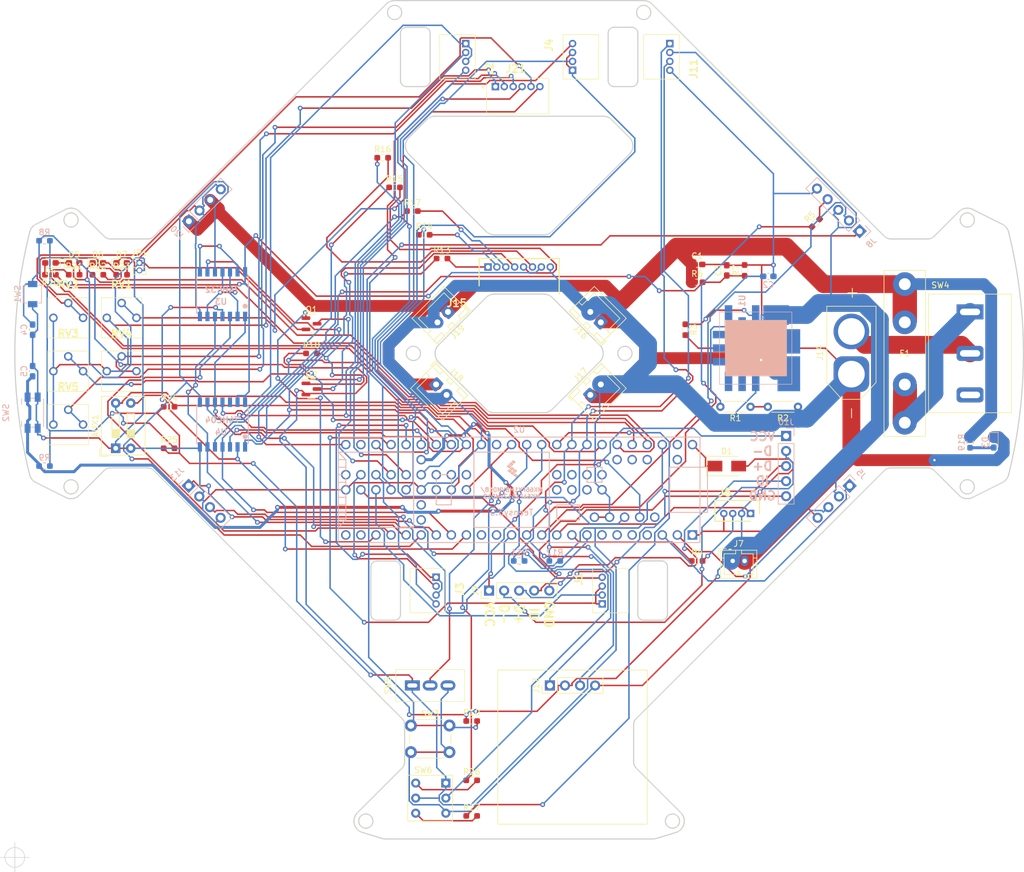
<source format=kicad_pcb>
(kicad_pcb (version 20211014) (generator pcbnew)
  (layers (0 "F.Cu" signal) (31 "B.Cu" signal) (34 "B.Paste" user) (35 "F.Paste" user) (36 "B.SilkS" user "B.Silkscreen") (37 "F.SilkS" user "F.Silkscreen") (38 "B.Mask" user) (39 "F.Mask" user) (44 "Edge.Cuts" user))
  (net 0 "")
  (net 1 "GND")
  (net 2 "/AUX1/3")
  (net 3 "/AUX1/4")
  (net 4 "Net-(C5-Pad2)")
  (net 5 "Net-(D1-Pad1)")
  (net 6 "+5V")
  (net 7 "Net-(D2-Pad2)")
  (net 8 "Net-(D6-Pad2)")
  (net 9 "Net-(D7-Pad2)")
  (net 10 "Net-(D3-Pad2)")
  (net 11 "Net-(D4-Pad1)")
  (net 12 "Net-(D4-Pad2)")
  (net 13 "+15V")
  (net 14 "Net-(F1-Pad2)")
  (net 15 "Net-(J1-Pad2)")
  (net 16 "Net-(J3-Pad1)")
  (net 17 "Net-(D5-Pad2)")
  (net 18 "Net-(J6-Pad1)")
  (net 19 "Net-(J1-Pad1)")
  (net 20 "Net-(J1-Pad4)")
  (net 21 "Net-(J2-Pad2)")
  (net 22 "Net-(J2-Pad4)")
  (net 23 "Net-(J3-Pad2)")
  (net 24 "Net-(J8-Pad1)")
  (net 25 "Net-(J8-Pad2)")
  (net 26 "Net-(J8-Pad4)")
  (net 27 "Net-(J3-Pad4)")
  (net 28 "Net-(J4-Pad1)")
  (net 29 "Net-(J4-Pad2)")
  (net 30 "Net-(J10-Pad1)")
  (net 31 "Net-(J10-Pad3)")
  (net 32 "Net-(J11-Pad1)")
  (net 33 "Net-(J4-Pad4)")
  (net 34 "Net-(J11-Pad3)")
  (net 35 "Net-(J5-Pad1)")
  (net 36 "Net-(J5-Pad3)")
  (net 37 "+3V3")
  (net 38 "Net-(J6-Pad3)")
  (net 39 "Net-(J10-Pad2)")
  (net 40 "Net-(J13-Pad1)")
  (net 41 "Net-(J13-Pad3)")
  (net 42 "Net-(J10-Pad4)")
  (net 43 "Net-(J10-Pad5)")
  (net 44 "Net-(J14-Pad2)")
  (net 45 "Net-(J15-Pad1)")
  (net 46 "Net-(J15-Pad2)")
  (net 47 "Net-(J15-Pad3)")
  (net 48 "Net-(J15-Pad5)")
  (net 49 "Net-(J15-Pad6)")
  (net 50 "Net-(J21-Pad1)")
  (net 51 "Net-(J21-Pad2)")
  (net 52 "Net-(J21-Pad3)")
  (net 53 "Net-(Q1-Pad1)")
  (net 54 "Net-(J21-Pad4)")
  (net 55 "Net-(J21-Pad5)")
  (net 56 "Net-(J21-Pad6)")
  (net 57 "PROG")
  (net 58 "/Switch/SW_GOAL")
  (net 59 "Net-(R1-Pad1)")
  (net 60 "/Switch/SW_START")
  (net 61 "Net-(R1-Pad2)")
  (net 67 "Net-(R4-Pad1)")
  (net 68 "Net-(R5-Pad1)")
  (net 69 "Net-(R13-Pad1)")
  (net 70 "Net-(R14-Pad1)")
  (net 71 "Net-(R16-Pad1)")
  (net 72 "Net-(R17-Pad1)")
  (net 73 "Net-(J15-Pad4)")
  (net 74 "Net-(R26-Pad2)")
  (net 79 "Net-(R15-Pad1)")
  (net 82 "Net-(U2-Pad16)")
  (net 83 "Net-(U2-Pad17)")
  (net 84 "Net-(U2-Pad18)")
  (net 85 "Net-(U2-Pad19)")
  (net 86 "Net-(U2-Pad20)")
  (net 87 "Net-(U2-Pad21)")
  (net 88 "Vbatt")
  (net 97 "/Switch/SW_led_R")
  (net 98 "/Switch/SW_led_G")
  (net 99 "/LED/LED4")
  (net 100 "/LED/LED3")
  (net 101 "/LED/LED2")
  (net 102 "/LED/LED1")
  (net 119 "Net-(U3-Pad11)")
  (net 120 "Net-(U3-Pad12)")
  (net 121 "Net-(J2-Pad1)")
  (net 122 "Net-(U3-Pad13)")
  (net 124 "Net-(Q1-Pad3)")
  (net 125 "Net-(R27-Pad2)")
  (footprint "Resistor_SMD:R_0603_1608Metric_Pad0.98x0.95mm_HandSolder" (layer "F.Cu") (at 64 76.735)
    (fp_text reference "R22")
    (fp_text value "120")
  )
  (footprint "0.main.robot:LED_SMLE13WBC8W1" (layer "F.Cu") (at 60 74.735)
    (fp_text reference "D5")
    (fp_text value "LED2_G")
  )
  (footprint "Package_TO_SOT_SMD:SOT-23" (layer "F.Cu") (at 100 85)
    (fp_text reference "Q1")
    (fp_text value "AO3400A")
  )
  (footprint "Resistor_THT:R_Axial_DIN0204_L3.6mm_D1.6mm_P5.08mm_Horizontal" (layer "F.Cu") (at 182 99 180)
    (fp_text reference "R2")
    (fp_text value "330")
  )
  (footprint "Diode_SMD:D_SMA" (layer "F.Cu") (at 170 109)
    (fp_text reference "D1")
    (fp_text value "SX34F")
  )
  (footprint "0.main.robot:JSTS8B-ZRLFSN" (layer "F.Cu") (at 129.75 78.6)
    (fp_text reference "J15")
    (fp_text value "LINE" hide)
  )
  (footprint "0.main.robot:OLED" (layer "F.Cu") (at 144 146)
    (fp_text reference "J12")
    (fp_text value "I2C_OLED")
  )
  (footprint "0.main.robot:LED_SMLE13WBC8W1" (layer "F.Cu") (at 56 74.735 180)
    (fp_text reference "D4")
    (fp_text value "LED1_R")
  )
  (footprint "Button_Switch_THT:SW_DIP_SPSTx02_Slide_9.78x7.26mm_W7.62mm_P2.54mm" (layer "F.Cu") (at 67 106 90)
    (fp_text reference "AUX1")
    (fp_text value "SW_DIP_x02")
  )
  (footprint "Resistor_SMD:R_0603_1608Metric_Pad0.98x0.95mm_HandSolder" (layer "F.Cu") (at 76 99)
    (fp_text reference "R24")
    (fp_text value "47k")
  )
  (footprint "Package_TO_SOT_SMD:SOT-23" (layer "F.Cu") (at 100 96)
    (fp_text reference "Q2")
    (fp_text value "AO3401A")
  )
  (footprint "Resistor_SMD:R_0603_1608Metric_Pad0.98x0.95mm_HandSolder" (layer "F.Cu") (at 165 78)
    (fp_text reference "R6")
    (fp_text value "47k")
  )
  (footprint "Resistor_SMD:R_0603_1608Metric_Pad0.98x0.95mm_HandSolder" (layer "F.Cu") (at 76 106)
    (fp_text reference "R25")
    (fp_text value "47k")
  )
  (footprint "Resistor_SMD:R_0603_1608Metric_Pad0.98x0.95mm_HandSolder" (layer "F.Cu") (at 114 62)
    (fp_text reference "R15")
    (fp_text value "10k")
  )
  (footprint "0.main.robot:MFS101D-14-Z" (layer "F.Cu") (at 120 146 90)
    (fp_text reference "SW5")
    (fp_text value "GOAL")
  )
  (footprint "0.main.robot:Trim-GF063P" (layer "F.Cu") (at 59 84)
    (fp_text reference "RV2")
    (fp_text value "20K" hide)
  )
  (footprint "Resistor_SMD:R_0603_1608Metric_Pad0.98x0.95mm_HandSolder" (layer "F.Cu") (at 127 162)
    (fp_text reference "R26")
    (fp_text value "470")
  )
  (footprint "Connector_JST:JST_XH_B2B-XH-A_1x02_P2.50mm_Vertical" (layer "F.Cu") (at 121 95.2322 -45)
    (fp_text reference "J18")
    (fp_text value "MD3")
  )
  (footprint "Connector_JST:JST_XH_B2B-XH-A_1x02_P2.50mm_Vertical" (layer "F.Cu") (at 147 97 45)
    (fp_text reference "J17")
    (fp_text value "MD2")
  )
  (footprint "Connector_JST:JST_XH_B2B-XH-A_1x02_P2.50mm_Vertical" (layer "F.Cu") (at 123 83 -135)
    (fp_text reference "J19")
    (fp_text value "MD4")
  )
  (footprint "0.main.robot:JSTB4B-ZR" (layer "F.Cu") (at 174 117)
    (fp_text reference "J6")
    (fp_text value "Serial3/Vision" hide)
  )
  (footprint "0.main.robot:FUSE_20mm" (layer "F.Cu") (at 200 90)
    (fp_text reference "F1")
    (fp_text value "Fuse 15A")
  )
  (footprint "Connector_PinHeader_1.27mm:PinHeader_1x02_P1.27mm_Vertical" (layer "F.Cu") (at 71 74.735)
    (fp_text reference "JP1")
    (fp_text value "Jumper_2_Bridged")
  )
  (footprint "Connector_JST:JST_PH_B2B-PH-K_1x02_P2.00mm_Vertical" (layer "F.Cu") (at 171 125)
    (fp_text reference "J7")
    (fp_text value "raspi-power")
  )
  (footprint "Resistor_SMD:R_0603_1608Metric_Pad0.98x0.95mm_HandSolder" (layer "F.Cu") (at 127 152)
    (fp_text reference "R10")
    (fp_text value "47k")
  )
  (footprint "0.main.robot:SW_SPST_POWER" (layer "F.Cu") (at 211 90)
    (fp_text reference "SW4")
    (fp_text value "SW_SPST")
  )
  (footprint "0.main.robot:JSTS4B-ZRLFSN" (layer "F.Cu") (at 126 40 -90)
    (fp_text reference "J2")
    (fp_text value "MD4" hide)
  )
  (footprint "Capacitor_SMD:C_0603_1608Metric_Pad1.08x0.95mm_HandSolder" (layer "F.Cu") (at 165 75)
    (fp_text reference "C1")
    (fp_text value "10u")
  )
  (footprint "0.main.robot:Trim-GF063P" (layer "F.Cu") (at 68 93)
    (fp_text reference "RV4")
    (fp_text value "20K" hide)
  )
  (footprint "0.main.robot:LED_SMLE13WBC8W1" (layer "F.Cu") (at 175 89.125 180)
    (fp_text reference "D2")
    (fp_text value "LED")
  )
  (footprint "Resistor_SMD:R_0603_1608Metric_Pad0.98x0.95mm_HandSolder" (layer "F.Cu") (at 127 168)
    (fp_text reference "R27")
    (fp_text value "470")
  )
  (footprint "Resistor_THT:R_Axial_DIN0204_L3.6mm_D1.6mm_P5.08mm_Horizontal" (layer "F.Cu") (at 174 99 180)
    (fp_text reference "R1")
    (fp_text value "1k")
  )
  (footprint "Button_Switch_THT:SW_PUSH_6mm" (layer "F.Cu") (at 116.75 152.75)
    (fp_text reference "SW3")
    (fp_text value "SET")
  )
  (footprint "0.main.robot:AMASS_XT60-M_1x02_P7.20mm_Vertical" (layer "F.Cu") (at 191 93.5 90)
    (fp_text reference "J14")
    (fp_text value "Power IN")
  )
  (footprint "0.main.robot:JSTS4B-ZRLFSN" (layer "F.Cu") (at 121 130 -90)
    (fp_text reference "J3")
    (fp_text value "MD3" hide)
  )
  (footprint "0.main.robot:LED_SMLE13WBC8W1" (layer "F.Cu") (at 68 74.735)
    (fp_text reference "D7")
    (fp_text value "LED4_B")
  )
  (footprint "0.main.robot:LED_SMLE13WBC8W1" (layer "F.Cu") (at 64 74.735)
    (fp_text reference "D6")
    (fp_text value "LED3_Y")
  )
  (footprint "Resistor_SMD:R_0603_1608Metric_Pad0.98x0.95mm_HandSolder" (layer "F.Cu") (at 185 68 45)
    (fp_text reference "R5")
    (fp_text value "10k")
  )
  (footprint "Resistor_SMD:R_0603_1608Metric_Pad0.98x0.95mm_HandSolder" (layer "F.Cu") (at 56 76.735 180)
    (fp_text reference "R20")
    (fp_text value "120")
  )
  (footprint "0.main.robot:Trim-GF063P" (layer "F.Cu") (at 68 84)
    (fp_text reference "RV1")
    (fp_text value "20K" hide)
  )
  (footprint "0.main.robot:Trim-GF063P" (layer "F.Cu") (at 59 93)
    (fp_text reference "RV3")
    (fp_text value "20K" hide)
  )
  (footprint "Connector_PinHeader_2.54mm:PinHeader_1x05_P2.54mm_Vertical" (layer "F.Cu") (at 129.925 130 90)
    (fp_text reference "J9")
    (fp_text value "micro-b_out")
  )
  (footprint "Resistor_SMD:R_0603_1608Metric_Pad0.98x0.95mm_HandSolder" (layer "F.Cu") (at 173 76 90)
    (fp_text reference "R7")
    (fp_text value "10k")
  )
  (footprint "0.main.robot:SW_NKK_B-12CCPRM" (layer "F.Cu") (at 117.565 162.46)
    (fp_text reference "SW6")
    (fp_text value "START")
  )
  (footprint "Resistor_SMD:R_0603_1608Metric_Pad0.98x0.95mm_HandSolder" (layer "F.Cu") (at 122 74)
    (fp_text reference "R13")
    (fp_text value "10k")
  )
  (footprint "Resistor_SMD:R_0603_1608Metric_Pad0.98x0.95mm_HandSolder" (layer "F.Cu") (at 119 70)
    (fp_text reference "R14")
    (fp_text value "10k")
  )
  (footprint "Resistor_SMD:R_0603_1608Metric_Pad0.98x0.95mm_HandSolder" (layer "F.Cu") (at 112 57)
    (fp_text reference "R16")
    (fp_text value "10k")
  )
  (footprint "Resistor_SMD:R_0603_1608Metric_Pad0.98x0.95mm_HandSolder" (layer "F.Cu") (at 165 125)
    (fp_text reference "R4")
    (fp_text value "10k")
  )
  (footprint "Resistor_SMD:R_0603_1608Metric_Pad0.98x0.95mm_HandSolder" (layer "F.Cu") (at 100 90)
    (fp_text reference "R18")
    (fp_text value "10k")
  )
  (footprint "Connector_JST:JST_XH_B2B-XH-A_1x02_P2.50mm_Vertical" (layer "F.Cu") (at 148.7678 84.7678 135)
    (fp_text reference "J16")
    (fp_text value "MD1")
  )
  (footprint "0.main.robot:Trim-GF063P" (layer "F.Cu") (at 59 102)
    (fp_text reference "RV5")
    (fp_text value "20K" hide)
  )
  (footprint "0.main.robot:JSTS4B-ZRLFSN" (layer "F.Cu") (at 160.4 40 -90)
    (fp_text reference "J11")
    (fp_text value "I2C_ToF" hide)
  )
  (footprint "Resistor_SMD:R_0603_1608Metric_Pad0.98x0.95mm_HandSolder" (layer "F.Cu") (at 117 66)
    (fp_text reference "R17")
    (fp_text value "10k")
  )
  (footprint "Capacitor_SMD:C_0603_1608Metric_Pad1.08x0.95mm_HandSolder" (layer "F.Cu") (at 170 76 90)
    (fp_text reference "C3")
    (fp_text value "10u")
  )
  (footprint "0.main.robot:JSTS4B-ZRLFSN" (layer "F.Cu") (at 144 40 90)
    (fp_text reference "J4")
    (fp_text value "MD1" hide)
  )
  (footprint "0.main.robot:JSTS6B-ZRLFSN" (layer "F.Cu") (at 131 45)
    (fp_text reference "J21")
    (fp_text value "Trimmer" hide)
  )
  (footprint "Resistor_SMD:R_0603_1608Metric_Pad0.98x0.95mm_HandSolder" (layer "F.Cu") (at 163 86 -90)
    (fp_text reference "R3")
    (fp_text value "470")
  )
  (footprint "Resistor_SMD:R_0603_1608Metric_Pad0.98x0.95mm_HandSolder" (layer "F.Cu") (at 60 76.735)
    (fp_text reference "R21")
    (fp_text value "120")
  )
  (footprint "Resistor_SMD:R_0603_1608Metric_Pad0.98x0.95mm_HandSolder" (layer "F.Cu") (at 68 76.735)
    (fp_text reference "R23")
    (fp_text value "120")
  )
  (footprint "0.main.robot:JSTS4B-ZRLFSN" (layer "F.Cu") (at 149 130 90)
    (fp_text reference "J1")
    (fp_text value "MD2" hide)
  )
  (footprint "Connector_PinSocket_2.54mm:PinSocket_1x04_P2.54mm_Vertical" (layer "B.Cu") (at 79.2953 112.3307 -135)
    (fp_text reference "J13")
    (fp_text value "drib-kick")
  )
  (footprint "Capacitor_SMD:C_0603_1608Metric_Pad1.08x0.95mm_HandSolder" (layer "B.Cu") (at 53 86 -90)
    (fp_text reference "C4")
    (fp_text value "0.1u")
  )
  (footprint "Capacitor_SMD:C_0603_1608Metric_Pad1.08x0.95mm_HandSolder" (layer "B.Cu") (at 53 93 -90)
    (fp_text reference "C5")
    (fp_text value "0.1u")
  )
  (footprint "Connector_PinHeader_2.54mm:PinHeader_1x05_P2.54mm_Vertical" (layer "B.Cu") (at 180 103.925 180)
    (fp_text reference "J10")
    (fp_text value "micro-b_in")
  )
  (footprint "Resistor_SMD:R_0603_1608Metric_Pad0.98x0.95mm_HandSolder" (layer "B.Cu") (at 55 109 180)
    (fp_text reference "R9")
    (fp_text value "47k")
  )
  (footprint "Resistor_SMD:R_0603_1608Metric_Pad0.98x0.95mm_HandSolder" (layer "B.Cu") (at 135 125 180)
    (fp_text reference "R11")
    (fp_text value "10k")
  )
  (footprint "Capacitor_SMD:C_0603_1608Metric_Pad1.08x0.95mm_HandSolder" (layer "B.Cu") (at 177 77)
    (fp_text reference "C2")
    (fp_text value "10u")
  )
  (footprint "0.main.robot:THAU13-AB-R" (layer "B.Cu") (at 53 100 -90)
    (fp_text reference "SW2")
    (fp_text value "Reset")
  )
  (footprint "0.main.robot:SOP14W" (layer "B.Cu") (at 85 80 180)
    (fp_text reference "U3")
    (fp_text value "74HC32")
  )
  (footprint "Resistor_SMD:R_0603_1608Metric_Pad0.98x0.95mm_HandSolder" (layer "B.Cu") (at 141 125 180)
    (fp_text reference "R12")
    (fp_text value "10k")
  )
  (footprint "0.main.robot:Teensy35_36_x" (layer "B.Cu") (at 135 113 180)
    (fp_text reference "U2")
    (fp_text value "Teensy3.5")
  )
  (footprint "Resistor_SMD:R_0603_1608Metric_Pad0.98x0.95mm_HandSolder" (layer "B.Cu") (at 211 105 -90)
    (fp_text reference "R19")
    (fp_text value "3k")
  )
  (footprint "0.main.robot:SOP14W" (layer "B.Cu") (at 85 102 180)
    (fp_text reference "U4")
    (fp_text value "74HC04")
  )
  (footprint "0.main.robot:TVAF06-A020B-R" (layer "B.Cu") (at 53 80 -90)
    (fp_text reference "SW1")
    (fp_text value "PROG")
  )
  (footprint "Connector_PinSocket_2.54mm:PinSocket_1x04_P2.54mm_Vertical" (layer "B.Cu") (at 190.7047 112.3307 135)
    (fp_text reference "J5")
    (fp_text value "XBee")
  )
  (footprint "Connector_PinSocket_2.54mm:PinSocket_1x05_P2.54mm_Vertical" (layer "B.Cu") (at 192.3882 69.3882 45)
    (fp_text reference "J8")
    (fp_text value "Serial2/IMU")
  )
  (footprint "0.main.robot:LED_SMLE13WBC8W1" (layer "B.Cu") (at 215 105 -90)
    (fp_text reference "D3")
    (fp_text value "LED")
  )
  (footprint "Resistor_SMD:R_0603_1608Metric_Pad0.98x0.95mm_HandSolder" (layer "B.Cu") (at 55 71 180)
    (fp_text reference "R8")
    (fp_text value "47k")
  )
  (footprint "Connector_PinSocket_2.54mm:PinSocket_1x04_P2.54mm_Vertical" (layer "B.Cu") (at 79.3307 67.7047 -45)
    (fp_text reference "J20")
    (fp_text value "Drib-Kick")
  )
  (footprint "0.main.robot:OKL-T3-W12N-C" (layer "B.Cu") (at 168.773 83.018 90)
    (fp_text reference "U1")
    (fp_text value "OKL-T_3-W12N-C" hide)
  )
  (gr_arc (start 204.942913 70.26167) (mid 204.456278 70.58683) (end 203.882252 70.701011) (layer "Edge.Cuts") (width 0.2))
  (gr_line (start 153.585788 53.585786) (end 150.585788 50.585786) (layer "Edge.Cuts") (width 0.2))
  (gr_arc (start 211.425723 114.287139) (mid 210.210932 114.47246) (end 209.117083 113.912499) (layer "Edge.Cuts") (width 0.2))
  (gr_line (start 111.232935 171.596663) (end 108.535674 170.775239) (layer "Edge.Cuts") (width 0.2))
  (gr_line (start 110.000001 126.000001) (end 110.000001 134.000001) (layer "Edge.Cuts") (width 0.2))
  (gr_line (start 188.930719 62.613437) (end 196.578952 70.26167) (layer "Edge.Cuts") (width 0.2))
  (gr_line (start 162.386564 143.930717) (end 154.738331 151.57895) (layer "Edge.Cuts") (width 0.2))
  (gr_line (start 53.547495 68.226252) (end 58.57428 65.71286) (layer "Edge.Cuts") (width 0.2))
  (gr_line (start 60.88292 66.087501) (end 65.05709 70.26167) (layer "Edge.Cuts") (width 0.2))
  (gr_line (start 116.414214 56.414213) (end 129.414214 69.414213) (layer "Edge.Cuts") (width 0.2))
  (gr_arc (start 153.585788 53.585786) (mid 154.171574 55) (end 153.585788 56.414213) (layer "Edge.Cuts") (width 0.2))
  (gr_arc (start 119.414214 50.585786) (mid 120.063061 50.15224) (end 120.828428 49.999999) (layer "Edge.Cuts") (width 0.2))
  (gr_arc (start 140.585788 69.414213) (mid 139.936941 69.847759) (end 139.171574 70) (layer "Edge.Cuts") (width 0.2))
  (gr_arc (start 112.596937 31.085786) (mid 113.245783 30.65224) (end 114.01115 30.499999) (layer "Edge.Cuts") (width 0.2))
  (gr_arc (start 66.117751 70.70101) (mid 65.543726 70.586829) (end 65.05709 70.26167) (layer "Edge.Cuts") (width 0.2))
  (gr_line (start 157.403066 31.085786) (end 162.386563 36.069283) (layer "Edge.Cuts") (width 0.2))
  (gr_arc (start 58.57428 65.71286) (mid 59.789071 65.52754) (end 60.88292 66.087501) (layer "Edge.Cuts") (width 0.2))
  (gr_line (start 154.298991 152.63961) (end 154.298991 158.88225) (layer "Edge.Cuts") (width 0.2))
  (gr_line (start 160.000001 134.000001) (end 160.000001 126.000001) (layer "Edge.Cuts") (width 0.2))
  (gr_line (start 66.117751 70.70101) (end 72.360391 70.70101) (layer "Edge.Cuts") (width 0.2))
  (gr_arc (start 154.738331 159.942911) (mid 154.413172 159.456276) (end 154.298991 158.88225) (layer "Edge.Cuts") (width 0.2))
  (gr_arc (start 120.000001 43.999999) (mid 119.707108 44.707106) (end 119.000001 44.999999) (layer "Edge.Cuts") (width 0.2))
  (gr_circle (center 109.158364 168.874645) (end 110.358364 168.874645) (layer "Edge.Cuts") (width 0.2) (fill none))
  (gr_line (start 148.585788 88.585786) (end 140.585788 80.585786) (layer "Edge.Cuts") (width 0.2))
  (gr_arc (start 155.000001 43.999999) (mid 154.707108 44.707106) (end 154.000001 44.999999) (layer "Edge.Cuts") (width 0.2))
  (gr_arc (start 121.414214 91.414214) (mid 120.828428 90) (end 121.414214 88.585786) (layer "Edge.Cuts") (width 0.2))
  (gr_line (start 72.360391 109.298989) (end 66.117751 109.298989) (layer "Edge.Cuts") (width 0.2))
  (gr_circle (center 155.988852 32.499999) (end 157.188852 32.499999) (layer "Edge.Cuts") (width 0.2) (fill none))
  (gr_line (start 155.000001 126.000001) (end 155.000001 134.000001) (layer "Edge.Cuts") (width 0.2))
  (gr_arc (start 156.000001 135.000001) (mid 155.292895 134.707107) (end 155.000001 134.000001) (layer "Edge.Cuts") (width 0.2))
  (gr_circle (center 59.468707 67.501714) (end 60.668707 67.501714) (layer "Edge.Cuts") (width 0.2) (fill none))
  (gr_line (start 115.000001 134.000001) (end 115.000001 126.000001) (layer "Edge.Cuts") (width 0.2))
  (gr_arc (start 217.499238 110.466457) (mid 217.119293 111.234938) (end 216.452507 111.773748) (layer "Edge.Cuts") (width 0.2))
  (gr_line (start 162.386563 36.069283) (end 188.930719 62.613437) (layer "Edge.Cuts") (width 0.2))
  (gr_line (start 58.57428 114.28714) (end 53.547495 111.773748) (layer "Edge.Cuts") (width 0.2))
  (gr_line (start 129.414214 80.585786) (end 121.414214 88.585786) (layer "Edge.Cuts") (width 0.2))
  (gr_line (start 111.949187 171.814791) (end 111.445784 171.671285) (layer "Edge.Cuts") (width 0.2))
  (gr_circle (center 114.01115 32.499999) (end 115.21115 32.499999) (layer "Edge.Cuts") (width 0.2) (fill none))
  (gr_line (start 81.069284 62.613438) (end 107.613439 36.069283) (layer "Edge.Cuts") (width 0.2))
  (gr_line (start 114.000001 125.000001) (end 111.000001 125.000001) (layer "Edge.Cuts") (width 0.2))
  (gr_line (start 114.01115 30.499999) (end 155.988852 30.499999) (layer "Edge.Cuts") (width 0.2))
  (gr_line (start 107.61344 143.930717) (end 81.069284 117.386562) (layer "Edge.Cuts") (width 0.2))
  (gr_arc (start 111.000001 135.000001) (mid 110.292895 134.707107) (end 110.000001 134.000001) (layer "Edge.Cuts") (width 0.2))
  (gr_line (start 154.738331 159.942911) (end 162.255852 167.460432) (layer "Edge.Cuts") (width 0.2))
  (gr_line (start 204.942913 70.26167) (end 209.117082 66.0875) (layer "Edge.Cuts") (width 0.2))
  (gr_arc (start 130.828428 100) (mid 130.063061 99.847759) (end 129.414214 99.414214) (layer "Edge.Cuts") (width 0.2))
  (gr_arc (start 154.000001 34.999999) (mid 154.707108 35.292892) (end 155.000001 35.999999) (layer "Edge.Cuts") (width 0.2))
  (gr_circle (center 117.171574 90) (end 118.371574 90) (layer "Edge.Cuts") (width 0.2) (fill none))
  (gr_arc (start 217.499238 69.533543) (mid 220.000001 90) (end 217.499238 110.466457) (layer "Edge.Cuts") (width 0.2))
  (gr_line (start 209.117083 113.912499) (end 204.942913 109.73833) (layer "Edge.Cuts") (width 0.2))
  (gr_arc (start 115.000001 134.000001) (mid 114.707107 134.707107) (end 114.000001 135.000001) (layer "Edge.Cuts") (width 0.2))
  (gr_line (start 121.414214 91.414214) (end 129.414214 99.414214) (layer "Edge.Cuts") (width 0.2))
  (gr_line (start 115.000001 35.999999) (end 115.000001 43.999999) (layer "Edge.Cuts") (width 0.2))
  (gr_arc (start 112.491559 171.889737) (mid 112.217796 171.870912) (end 111.949187 171.814791) (layer "Edge.Cuts") (width 0.2))
  (gr_arc (start 154.298991 152.63961) (mid 154.413172 152.065585) (end 154.738331 151.57895) (layer "Edge.Cuts") (width 0.2))
  (gr_line (start 157.508443 171.889737) (end 112.491559 171.889737) (layer "Edge.Cuts") (width 0.2))
  (gr_arc (start 115.000001 35.999999) (mid 115.292894 35.292892) (end 116.000001 34.999999) (layer "Edge.Cuts") (width 0.2))
  (gr_arc (start 196.578952 109.738329) (mid 197.065587 109.41317) (end 197.639612 109.298989) (layer "Edge.Cuts") (width 0.2))
  (gr_arc (start 116.414214 56.414213) (mid 115.828428 55) (end 116.414214 53.585786) (layer "Edge.Cuts") (width 0.2))
  (gr_arc (start 197.639612 70.70101) (mid 197.065587 70.586829) (end 196.578952 70.26167) (layer "Edge.Cuts") (width 0.2))
  (gr_arc (start 60.882921 113.912499) (mid 59.789072 114.472461) (end 58.57428 114.28714) (layer "Edge.Cuts") (width 0.2))
  (gr_arc (start 149.171574 49.999999) (mid 149.936941 50.15224) (end 150.585788 50.585786) (layer "Edge.Cuts") (width 0.2))
  (gr_arc (start 110.000001 126.000001) (mid 110.292894 125.292894) (end 111.000001 125.000001) (layer "Edge.Cuts") (width 0.2))
  (gr_arc (start 52.500764 69.533543) (mid 52.880709 68.765062) (end 53.547495 68.226252) (layer "Edge.Cuts") (width 0.2))
  (gr_arc (start 140.585788 99.414214) (mid 139.936941 99.847759) (end 139.171574 100) (layer "Edge.Cuts") (width 0.2))
  (gr_arc (start 53.547495 111.773748) (mid 52.880709 111.234938) (end 52.500764 110.466457) (layer "Edge.Cuts") (width 0.2))
  (gr_arc (start 160.000001 134.000001) (mid 159.707107 134.707107) (end 159.000001 135.000001) (layer "Edge.Cuts") (width 0.2))
  (gr_arc (start 151.000001 44.999999) (mid 150.292894 44.707106) (end 150.000001 43.999999) (layer "Edge.Cuts") (width 0.2))
  (gr_arc (start 158.050815 171.814791) (mid 157.782206 171.870912) (end 157.508443 171.889737) (layer "Edge.Cuts") (width 0.2))
  (gr_arc (start 158.767064 171.596664) (mid 158.661694 171.636977) (end 158.554218 171.671285) (layer "Edge.Cuts") (width 0.2))
  (gr_arc (start 162.255852 167.460432) (mid 162.786948 169.339154) (end 161.464329 170.775238) (layer "Edge.Cuts") (width 0.2))
  (gr_arc (start 129.414214 80.585786) (mid 130.063061 80.152241) (end 130.828428 80) (layer "Edge.Cuts") (width 0.2))
  (gr_arc (start 72.360391 109.298989) (mid 72.934416 109.41317) (end 73.421051 109.738329) (layer "Edge.Cuts") (width 0.2))
  (gr_arc (start 209.117082 66.0875) (mid 210.210932 65.527539) (end 211.425724 65.712859) (layer "Edge.Cuts") (width 0.2))
  (gr_line (start 140.585788 69.414213) (end 153.585788 56.414213) (layer "Edge.Cuts") (width 0.2))
  (gr_line (start 156.000001 135.000001) (end 159.000001 135.000001) (layer "Edge.Cuts") (width 0.2))
  (gr_line (start 107.613439 36.069283) (end 112.596937 31.085786) (layer "Edge.Cuts") (width 0.2))
  (gr_circle (center 160.841639 168.874645) (end 162.041639 168.874645) (layer "Edge.Cuts") (width 0.2) (fill none))
  (gr_line (start 139.171574 80) (end 130.828428 80) (layer "Edge.Cuts") (width 0.2))
  (gr_arc (start 115.261672 151.57895) (mid 115.586831 152.065585) (end 115.701012 152.63961) (layer "Edge.Cuts") (width 0.2))
  (gr_line (start 111.000001 135.000001) (end 114.000001 135.000001) (layer "Edge.Cuts") (width 0.2))
  (gr_line (start 196.578952 109.738329) (end 188.930719 117.386561) (layer "Edge.Cuts") (width 0.2))
  (gr_arc (start 108.535674 170.775239) (mid 107.213054 169.339155) (end 107.74415 167.460432) (layer "Edge.Cuts") (width 0.2))
  (gr_arc (start 159.000001 125.000001) (mid 159.707108 125.292894) (end 160.000001 126.000001) (layer "Edge.Cuts") (width 0.2))
  (gr_line (start 116.000001 44.999999) (end 119.000001 44.999999) (layer "Edge.Cuts") (width 0.2))
  (gr_line (start 130.828428 100) (end 139.171574 100) (layer "Edge.Cuts") (width 0.2))
  (gr_line (start 161.464329 170.775238) (end 158.767064 171.596664) (layer "Edge.Cuts") (width 0.2))
  (gr_line (start 188.930719 117.386561) (end 162.386564 143.930717) (layer "Edge.Cuts") (width 0.2))
  (gr_line (start 81.069284 117.386562) (end 73.421051 109.738329) (layer "Edge.Cuts") (width 0.2))
  (gr_line (start 158.554218 171.671285) (end 158.050815 171.814791) (layer "Edge.Cuts") (width 0.2))
  (gr_line (start 211.425724 65.712859) (end 216.452507 68.226252) (layer "Edge.Cuts") (width 0.2))
  (gr_line (start 151.000001 44.999999) (end 154.000001 44.999999) (layer "Edge.Cuts") (width 0.2))
  (gr_arc (start 155.988852 30.499999) (mid 156.754219 30.65224) (end 157.403066 31.085786) (layer "Edge.Cuts") (width 0.2))
  (gr_arc (start 216.452507 68.226252) (mid 217.119293 68.765062) (end 217.499238 69.533543) (layer "Edge.Cuts") (width 0.2))
  (gr_arc (start 73.421051 70.26167) (mid 72.934416 70.586829) (end 72.360391 70.70101) (layer "Edge.Cuts") (width 0.2))
  (gr_circle (center 210.531296 112.498285) (end 211.731296 112.498285) (layer "Edge.Cuts") (width 0.2) (fill none))
  (gr_line (start 65.05709 109.738329) (end 60.882921 113.912499) (layer "Edge.Cuts") (width 0.2))
  (gr_line (start 140.585788 99.414214) (end 148.585788 91.414214) (layer "Edge.Cuts") (width 0.2))
  (gr_arc (start 111.445784 171.671285) (mid 111.338307 171.636977) (end 111.232935 171.596663) (layer "Edge.Cuts") (width 0.2))
  (gr_circle (center 210.531296 67.501714) (end 211.731296 67.501714) (layer "Edge.Cuts") (width 0.2) (fill none))
  (gr_line (start 119.000001 34.999999) (end 116.000001 34.999999) (layer "Edge.Cuts") (width 0.2))
  (gr_line (start 130.828428 70) (end 139.171574 70) (layer "Edge.Cuts") (width 0.2))
  (gr_arc (start 203.882252 109.298989) (mid 204.456278 109.41317) (end 204.942913 109.73833) (layer "Edge.Cuts") (width 0.2))
  (gr_arc (start 150.000001 35.999999) (mid 150.292894 35.292892) (end 151.000001 34.999999) (layer "Edge.Cuts") (width 0.2))
  (gr_line (start 154.000001 34.999999) (end 151.000001 34.999999) (layer "Edge.Cuts") (width 0.2))
  (gr_line (start 150.000001 35.999999) (end 150.000001 43.999999) (layer "Edge.Cuts") (width 0.2))
  (gr_line (start 107.74415 167.460432) (end 115.261672 159.942911) (layer "Edge.Cuts") (width 0.2))
  (gr_line (start 197.639612 70.70101) (end 203.882252 70.701011) (layer "Edge.Cuts") (width 0.2))
  (gr_line (start 73.421051 70.26167) (end 81.069284 62.613438) (layer "Edge.Cuts") (width 0.2))
  (gr_line (start 119.414214 50.585786) (end 116.414214 53.585786) (layer "Edge.Cuts") (width 0.2))
  (gr_line (start 159.000001 125.000001) (end 156.000001 125.000001) (layer "Edge.Cuts") (width 0.2))
  (gr_arc (start 139.171574 80) (mid 139.936941 80.152241) (end 140.585788 80.585786) (layer "Edge.Cuts") (width 0.2))
  (gr_arc (start 155.000001 126.000001) (mid 155.292895 125.292895) (end 156.000001 125.000001) (layer "Edge.Cuts") (width 0.2))
  (gr_arc (start 115.701012 158.88225) (mid 115.586831 159.456276) (end 115.261672 159.942911) (layer "Edge.Cuts") (width 0.2))
  (gr_line (start 115.261672 151.57895) (end 107.61344 143.930717) (layer "Edge.Cuts") (width 0.2))
  (gr_line (start 115.701012 158.88225) (end 115.701012 152.63961) (layer "Edge.Cuts") (width 0.2))
  (gr_line (start 120.000001 43.999999) (end 120.000001 35.999999) (layer "Edge.Cuts") (width 0.2))
  (gr_arc (start 65.05709 109.738329) (mid 65.543725 109.41317) (end 66.117751 109.298989) (layer "Edge.Cuts") (width 0.2))
  (gr_arc (start 119.000001 34.999999) (mid 119.707108 35.292892) (end 120.000001 35.999999) (layer "Edge.Cuts") (width 0.2))
  (gr_arc (start 148.585788 88.585786) (mid 149.171574 90) (end 148.585788 91.414214) (layer "Edge.Cuts") (width 0.2))
  (gr_arc (start 114.000001 125.000001) (mid 114.707107 125.292895) (end 115.000001 126.000001) (layer "Edge.Cuts") (width 0.2))
  (gr_circle (center 152.828428 90) (end 154.028428 90) (layer "Edge.Cuts") (width 0.2) (fill none))
  (gr_line (start 203.882252 109.298989) (end 197.639612 109.298989) (layer "Edge.Cuts") (width 0.2))
  (gr_arc (start 130.828428 70) (mid 130.063061 69.847759) (end 129.414214 69.414213) (layer "Edge.Cuts") (width 0.2))
  (gr_line (start 155.000001 43.999999) (end 155.000001 35.999999) (layer "Edge.Cuts") (width 0.2))
  (gr_arc (start 116.000001 44.999999) (mid 115.292894 44.707106) (end 115.000001 43.999999) (layer "Edge.Cuts") (width 0.2))
  (gr_arc (start 52.500764 110.466457) (mid 50.000001 90) (end 52.500764 69.533543) (layer "Edge.Cuts") (width 0.2))
  (gr_circle (center 59.468707 112.498285) (end 60.668707 112.498285) (layer "Edge.Cuts") (width 0.2) (fill none))
  (gr_line (start 149.171574 49.999999) (end 120.828428 49.999999) (layer "Edge.Cuts") (width 0.2))
  (gr_line (start 216.452507 111.773748) (end 211.425723 114.287139) (layer "Edge.Cuts") (width 0.2))
  (gr_text "VCC" (at 176 104) (layer "B.SilkS") (effects (font (size 1.5 1.5) (thickness 0.3)) (justify mirror)))
  (gr_text "ID" (at 176 111.5) (layer "B.SilkS") (effects (font (size 1.5 1.5) (thickness 0.3)) (justify mirror)))
  (gr_text "D+" (at 176 109) (layer "B.SilkS") (effects (font (size 1.5 1.5) (thickness 0.3)) (justify mirror)))
  (gr_text "GND" (at 176 114) (layer "B.SilkS") (effects (font (size 1.5 1.5) (thickness 0.3)) (justify mirror)))
  (gr_text "D-" (at 176 106.5) (layer "B.SilkS") (effects (font (size 1.5 1.5) (thickness 0.3)) (justify mirror)))
  (gr_text "D-" (at 132.5 134 -90) (layer "F.SilkS") (effects (font (size 1.5 1.5) (thickness 0.3))))
  (gr_text "GND" (at 140 134 -90) (layer "F.SilkS") (effects (font (size 1.5 1.5) (thickness 0.3))))
  (gr_text "ID" (at 137.5 134 -90) (layer "F.SilkS") (effects (font (size 1.5 1.5) (thickness 0.3))))
  (gr_text "D+" (at 135 134 -90) (layer "F.SilkS") (effects (font (size 1.5 1.5) (thickness 0.3))))
  (gr_text "VCC" (at 130 134 -90) (layer "F.SilkS") (effects (font (size 1.5 1.5) (thickness 0.3))))
  (target plus (at 50 175) (size 5) (width 0.1) (layer "Edge.Cuts"))
  (segment (start 205 108) (end 192 108) (width 2) (layer "F.Cu") (net 1))
  (segment (start 173.9253 127.8601) (end 173.9253 125) (width 0.25) (layer "F.Cu") (net 1))
  (segment (start 67 106) (end 69.54 106) (width 0.25) (layer "F.Cu") (net 1))
  (segment (start 175.875 75.0891) (end 175.875 89.125) (width 0.25) (layer "F.Cu") (net 1))
  (segment (start 192 108) (end 191 107) (width 2) (layer "F.Cu") (net 1))
  (segment (start 71 74.735) (end 71 73.9097) (width 0.25) (layer "F.Cu") (net 1))
  (segment (start 79.0011 65.9086) (end 79.4647 65.9086) (width 0.25) (layer "F.Cu") (net 1))
  (segment (start 81.9224 114.9578) (end 83.8802 113) (width 0.25) (layer "F.Cu") (net 1))
  (segment (start 117.2994 111.8094) (end 106.9806 111.8094) (width 0.25) (layer "F.Cu") (net 1))
  (segment (start 175.875 75.0891) (end 177.8625 75.0891) (width 0.25) (layer "F.Cu") (net 1))
  (segment (start 155.7854 146) (end 173.9253 127.8601) (width 0.25) (layer "F.Cu") (net 1))
  (segment (start 99.0625 85.95) (end 97.639 85.95) (width 0.25) (layer "F.Cu") (net 1))
  (segment (start 175.875 89.125) (end 186.625 89.125) (width 0.25) (layer "F.Cu") (net 1))
  (segment (start 72.6506 75.5603) (end 71.8253 74.735) (width 0.25) (layer "F.Cu") (net 1))
  (segment (start 173 75.0875) (end 175.8734 75.0875) (width 0.25) (layer "F.Cu") (net 1))
  (segment (start 106.9806 111.8094) (end 105.79 113) (width 0.25) (layer "F.Cu") (net 1))
  (segment (start 185.3165 117.7189) (end 182.7989 115.2013) (width 0.25) (layer "F.Cu") (net 1))
  (segment (start 164.21 120.62) (end 165.3353 120.62) (width 0.25) (layer "F.Cu") (net 1))
  (segment (start 191 93.5) (end 191 107) (width 3) (layer "F.Cu") (net 1))
  (segment (start 169.5 119.9969) (end 176.4119 119.9969) (width 0.25) (layer "F.Cu") (net 1))
  (segment (start 165.3353 120.62) (end 165.9584 119.9969) (width 0.25) (layer "F.Cu") (net 1))
  (segment (start 71 74.735) (end 71.8253 74.735) (width 0.25) (layer "F.Cu") (net 1))
  (segment (start 191 107) (end 182.7989 115.2011) (width 3) (layer "F.Cu") (net 1))
  (segment (start 175.8734 75.0875) (end 175.875 75.0891) (width 0.25) (layer "F.Cu") (net 1))
  (segment (start 81.1268 65.9086) (end 80.2958 65.0775) (width 0.25) (layer "F.Cu") (net 1))
  (segment (start 79.4647 65.9086) (end 80.2958 65.0775) (width 0.25) (layer "F.Cu") (net 1))
  (segment (start 116.75 157.25) (end 123.25 157.25) (width 0.25) (layer "F.Cu") (net 1))
  (segment (start 165.9584 119.9969) (end 169.5 119.9969) (width 0.25) (layer "F.Cu") (net 1))
  (segment (start 182.7989 115.2011) (end 177.2075 120.7925) (width 3) (layer "F.Cu") (net 1))
  (segment (start 87.2493 75.5603) (end 72.6506 75.5603) (width 0.25) (layer "F.Cu") (net 1))
  (segment (start 65.8747 106) (end 64.1383 104.2636) (width 0.25) (layer "F.Cu") (net 1))
  (segment (start 172.95 75.1375) (end 173 75.0875) (width 0.25) (layer "F.Cu") (net 1))
  (segment (start 186.625 89.125) (end 191 93.5) (width 0.25) (layer "F.Cu") (net 1))
  (segment (start 64.1383 104.2636) (end 54.8229 104.2636) (width 0.25) (layer "F.Cu") (net 1))
  (segment (start 169.5 117) (end 169.5 119.9969) (width 0.25) (layer "F.Cu") (net 1))
  (segment (start 177.2075 120.7925) (end 173 125) (width 3) (layer "F.Cu") (net 1))
  (segment (start 182.7989 115.2013) (end 182.7989 115.2011) (width 0.25) (layer "F.Cu") (net 1))
  (segment (start 83.8802 113) (end 105.79 113) (width 0.25) (layer "F.Cu") (net 1))
  (segment (start 169.8625 75) (end 170 75.1375) (width 0.25) (layer "F.Cu") (net 1))
  (segment (start 71 73.9097) (end 79.0011 65.9086) (width 0.25) (layer "F.Cu") (net 1))
  (segment (start 118.49 113) (end 117.2994 111.8094) (width 0.25) (layer "F.Cu") (net 1))
  (segment (start 97.639 85.95) (end 87.2493 75.5603) (width 0.25) (layer "F.Cu") (net 1))
  (segment (start 176.4119 119.9969) (end 177.2075 120.7925) (width 0.25) (layer "F.Cu") (net 1))
  (segment (start 170 75.1375) (end 172.95 75.1375) (width 0.25) (layer "F.Cu") (net 1))
  (segment (start 173 125) (end 173.9253 125) (width 0.25) (layer "F.Cu") (net 1))
  (segment (start 67 106) (end 65.8747 106) (width 0.25) (layer "F.Cu") (net 1))
  (segment (start 147.81 146) (end 155.7854 146) (width 0.25) (layer "F.Cu") (net 1))
  (segment (start 81.0914 114.1268) (end 81.9224 114.9578) (width 0.25) (layer "F.Cu") (net 1))
  (segment (start 165.8625 75) (end 169.8625 75) (width 0.25) (layer "F.Cu") (net 1))
  (segment (start 147.7 117.62) (end 150.24 117.62) (width 0.25) (layer "F.Cu") (net 1))
  (via (at 177.8625 75.0891) (size 0.8) (drill 0.4) (layers "F.Cu" "B.Cu") (net 1))
  (via (at 205 108) (size 0.8) (drill 0.4) (layers "F.Cu" "B.Cu") (net 1))
  (via (at 54.8229 104.2636) (size 0.8) (drill 0.4) (layers "F.Cu" "B.Cu") (net 1))
  (segment (start 177.8625 59.7125) (end 160.4 42.25) (width 0.25) (layer "B.Cu") (net 1))
  (segment (start 124.301 78.5885) (end 142.588 78.5885) (width 2) (layer "B.Cu") (net 1))
  (segment (start 123 146) (end 123 147.1753) (width 0.25) (layer "B.Cu") (net 1))
  (segment (start 81.6981 64.8179) (end 81.6981 63.6408) (width 0.25) (layer "B.Cu") (net 1))
  (segment (start 81.1268 67.5707) (end 81.1268 67.8385) (width 0.25) (layer "B.Cu") (net 1))
  (segment (start 147.824 108.3072) (end 147.6767 108.4545) (width 0.25) (layer "B.Cu") (net 1))
  (segment (start 142.588 78.5885) (end 147 83) (width 2) (layer "B.Cu") (net 1))
  (segment (start 80.5178 68.4475) (end 80.5178 71.4692) (width 0.25) (layer "B.Cu") (net 1))
  (segment (start 150.208 81.8637) (end 148.066 81.8637) (width 3) (layer "B.Cu") (net 1))
  (segment (start 156.73 88.3848) (end 150.208 81.8637) (width 3) (layer "B.Cu") (net 1))
  (segment (start 119.6154 111.8746) (end 123.753 111.8746) (width 0.25) (layer "B.Cu") (net 1))
  (segment (start 128.65 102.2773) (end 123.3728 97.0001) (width 0.25) (layer "B.Cu") (net 1))
  (segment (start 177.8625 75.0891) (end 177.8625 63.035) (width 0.25) (layer "B.Cu") (net 1))
  (segment (start 53 82.5503) (end 53.8249 83.3752) (width 0.25) (layer "B.Cu") (net 1))
  (segment (start 140.25 75.425) (end 140.25 76.2505) (width 0.25) (layer "B.Cu") (net 1))
  (segment (start 81.1268 65.9086) (end 81.9578 65.0776) (width 0.25) (layer "B.Cu") (net 1))
  (segment (start 123 147.1753) (end 121.8763 148.299) (width 0.25) (layer "B.Cu") (net 1))
  (segment (start 161.562 95.1972) (end 153.148 95.1972) (width 3) (layer "B.Cu") (net 1))
  (segment (start 113 91.4243) (end 113 88.6256) (width 2) (layer "B.Cu") (net 1))
  (segment (start 174.873 94.703) (end 174.873 96.6783) (width 0.25) (layer "B.Cu") (net 1))
  (segment (start 71 74.735) (end 70.1683 75.5667) (width 0.25) (layer "B.Cu") (net 1))
  (segment (start 53.8249 83.3752) (end 53.8249 86.0376) (width 0.25) (layer "B.Cu") (net 1))
  (segment (start 140.25 76.2505) (end 142.588 78.5885) (width 0.25) (layer "B.Cu") (net 1))
  (segment (start 147.6767 108.4545) (end 147.6767 109.0553) (width 0.25) (layer "B.Cu") (net 1))
  (segment (start 81.1925 106) (end 81.1925 105.7643) (width 0.25) (layer "B.Cu") (net 1))
  (segment (start 215 104.125) (end 215.807 104.125) (width 2) (layer "B.Cu") (net 1))
  (segment (start 122.7679 97.0001) (end 122.131 97.6363) (width 2) (layer "B.Cu") (net 1))
  (segment (start 84.6835 117.7189) (end 83.8525 118.5499) (width 0.25) (layer "B.Cu") (net 1))
  (segment (start 147.824 101.6091) (end 147.824 108.3072) (width 0.25) (layer "B.Cu") (net 1))
  (segment (start 123.3728 97.0001) (end 122.7679 97.0001) (width 0.25) (layer "B.Cu") (net 1))
  (segment (start 54.8229 104.2636) (end 54.2846 103.7253) (width 0.25) (layer "B.Cu") (net 1))
  (segment (start 81.9579 66.7396) (end 81.1268 67.5707) (width 0.25) (layer "B.Cu") (net 1))
  (segment (start 177.8625 77) (end 177.8625 75.0891) (width 0.25) (layer "B.Cu") (net 1))
  (segment (start 121.8763 148.299) (end 121.8763 155.8763) (width 0.25) (layer "B.Cu") (net 1))
  (segment (start 82.9771 117.7189) (end 81.6642 116.406) (width 0.25) (layer "B.Cu") (net 1))
  (segment (start 53.85 97.375) (end 53.85 98.4753) (width 0.25) (layer "B.Cu") (net 1))
  (segment (start 81.1925 112.5658) (end 81.1925 106) (width 0.25) (layer "B.Cu") (net 1))
  (segment (start 70.1683 80.3958) (end 71.5835 81.811) (width 0.25) (layer "B.Cu") (net 1))
  (segment (start 174.873 96.6783) (end 174.7982 96.6783) (width 0.25) (layer "B.Cu") (net 1))
  (segment (start 148.066 81.8637) (end 146.965 82.965) (width 3) (layer "B.Cu") (net 1))
  (segment (start 69.54 106) (end 81.1925 106) (width 0.25) (layer "B.Cu") (net 1))
  (segment (start 120.596 84.1314) (end 120.596 82.2935) (width 2) (layer "B.Cu") (net 1))
  (segment (start 80.5178 72.3478) (end 80.5178 81.9655) (width 0.25) (layer "B.Cu") (net 1))
  (segment (start 70.1683 75.5667) (end 70.1683 80.3958) (width 0.25) (layer "B.Cu") (net 1))
  (segment (start 147.6767 109.0553) (end 147.824 109.2026) (width 0.25) (layer "B.Cu") (net 1))
  (segment (start 178.2167 87.971) (end 177.0427 87.971) (width 0.25) (layer "B.Cu") (net 1))
  (segment (start 182 101) (end 178.313 101) (width 3) (layer "B.Cu") (net 1))
  (segment (start 153.148 95.1972) (end 151.197 95.1972) (width 3) (layer "B.Cu") (net 1))
  (segment (start 171.6015 99.875) (end 171.6015 101.71) (width 0.25) (layer "B.Cu") (net 1))
  (segment (start 150.24 114.27) (end 148.97 113) (width 0.25) (layer "B.Cu") (net 1))
  (segment (start 177.604 101.71) (end 171.6015 101.71) (width 3) (layer "B.Cu") (net 1))
  (segment (start 83.0214 117.7189) (end 82.9771 117.7189) (width 0.25) (layer "B.Cu") (net 1))
  (segment (start 81.0914 114.1268) (end 81.9224 114.9578) (width 0.25) (layer "B.Cu") (net 1))
  (segment (start 81.1268 67.8385) (end 80.5178 68.4475) (width 0.25) (layer "B.Cu") (net 1))
  (segment (start 153.148 95.1972) (end 156.73 91.6152) (width 3) (layer "B.Cu") (net 1))
  (segment (start 147.824 111.854) (end 148.97 113) (width 0.25) (layer "B.Cu") (net 1))
  (segment (start 177.8625 63.035) (end 184.3729 63.035) (width 0.25) (layer "B.Cu") (net 1))
  (segment (start 183.5 101) (end 182 101) (width 3) (layer "B.Cu") (net 1))
  (segment (start 53.8249 86.0376) (end 53 86.8625) (width 0.25) (layer "B.Cu") (net 1))
  (segment (start 147.9368 96.0632) (end 148.5775 96.704) (width 0.25) (layer "B.Cu") (net 1))
  (segment (start 114.789 86.8186) (end 116.84 84.7678) (width 2) (layer "B.Cu") (net 1))
  (segment (start 84.7189 62.3165) (end 83.8879 61.4854) (width 0.25) (layer "B.Cu") (net 1))
  (segment (start 174.1665 92.0212) (end 174.873 92.7277) (width 0.25) (layer "B.Cu") (net 1))
  (segment (start 148.7678 95.2322) (end 147.9368 96.0632) (width 0.25) (layer "B.Cu") (net 1))
  (segment (start 53.85 98.4753) (end 53.6313 98.694) (width 0.25) (layer "B.Cu") (net 1))
  (segment (start 177.0427 87.971) (end 174.1665 90.8472) (width 0.25) (layer "B.Cu") (net 1))
  (segment (start 53.6313 101.306) (end 53.85 101.5247) (width 0.25) (layer "B.Cu") (net 1))
  (segment (start 150.24 117.62) (end 150.24 114.27) (width 0.25) (layer "B.Cu") (net 1))
  (segment (start 81.6981 63.6408) (end 83.0224 62.3165) (width 0.25) (layer "B.Cu") (net 1))
  (segment (start 83.0224 62.3165) (end 83.0568 62.3165) (width 0.25) (layer "B.Cu") (net 1))
  (segment (start 117.1379 166.1106) (end 121.5154 166.1106) (width 0.25) (layer "B.Cu") (net 1))
  (segment (start 81.6642 116.406) (end 81.6642 115.216) (width 0.25) (layer "B.Cu") (net 1))
  (segment (start 53 86.8625) (end 53 92.1375) (width 0.25) (layer "B.Cu") (net 1))
  (segment (start 147 83) (end 146.965 82.965) (width 0.25) (layer "B.Cu") (net 1))
  (segment (start 122.768 97) (end 122.7679 97.0001) (width 2) (layer "B.Cu") (net 1))
  (segment (start 156.73 91.6152) (end 156.73 88.3848) (width 3) (layer "B.Cu") (net 1))
  (segment (start 185.204 62.204) (end 184.373 63.035) (width 0.25) (layer "B.Cu") (net 1))
  (segment (start 113 88.6256) (end 114.193 87.4329) (width 2) (layer "B.Cu") (net 1))
  (segment (start 122.645 167.2402) (end 126.5698 167.2402) (width 0.25) (layer "B.Cu") (net 1))
  (segment (start 148.768 95.2322) (end 148.803 95.1972) (width 0.25) (layer "B.Cu") (net 1))
  (segment (start 83.8525 118.5499) (end 83.0214 117.7189) (width 0.25) (layer "B.Cu") (net 1))
  (segment (start 71.5835 81.811) (end 71.5835 100.2912) (width 0.25) (layer "B.Cu") (net 1))
  (segment (start 53.85 102.625) (end 53.85 101.5247) (width 0.25) (layer "B.Cu") (net 1))
  (segment (start 180.457 87.971) (end 178.2167 87.971) (width 0.25) (layer "B.Cu") (net 1))
  (segment (start 128.65 105.38) (end 128.65 102.2773) (width 0.25) (layer "B.Cu") (net 1))
  (segment (start 116.4776 165.4503) (end 117.1379 166.1106) (width 0.25) (layer "B.Cu") (net 1))
  (segment (start 80.5178 71.4692) (end 80.4483 71.5387) (width 0.25) (layer "B.Cu") (net 1))
  (segment (start 120.596 82.2935) (end 124.301 78.5885) (width 2) (layer "B.Cu") (net 1))
  (segment (start 172.9925 90.8472) (end 174.1665 90.8472) (width 0.25) (layer "B.Cu") (net 1))
  (segment (start 81.1925 83.7643) (end 81.1925 82.6402) (width 0.25) (layer "B.Cu") (net 1))
  (segment (start 121.5154 166.1106) (end 122.645 167.2402) (width 0.25) (layer "B.Cu") (net 1))
  (segment (start 148.5775 100.8556) (end 147.824 101.6091) (width 0.25) (layer "B.Cu") (net 1))
  (segment (start 216.675 106.758) (end 215.432 108) (width 2) (layer "B.Cu") (net 1))
  (segment (start 123.753 111.8746) (end 124.84 110.7876) (width 0.25) (layer "B.Cu") (net 1))
  (segment (start 116.75 157.25) (end 116.4776 157.5224) (width 0.25) (layer "B.Cu") (net 1))
  (segment (start 174.1665 90.8472) (end 174.1665 92.0212) (width 0.25) (layer "B.Cu") (net 1))
  (segment (start 122.131 97.6363) (end 119.212 97.6363) (width 2) (layer "B.Cu") (net 1))
  (segment (start 147.824 109.2026) (end 147.824 111.854) (width 0.25) (layer "B.Cu") (net 1))
  (segment (start 118.49 113) (end 119.6154 111.8746) (width 0.25) (layer "B.Cu") (net 1))
  (segment (start 126.5698 167.2402) (end 147.81 146) (width 0.25) (layer "B.Cu") (net 1))
  (segment (start 53.85 92.9875) (end 53.85 97.375) (width 0.25) (layer "B.Cu") (net 1))
  (segment (start 148.5775 96.704) (end 148.5775 100.8556) (width 0.25) (layer "B.Cu") (net 1))
  (segment (start 116.84 84.7678) (end 121.232 84.7678) (width 2) (layer "B.Cu") (net 1))
  (segment (start 174.873 94.703) (end 174.873 92.7277) (width 0.25) (layer "B.Cu") (net 1))
  (segment (start 121.232 84.7678) (end 120.596 84.1314) (width 2) (layer "B.Cu") (net 1))
  (segment (start 215.432 108) (end 205 108) (width 2) (layer "B.Cu") (net 1))
  (segment (start 80.4483 72.2783) (end 80.5178 72.3478) (width 0.25) (layer "B.Cu") (net 1))
  (segment (start 171.2533 89.108) (end 172.9925 90.8472) (width 0.25) (layer "B.Cu") (net 1))
  (segment (start 53.85 102.625) (end 53.85 103.7253) (width 0.25) (layer "B.Cu") (net 1))
  (segment (start 53 81.7) (end 53 82.5503) (width 0.25) (layer "B.Cu") (net 1))
  (segment (start 122.645 167.2402) (end 122.645 167.54) (width 0.25) (layer "B.Cu") (net 1))
  (segment (start 215.807 104.125) (end 216.675 104.992) (width 2) (layer "B.Cu") (net 1))
  (segment (start 148.7678 95.2322) (end 148.768 95.2322) (width 0.25) (layer "B.Cu") (net 1))
  (segment (start 151.197 95.1972) (end 153.148 95.1972) (width 3) (layer "B.Cu") (net 1))
  (segment (start 178.313 101) (end 177.604 101.71) (width 3) (layer "B.Cu") (net 1))
  (segment (start 177.8625 63.035) (end 177.8625 59.7125) (width 0.25) (layer "B.Cu") (net 1))
  (segment (start 80.4483 71.5387) (end 80.4483 72.2783) (width 0.25) (layer "B.Cu") (net 1))
  (segment (start 53 92.1375) (end 53.85 92.9875) (width 0.25) (layer "B.Cu") (net 1))
  (segment (start 124.84 110.7876) (end 124.84 109.19) (width 0.25) (layer "B.Cu") (net 1))
  (segment (start 67 106) (end 67 104.8747) (width 0.25) (layer "B.Cu") (net 1))
  (segment (start 81.0914 114.1268) (end 81.9225 113.2957) (width 0.25) (layer "B.Cu") (net 1))
  (segment (start 216.675 104.992) (end 216.675 106.758) (width 2) (layer "B.Cu") (net 1))
  (segment (start 171.6015 101.71) (end 168.074 101.71) (width 3) (layer "B.Cu") (net 1))
  (segment (start 54.2846 103.7253) (end 53.85 103.7253) (width 0.25) (layer "B.Cu") (net 1))
  (segment (start 121.2322 84.7678) (end 121.232 84.7678) (width 0.25) (layer "B.Cu") (net 1))
  (segment (start 191 93.5) (end 183.5 101) (width 3) (layer "B.Cu") (net 1))
  (segment (start 168.074 101.71) (end 161.562 95.1972) (width 3) (layer "B.Cu") (net 1))
  (segment (start 182 99) (end 182 101) (width 0.25) (layer "B.Cu") (net 1))
  (segment (start 122.7678 97) (end 122.7679 97.0001) (width 0.25) (layer "B.Cu") (net 1))
  (segment (start 119.212 97.6363) (end 113 91.4243) (width 2) (layer "B.Cu") (net 1))
  (segment (start 53.6313 98.694) (end 53.6313 101.306) (width 0.25) (layer "B.Cu") (net 1))
  (segment (start 151.197 95.1972) (end 148.803 95.1972) (width 3) (layer "B.Cu") (net 1))
  (segment (start 114.193 87.4329) (end 114.789 86.8186) (width 2) (layer "B.Cu") (net 1))
  (segment (start 184.3729 63.035) (end 184.373 63.035) (width 0.25) (layer "B.Cu") (net 1))
  (segment (start 71.5835 100.2912) (end 67 104.8747) (width 0.25) (layer "B.Cu") (net 1))
  (segment (start 174.7982 96.6783) (end 171.6015 99.875) (width 0.25) (layer "B.Cu") (net 1))
  (segment (start 81.9225 113.2957) (end 81.1925 112.5658) (width 0.25) (layer "B.Cu") (net 1))
  (segment (start 121.8763 155.8763) (end 123.25 157.25) (width 0.25) (layer "B.Cu") (net 1))
  (segment (start 124.84 109.19) (end 128.65 105.38) (width 0.25) (layer "B.Cu") (net 1))
  (segment (start 81.1268 65.9086) (end 81.9579 66.7396) (width 0.25) (layer "B.Cu") (net 1))
  (segment (start 169.278 89.108) (end 171.2533 89.108) (width 0.25) (layer "B.Cu") (net 1))
  (segment (start 116.4776 157.5224) (end 116.4776 165.4503) (width 0.25) (layer "B.Cu") (net 1))
  (segment (start 81.6642 115.216) (end 81.9224 114.9578) (width 0.25) (layer "B.Cu") (net 1))
  (segment (start 80.5178 81.9655) (end 81.1925 82.6402) (width 0.25) (layer "B.Cu") (net 1))
  (segment (start 81.9578 65.0776) (end 81.6981 64.8179) (width 0.25) (layer "B.Cu") (net 1))
  (segment (start 83.0568 62.3165) (end 83.8879 61.4854) (width 0.25) (layer "B.Cu") (net 1))
  (segment (start 69.54 98.38) (end 70.6653 98.38) (width 0.25) (layer "F.Cu") (net 2))
  (segment (start 71.9736 97.0717) (end 75.1859 97.0717) (width 0.25) (layer "F.Cu") (net 2))
  (segment (start 123.9057 101.0951) (end 127.2444 104.4338) (width 0.25) (layer "F.Cu") (net 2))
  (segment (start 127.2444 106.5574) (end 124.84 108.9618) (width 0.25) (layer "F.Cu") (net 2))
  (segment (start 75.1859 97.0717) (end 76.9125 98.7983) (width 0.25) (layer "F.Cu") (net 2))
  (segment (start 124.84 111.73) (end 123.57 113) (width 0.25) (layer "F.Cu") (net 2))
  (segment (start 119.3865 99.5719) (end 120.9097 101.0951) (width 0.25) (layer "F.Cu") (net 2))
  (segment (start 127.2444 104.4338) (end 127.2444 106.5574) (width 0.25) (layer "F.Cu") (net 2))
  (segment (start 114.0353 98.7865) (end 114.8207 99.5719) (width 0.25) (layer "F.Cu") (net 2))
  (segment (start 76.9125 98.7983) (end 76.9125 99) (width 0.25) (layer "F.Cu") (net 2))
  (segment (start 77.126 98.7865) (end 114.0353 98.7865) (width 0.25) (layer "F.Cu") (net 2))
  (segment (start 76.9125 99) (end 77.126 98.7865) (width 0.25) (layer "F.Cu") (net 2))
  (segment (start 70.6653 98.38) (end 71.9736 97.0717) (width 0.25) (layer "F.Cu") (net 2))
  (segment (start 124.84 108.9618) (end 124.84 111.73) (width 0.25) (layer "F.Cu") (net 2))
  (segment (start 114.8207 99.5719) (end 119.3865 99.5719) (width 0.25) (layer "F.Cu") (net 2))
  (segment (start 120.9097 101.0951) (end 123.9057 101.0951) (width 0.25) (layer "F.Cu") (net 2))
  (segment (start 114.122 98.2363) (end 95.7152 98.2363) (width 0.25) (layer "F.Cu") (net 3))
  (segment (start 94.7146 97.2357) (end 76.1526 97.2357) (width 0.25) (layer "F.Cu") (net 3))
  (segment (start 127.6269 102.701) (end 127.0222 102.701) (width 0.25) (layer "F.Cu") (net 3))
  (segment (start 68.2837 101.7746) (end 72.6871 101.7746) (width 0.25) (layer "F.Cu") (net 3))
  (segment (start 129.8332 109.2768) (end 129.8332 104.9073) (width 0.25) (layer "F.Cu") (net 3))
  (segment (start 115.0073 99.1216) (end 114.122 98.2363) (width 0.25) (layer "F.Cu") (net 3))
  (segment (start 121.0963 100.6448) (end 119.5731 99.1216) (width 0.25) (layer "F.Cu") (net 3))
  (segment (start 67 98.38) (end 68.1253 98.38) (width 0.25) (layer "F.Cu") (net 3))
  (segment (start 119.5731 99.1216) (end 115.0073 99.1216) (width 0.25) (layer "F.Cu") (net 3))
  (segment (start 124.966 100.6448) (end 121.0963 100.6448) (width 0.25) (layer "F.Cu") (net 3))
  (segment (start 75.5383 96.6214) (end 69.6138 96.6214) (width 0.25) (layer "F.Cu") (net 3))
  (segment (start 69.6138 96.6214) (end 68.1253 98.1099) (width 0.25) (layer "F.Cu") (net 3))
  (segment (start 76.1526 97.2357) (end 75.5383 96.6214) (width 0.25) (layer "F.Cu") (net 3))
  (segment (start 129.8332 104.9073) (end 127.6269 102.701) (width 0.25) (layer "F.Cu") (net 3))
  (segment (start 126.11 113) (end 129.8332 109.2768) (width 0.25) (layer "F.Cu") (net 3))
  (segment (start 95.7152 98.2363) (end 94.7146 97.2357) (width 0.25) (layer "F.Cu") (net 3))
  (segment (start 127.0222 102.701) (end 124.966 100.6448) (width 0.25) (layer "F.Cu") (net 3))
  (segment (start 72.6871 101.7746) (end 76.9125 106) (width 0.25) (layer "F.Cu") (net 3))
  (segment (start 68.1253 98.1099) (end 68.1253 98.38) (width 0.25) (layer "F.Cu") (net 3))
  (via (at 68.2837 101.7746) (size 0.8) (drill 0.4) (layers "F.Cu" "B.Cu") (net 3))
  (segment (start 68.2837 100.789) (end 68.2837 101.7746) (width 0.25) (layer "B.Cu") (net 3))
  (segment (start 67 99.5053) (end 68.2837 100.789) (width 0.25) (layer "B.Cu") (net 3))
  (segment (start 67 98.38) (end 67 99.5053) (width 0.25) (layer "B.Cu") (net 3))
  (segment (start 94.2789 115.9611) (end 115.3264 115.9611) (width 0.5) (layer "F.Cu") (net 4))
  (segment (start 129.4163 103.4359) (end 129.6055 103.4359) (width 0.5) (layer "F.Cu") (net 4))
  (segment (start 125.6543 103.8695) (end 122.8041 103.8695) (width 0.5) (layer "F.Cu") (net 4))
  (segment (start 133.8118 112.8197) (end 132.76 111.7679) (width 0.5) (layer "F.Cu") (net 4))
  (segment (start 127.3226 101.9757) (end 127.9561 101.9757) (width 0.5) (layer "F.Cu") (net 4))
  (segment (start 121.4177 116.5992) (end 130.5941 116.5992) (width 0.5) (layer "F.Cu") (net 4))
  (segment (start 133.8118 114.808) (end 133.8118 112.8197) (width 0.5) (layer "F.Cu") (net 4))
  (segment (start 127.9561 101.9757) (end 129.4163 103.4359) (width 0.5) (layer "F.Cu") (net 4))
  (via (at 129.6055 103.4359) (size 0.8) (drill 0.4) (layers "F.Cu" "B.Cu") (net 4))
  (via (at 133.8118 114.808) (size 0.8) (drill 0.4) (layers "F.Cu" "B.Cu") (net 4))
  (via (at 94.2789 115.9611) (size 0.8) (drill 0.4) (layers "F.Cu" "B.Cu") (net 4))
  (via (at 130.5941 116.5992) (size 0.8) (drill 0.4) (layers "F.Cu" "B.Cu") (net 4))
  (via (at 132.76 111.7679) (size 0.8) (drill 0.4) (layers "F.Cu" "B.Cu") (net 4))
  (via (at 127.3226 101.9757) (size 0.8) (drill 0.4) (layers "F.Cu" "B.Cu") (net 4))
  (via (at 115.3264 115.9611) (size 0.8) (drill 0.4) (layers "F.Cu" "B.Cu") (net 4))
  (via (at 122.8041 103.8695) (size 0.8) (drill 0.4) (layers "F.Cu" "B.Cu") (net 4))
  (via (at 125.6543 103.8695) (size 0.8) (drill 0.4) (layers "F.Cu" "B.Cu") (net 4))
  (via (at 121.4177 116.5992) (size 0.8) (drill 0.4) (layers "F.Cu" "B.Cu") (net 4))
  (segment (start 120.2773 107.92) (end 122.2804 105.9169) (width 0.5) (layer "B.Cu") (net 4))
  (segment (start 52.15 102.625) (end 52.15 106.6992) (width 0.5) (layer "B.Cu") (net 4))
  (segment (start 55.038 109.9505) (end 59.9704 109.9505) (width 0.5) (layer "B.Cu") (net 4))
  (segment (start 91.3123 119.3445) (end 94.2789 116.3779) (width 0.5) (layer "B.Cu") (net 4))
  (segment (start 129.9397 103.7701) (end 129.6055 103.4359) (width 0.5) (layer "B.Cu") (net 4))
  (segment (start 52.15 102.0123) (end 52.15 102.625) (width 0.5) (layer "B.Cu") (net 4))
  (segment (start 116.1557 116.7904) (end 115.3264 115.9611) (width 0.5) (layer "B.Cu") (net 4))
  (segment (start 52.15 106.6992) (end 54.0875 108.6367) (width 0.5) (layer "B.Cu") (net 4))
  (segment (start 54.0875 108.6367) (end 54.0875 109) (width 0.5) (layer "B.Cu") (net 4))
  (segment (start 94.2789 116.3779) (end 94.2789 115.9611) (width 0.5) (layer "B.Cu") (net 4))
  (segment (start 59.9704 109.9505) (end 61.0835 108.8374) (width 0.5) (layer "B.Cu") (net 4))
  (segment (start 132.0206 116.5992) (end 133.8118 114.808) (width 0.5) (layer "B.Cu") (net 4))
  (segment (start 52.5248 101.0249) (end 52.15 101.3997) (width 0.5) (layer "B.Cu") (net 4))
  (segment (start 52.15 97.375) (end 52.15 98.6003) (width 0.5) (layer "B.Cu") (net 4))
  (segment (start 54.0875 109) (end 55.038 109.9505) (width 0.5) (layer "B.Cu") (net 4))
  (segment (start 122.2804 105.9169) (end 122.2804 104.3932) (width 0.5) (layer "B.Cu") (net 4))
  (segment (start 132.76 111.7679) (end 129.9397 108.9476) (width 0.5) (layer "B.Cu") (net 4))
  (segment (start 52.15 102.0123) (end 52.15 101.3997) (width 0.5) (layer "B.Cu") (net 4))
  (segment (start 127.3226 101.9757) (end 125.6543 103.644) (width 0.5) (layer "B.Cu") (net 4))
  (segment (start 121.2265 116.7904) (end 116.1557 116.7904) (width 0.5) (layer "B.Cu") (net 4))
  (segment (start 61.0835 108.8374) (end 73.2486 108.8374) (width 0.5) (layer "B.Cu") (net 4))
  (segment (start 52.5248 98.9751) (end 52.5248 101.0249) (width 0.5) (layer "B.Cu") (net 4))
  (segment (start 122.2804 104.3932) (end 122.8041 103.8695) (width 0.5) (layer "B.Cu") (net 4))
  (segment (start 130.5941 116.5992) (end 132.0206 116.5992) (width 0.5) (layer "B.Cu") (net 4))
  (segment (start 53 93.8625) (end 52.15 94.7125) (width 0.5) (layer "B.Cu") (net 4))
  (segment (start 129.9397 108.9476) (end 129.9397 103.7701) (width 0.5) (layer "B.Cu") (net 4))
  (segment (start 52.15 94.7125) (end 52.15 97.375) (width 0.5) (layer "B.Cu") (net 4))
  (segment (start 125.6543 103.644) (end 125.6543 103.8695) (width 0.5) (layer "B.Cu") (net 4))
  (segment (start 73.2486 108.8374) (end 83.7557 119.3445) (width 0.5) (layer "B.Cu") (net 4))
  (segment (start 121.4177 116.5992) (end 121.2265 116.7904) (width 0.5) (layer "B.Cu") (net 4))
  (segment (start 83.7557 119.3445) (end 91.3123 119.3445) (width 0.5) (layer "B.Cu") (net 4))
  (segment (start 52.15 98.6003) (end 52.5248 98.9751) (width 0.5) (layer "B.Cu") (net 4))
  (segment (start 118.49 107.92) (end 120.2773 107.92) (width 0.5) (layer "B.Cu") (net 4))
  (segment (start 166.4247 109) (end 166.4247 107.5947) (width 0.25) (layer "F.Cu") (net 5))
  (segment (start 166.4247 107.5947) (end 164.21 105.38) (width 0.25) (layer "F.Cu") (net 5))
  (segment (start 168 109) (end 166.4247 109) (width 0.25) (layer "F.Cu") (net 5))
  (segment (start 141.5547 146) (end 141.5547 146.808) (width 0.25) (layer "F.Cu") (net 6))
  (segment (start 95.7917 91.8874) (end 95.4142 91.5099) (width 0.25) (layer "F.Cu") (net 6))
  (segment (start 126.0875 150.9219) (end 126.0875 152) (width 0.25) (layer "F.Cu") (net 6))
  (segment (start 168.4939 127.64) (end 151.3092 144.8247) (width 0.25) (layer "F.Cu") (net 6))
  (segment (start 174.7536 107.8217) (end 180.4871 107.8217) (width 0.25) (layer "F.Cu") (net 6))
  (segment (start 95.4142 90.7743) (end 96.1885 90) (width 0.25) (layer "F.Cu") (net 6))
  (segment (start 180.4871 107.8217) (end 181.1754 108.51) (width 0.25) (layer "F.Cu") (net 6))
  (segment (start 141.5547 146.808) (end 138.0048 150.3579) (width 0.25) (layer "F.Cu") (net 6))
  (segment (start 99.0625 96.95) (end 99.2495 96.763) (width 0.25) (layer "F.Cu") (net 6))
  (segment (start 98.3801 96.2676) (end 99.0625 96.95) (width 0.25) (layer "F.Cu") (net 6))
  (segment (start 172.9111 82.7158) (end 167.9465 82.7158) (width 0.25) (layer "F.Cu") (net 6))
  (segment (start 97.4933 96.2676) (end 98.3801 96.2676) (width 0.25) (layer "F.Cu") (net 6))
  (segment (start 126.0875 150.9219) (end 116.4804 150.9219) (width 0.25) (layer "F.Cu") (net 6))
  (segment (start 178.6776 110.275) (end 175.6072 113.3454) (width 0.25) (layer "F.Cu") (net 6))
  (segment (start 99.2495 96.763) (end 107.4262 96.763) (width 0.25) (layer "F.Cu") (net 6))
  (segment (start 181.1754 109.4938) (end 180.3942 110.275) (width 0.25) (layer "F.Cu") (net 6))
  (segment (start 144.7132 144.8247) (end 143.9053 145.6326) (width 0.25) (layer "F.Cu") (net 6))
  (segment (start 98.5656 91.8874) (end 95.7917 91.8874) (width 0.25) (layer "F.Cu") (net 6))
  (segment (start 109.2915 93.9559) (end 107.7693 92.4337) (width 0.25) (layer "F.Cu") (net 6))
  (segment (start 95.4142 91.5099) (end 95.4142 90.7743) (width 0.25) (layer "F.Cu") (net 6))
  (segment (start 173.5753 109) (end 174.7536 107.8217) (width 0.25) (layer "F.Cu") (net 6))
  (segment (start 163 85.0875) (end 165.5748 85.0875) (width 0.25) (layer "F.Cu") (net 6))
  (segment (start 180.3942 110.275) (end 178.6776 110.275) (width 0.25) (layer "F.Cu") (net 6))
  (segment (start 107.4262 96.763) (end 109.2915 94.8977) (width 0.25) (layer "F.Cu") (net 6))
  (segment (start 107.7693 92.4337) (end 99.1119 92.4337) (width 0.25) (layer "F.Cu") (net 6))
  (segment (start 99.1119 92.4337) (end 98.5656 91.8874) (width 0.25) (layer "F.Cu") (net 6))
  (segment (start 142.73 146) (end 141.5547 146) (width 0.25) (layer "F.Cu") (net 6))
  (segment (start 142.73 146) (end 143.9053 146) (width 0.25) (layer "F.Cu") (net 6))
  (segment (start 165.5748 85.0875) (end 166.4582 84.2041) (width 0.25) (layer "F.Cu") (net 6))
  (segment (start 109.2915 94.8977) (end 109.2915 93.9559) (width 0.25) (layer "F.Cu") (net 6))
  (segment (start 96.1885 90) (end 99.0875 90) (width 0.25) (layer "F.Cu") (net 6))
  (segment (start 143.9053 145.6326) (end 143.9053 146) (width 0.25) (layer "F.Cu") (net 6))
  (segment (start 138.0048 150.3579) (end 127.6784 150.3579) (width 0.25) (layer "F.Cu") (net 6))
  (segment (start 151.3092 144.8247) (end 144.7132 144.8247) (width 0.25) (layer "F.Cu") (net 6))
  (segment (start 181.1754 108.51) (end 181.1754 109.4938) (width 0.25) (layer "F.Cu") (net 6))
  (segment (start 172 109) (end 173.5753 109) (width 0.25) (layer "F.Cu") (net 6))
  (segment (start 167.9465 82.7158) (end 166.4582 84.2041) (width 0.25) (layer "F.Cu") (net 6))
  (via (at 175.6072 113.3454) (size 0.8) (drill 0.4) (layers "F.Cu" "B.Cu") (net 6))
  (via (at 172.9111 82.7158) (size 0.8) (drill 0.4) (layers "F.Cu" "B.Cu") (net 6))
  (via (at 116.4804 150.9219) (size 0.8) (drill 0.4) (layers "F.Cu" "B.Cu") (net 6))
  (via (at 168.4939 127.64) (size 0.8) (drill 0.4) (layers "F.Cu" "B.Cu") (net 6))
  (via (at 166.4582 84.2041) (size 0.8) (drill 0.4) (layers "F.Cu" "B.Cu") (net 6))
  (via (at 127.6784 150.3579) (size 0.8) (drill 0.4) (layers "F.Cu" "B.Cu") (net 6))
  (via (at 97.4933 96.2676) (size 0.8) (drill 0.4) (layers "F.Cu" "B.Cu") (net 6))
  (via (at 126.0875 150.9219) (size 0.8) (drill 0.4) (layers "F.Cu" "B.Cu") (net 6))
  (segment (start 178.298 83.526) (end 183.458 83.526) (width 3) (layer "B.Cu") (net 6))
  (segment (start 178.298 83.526) (end 175.8127 83.526) (width 0.25) (layer "B.Cu") (net 6))
  (segment (start 127.6784 150.3579) (end 126.6515 150.3579) (width 0.25) (layer "B.Cu") (net 6))
  (segment (start 185.484 81.5005) (end 187.563 81.5005) (width 3) (layer "B.Cu") (net 6))
  (segment (start 172.5 122.425) (end 172.048 122.425) (width 3) (layer "B.Cu") (net 6))
  (segment (start 168.4939 126.5926) (end 168.4939 127.64) (width 0.25) (layer "B.Cu") (net 6))
  (segment (start 99.0951 132.3151) (end 116.4804 149.7004) (width 0.25) (layer "B.Cu") (net 6))
  (segment (start 183.458 83.526) (end 185.484 81.5005) (width 3) (layer "B.Cu") (net 6))
  (segment (start 97.4933 101.1898) (end 94.6939 103.9892) (width 0.25) (layer "B.Cu") (net 6))
  (segment (start 174.873 83.6629) (end 174.873 83.5776) (width 0.25) (layer "B.Cu") (net 6))
  (segment (start 195.8 84.312) (end 195.8 101.891) (width 3) (layer "B.Cu") (net 6))
  (segment (start 172.5 116.4526) (end 172.5 117) (width 0.25) (layer "B.Cu") (net 6))
  (segment (start 192.988 81.5005) (end 195.8 84.312) (width 3) (layer "B.Cu") (net 6))
  (segment (start 126.6515 150.3579) (end 126.0875 150.9219) (width 0.25) (layer "B.Cu") (net 6))
  (segment (start 188.3815 112.9918) (end 188.3815 109.3092) (width 0.25) (layer "B.Cu") (net 6))
  (segment (start 188.9086 114.1268) (end 188.0776 113.2957) (width 0.25) (layer "B.Cu") (net 6))
  (segment (start 188.7961 65.7961) (end 187.9651 66.6271) (width 0.25) (layer "B.Cu") (net 6))
  (segment (start 175.8127 84.5586) (end 174.873 85.4983) (width 0.25) (layer "B.Cu") (net 6))
  (segment (start 187.563 70.0021) (end 188.7961 68.769) (width 0.25) (layer "B.Cu") (net 6))
  (segment (start 170.7 123.773) (end 170.7 124.3865) (width 3) (layer "B.Cu") (net 6))
  (segment (start 188.3815 109.3092) (end 175.265 122.425) (width 3) (layer "B.Cu") (net 6))
  (segment (start 187.563 81.5005) (end 192.988 81.5005) (width 3) (layer "B.Cu") (net 6))
  (segment (start 188.7961 68.769) (end 188.7961 67.4582) (width 0.25) (layer "B.Cu") (net 6))
  (segment (start 191.7998 68.0643) (end 191.7998 66.3217) (width 0.25) (layer "B.Cu") (net 6))
  (segment (start 94.6939 103.9892) (end 94.6939 104.8131) (width 0.25) (layer "B.Cu") (net 6))
  (segment (start 172.5 117) (end 172.5 122.425) (width 0.25) (layer "B.Cu") (net 6))
  (segment (start 164.7281 39.25) (end 160.4 39.25) (width 0.25) (layer "B.Cu") (net 6))
  (segment (start 170.7 124.3865) (end 168.4939 126.5926) (width 0.25) (layer "B.Cu") (net 6))
  (segment (start 174.873 83.5776) (end 173.7729 83.5776) (width 0.25) (layer "B.Cu") (net 6))
  (segment (start 99.0951 109.2143) (end 99.0951 132.3151) (width 0.25) (layer "B.Cu") (net 6))
  (segment (start 191.7998 66.3217) (end 164.7281 39.25) (width 0.25) (layer "B.Cu") (net 6))
  (segment (start 175.265 122.425) (end 172.5 122.425) (width 3) (layer "B.Cu") (net 6))
  (segment (start 174.873 83.6629) (end 174.873 85.4983) (width 0.25) (layer "B.Cu") (net 6))
  (segment (start 175.6072 113.3454) (end 172.5 116.4526) (width 0.25) (layer "B.Cu") (net 6))
  (segment (start 171 125) (end 170.7 125) (width 0.25) (layer "B.Cu") (net 6))
  (segment (start 116.4804 149.7004) (end 116.4804 150.9219) (width 0.25) (layer "B.Cu") (net 6))
  (segment (start 166.4582 84.2041) (end 166.4582 83.9093) (width 0.25) (layer "B.Cu") (net 6))
  (segment (start 174.873 83.523) (end 174.873 83.5776) (width 0.25) (layer "B.Cu") (net 6))
  (segment (start 188.7961 67.4582) (end 187.9651 66.6271) (width 0.25) (layer "B.Cu") (net 6))
  (segment (start 172.048 122.425) (end 170.7 123.773) (width 3) (layer "B.Cu") (net 6))
  (segment (start 170.7 124.3865) (end 170.7 125) (width 3) (layer "B.Cu") (net 6))
  (segment (start 97.4933 96.2676) (end 97.4933 101.1898) (width 0.25) (layer "B.Cu") (net 6))
  (segment (start 94.6939 104.8131) (end 99.0951 109.2143) (width 0.25) (layer "B.Cu") (net 6))
  (segment (start 195.8 101.891) (end 188.3815 109.3092) (width 3) (layer "B.Cu") (net 6))
  (segment (start 173.7729 83.5776) (end 172.9111 82.7158) (width 0.25) (layer "B.Cu") (net 6))
  (segment (start 166.4582 83.9093) (end 173.3675 77) (width 0.25) (layer "B.Cu") (net 6))
  (segment (start 187.563 81.5005) (end 187.563 70.0021) (width 0.25) (layer "B.Cu") (net 6))
  (segment (start 191.0951 68.769) (end 191.7998 68.0643) (width 0.25) (layer "B.Cu") (net 6))
  (segment (start 175.8127 83.526) (end 175.8127 84.5586) (width 0.25) (layer "B.Cu") (net 6))
  (segment (start 173.3675 77) (end 176.1375 77) (width 0.25) (layer "B.Cu") (net 6))
  (segment (start 188.7961 68.769) (end 191.0951 68.769) (width 0.25) (layer "B.Cu") (net 6))
  (segment (start 188.0776 113.2957) (end 188.3815 112.9918) (width 0.25) (layer "B.Cu") (net 6))
  (segment (start 174.125 89.125) (end 165.2125 89.125) (width 0.25) (layer "F.Cu") (net 7))
  (segment (start 165.2125 89.125) (end 163 86.9125) (width 0.25) (layer "F.Cu") (net 7))
  (segment (start 67.5946 77.5363) (end 67.9097 77.2212) (width 0.25) (layer "F.Cu") (net 8))
  (segment (start 66.9399 75.8943) (end 65.7806 74.735) (width 0.25) (layer "F.Cu") (net 8))
  (segment (start 65.7806 74.735) (end 64.875 74.735) (width 0.25) (layer "F.Cu") (net 8))
  (segment (start 67.9097 76.1913) (end 67.6127 75.8943) (width 0.25) (layer "F.Cu") (net 8))
  (segment (start 67.6127 75.8943) (end 66.9399 75.8943) (width 0.25) (layer "F.Cu") (net 8))
  (segment (start 65.7138 77.5363) (end 67.5946 77.5363) (width 0.25) (layer "F.Cu") (net 8))
  (segment (start 67.9097 77.2212) (end 67.9097 76.1913) (width 0.25) (layer "F.Cu") (net 8))
  (segment (start 64.9125 76.735) (end 65.7138 77.5363) (width 0.25) (layer "F.Cu") (net 8))
  (segment (start 68.9125 74.7725) (end 68.9125 76.735) (width 0.25) (layer "F.Cu") (net 9))
  (segment (start 68.875 74.735) (end 68.9125 74.7725) (width 0.25) (layer "F.Cu") (net 9))
  (segment (start 214.962 105.912) (end 215 105.875) (width 0.5) (layer "B.Cu") (net 10))
  (segment (start 211 105.912) (end 214.962 105.912) (width 0.5) (layer "B.Cu") (net 10))
  (segment (start 211 105.9125) (end 211 105.912) (width 0.25) (layer "B.Cu") (net 10))
  (segment (start 67.9593 73.9007) (end 67.125 74.735) (width 0.25) (layer "F.Cu") (net 11))
  (segment (start 59.9013 77.072) (end 60.4044 77.5751) (width 0.25) (layer "F.Cu") (net 11))
  (segment (start 59.9013 75.5113) (end 59.9013 77.072) (width 0.25) (layer "F.Cu") (net 11))
  (segment (start 70.1747 74.6518) (end 69.4236 73.9007) (width 0.25) (layer "F.Cu") (net 11))
  (segment (start 59.125 74.735) (end 59.5132 75.1231) (width 0.25) (layer "F.Cu") (net 11))
  (segment (start 62.1963 77.5751) (end 62.1963 75.6637) (width 0.25) (layer "F.Cu") (net 11))
  (segment (start 62.1963 75.6637) (end 63.125 74.735) (width 0.25) (layer "F.Cu") (net 11))
  (segment (start 70.1747 76.005) (end 70.1747 74.6518) (width 0.25) (layer "F.Cu") (net 11))
  (segment (start 71 76.005) (end 70.1747 76.005) (width 0.25) (layer "F.Cu") (net 11))
  (segment (start 69.4236 73.9007) (end 67.9593 73.9007) (width 0.25) (layer "F.Cu") (net 11))
  (segment (start 56.875 74.735) (end 59.125 74.735) (width 0.25) (layer "F.Cu") (net 11))
  (segment (start 60.4044 77.5751) (end 62.1963 77.5751) (width 0.25) (layer "F.Cu") (net 11))
  (segment (start 59.5132 75.1231) (end 59.9013 75.5113) (width 0.25) (layer "F.Cu") (net 11))
  (via (at 62.1963 77.5751) (size 0.8) (drill 0.4) (layers "F.Cu" "B.Cu") (net 11))
  (segment (start 69.5376 85.5376) (end 69.5376 91.947) (width 0.25) (layer "B.Cu") (net 11))
  (segment (start 66.95 77.3249) (end 66.95 82.95) (width 0.25) (layer "B.Cu") (net 11))
  (segment (start 67.4002 94.0844) (end 65.0566 94.0844) (width 0.25) (layer "B.Cu") (net 11))
  (segment (start 71.6347 73.9096) (end 70.3653 73.9096) (width 0.25) (layer "B.Cu") (net 11))
  (segment (start 62.5749 77.9537) (end 62.1963 77.5751) (width 0.25) (layer "B.Cu") (net 11))
  (segment (start 62.5749 91.6027) (end 62.5749 77.9537) (width 0.25) (layer "B.Cu") (net 11))
  (segment (start 66.95 82.95) (end 69.5376 85.5376) (width 0.25) (layer "B.Cu") (net 11))
  (segment (start 70.3653 73.9096) (end 66.95 77.3249) (width 0.25) (layer "B.Cu") (net 11))
  (segment (start 71.8253 76.005) (end 71.8253 74.1002) (width 0.25) (layer "B.Cu") (net 11))
  (segment (start 69.5376 91.947) (end 67.4002 94.0844) (width 0.25) (layer "B.Cu") (net 11))
  (segment (start 71 76.005) (end 71.8253 76.005) (width 0.25) (layer "B.Cu") (net 11))
  (segment (start 65.0566 94.0844) (end 62.5749 91.6027) (width 0.25) (layer "B.Cu") (net 11))
  (segment (start 71.8253 74.1002) (end 71.6347 73.9096) (width 0.25) (layer "B.Cu") (net 11))
  (segment (start 55.125 74.735) (end 55.0875 74.7725) (width 0.25) (layer "F.Cu") (net 12))
  (segment (start 55.0875 74.7725) (end 55.0875 76.735) (width 0.25) (layer "F.Cu") (net 12))
  (segment (start 119.608 82) (end 124 82) (width 2) (layer "F.Cu") (net 13))
  (segment (start 84.3726 65.5624) (end 84.3726 66.1454) (width 2) (layer "F.Cu") (net 13))
  (segment (start 164.1237 75) (end 164.1375 75) (width 0.9516) (layer "F.Cu") (net 13))
  (segment (start 152.768 84.7678) (end 149.1563 84.7678) (width 2) (layer "F.Cu") (net 13))
  (segment (start 152.268 81.2678) (end 161.3299 72.2061) (width 3) (layer "F.Cu") (net 13))
  (segment (start 121 95.2322) (end 116.84 95.2322) (width 2) (layer "F.Cu") (net 13))
  (segment (start 148.7678 84.7678) (end 149.1563 84.7678) (width 2) (layer "F.Cu") (net 13))
  (segment (start 161.3299 72.2062) (end 161.3299 72.2061) (width 2) (layer "F.Cu") (net 13))
  (segment (start 175.4675 90.8013) (end 175.7771 91.1109) (width 2) (layer "F.Cu") (net 13))
  (segment (start 156.23 91.4081) (end 156.23 90.8013) (width 2) (layer "F.Cu") (net 13))
  (segment (start 164.1237 75) (end 161.3299 72.2062) (width 2) (layer "F.Cu") (net 13))
  (segment (start 150.25 97.3878) (end 156.23 91.4081) (width 2) (layer "F.Cu") (net 13))
  (segment (start 161.3299 72.2061) (end 161.536 72) (width 3) (layer "F.Cu") (net 13))
  (segment (start 149.588 78.5885) (end 152.268 81.2678) (width 2) (layer "F.Cu") (net 13))
  (segment (start 123 83) (end 124 82) (width 2) (layer "F.Cu") (net 13))
  (segment (start 82.9228 64.1126) (end 84.3726 65.5624) (width 2) (layer "F.Cu") (net 13))
  (segment (start 113 91.3923) (end 113 88.6077) (width 2) (layer "F.Cu") (net 13))
  (segment (start 186.316 78.316) (end 200 78.316) (width 3) (layer "F.Cu") (net 13))
  (segment (start 164.0875 78) (end 164.1237 77.9638) (width 2) (layer "F.Cu") (net 13))
  (segment (start 127.412 78.5885) (end 149.588 78.5885) (width 2) (layer "F.Cu") (net 13))
  (segment (start 79.3307 67.7047) (end 80.7805 69.1545) (width 2) (layer "F.Cu") (net 13))
  (segment (start 147 97) (end 147.388 97.3878) (width 2) (layer "F.Cu") (net 13))
  (segment (start 156.23 90.8013) (end 175.4675 90.8013) (width 2) (layer "F.Cu") (net 13))
  (segment (start 148.768 84.7678) (end 152.268 81.2678) (width 2) (layer "F.Cu") (net 13))
  (segment (start 100.2272 82) (end 119.608 82) (width 2) (layer "F.Cu") (net 13))
  (segment (start 80.7805 69.1545) (end 84.3726 65.5624) (width 2) (layer "F.Cu") (net 13))
  (segment (start 84.3726 66.1454) (end 100.2272 82) (width 2) (layer "F.Cu") (net 13))
  (segment (start 113 88.6077) (end 119.608 82) (width 2) (layer "F.Cu") (net 13))
  (segment (start 161.536 72) (end 180 72) (width 3) (layer "F.Cu") (net 13))
  (segment (start 180 72) (end 186.316 78.316) (width 3) (layer "F.Cu") (net 13))
  (segment (start 116.84 95.2322) (end 113 91.3923) (width 2) (layer "F.Cu") (net 13))
  (segment (start 156.23 90.8013) (end 156.23 88.2295) (width 2) (layer "F.Cu") (net 13))
  (segment (start 147.388 97.3878) (end 150.25 97.3878) (width 2) (layer "F.Cu") (net 13))
  (segment (start 149.1563 84.7678) (end 148.768 84.7678) (width 2) (layer "F.Cu") (net 13))
  (segment (start 164.1237 77.9638) (end 164.1237 75) (width 2) (layer "F.Cu") (net 13))
  (segment (start 124 82) (end 127.412 78.5885) (width 2) (layer "F.Cu") (net 13))
  (segment (start 156.23 88.2295) (end 152.768 84.7678) (width 2) (layer "F.Cu") (net 13))
  (via (at 175.7771 91.1109) (size 0.8) (drill 0.4) (layers "F.Cu" "B.Cu") (net 13))
  (segment (start 175.7771 91.1109) (end 178.0982 93.432) (width 2) (layer "B.Cu") (net 13))
  (segment (start 214.562 79.5615) (end 213.316 78.316) (width 2) (layer "B.Cu") (net 13))
  (segment (start 211.0003 104.0877) (end 214.562 100.526) (width 2) (layer "B.Cu") (net 13))
  (segment (start 214.562 100.526) (end 214.562 79.5615) (width 2) (layer "B.Cu") (net 13))
  (segment (start 178.0982 93.432) (end 180.457 93.432) (width 2) (layer "B.Cu") (net 13))
  (segment (start 211 104.088) (end 211.0003 104.0877) (width 2) (layer "B.Cu") (net 13))
  (segment (start 211.0001 104.0875) (end 211.0003 104.0877) (width 2) (layer "B.Cu") (net 13))
  (segment (start 213.316 78.316) (end 200 78.316) (width 2) (layer "B.Cu") (net 13))
  (segment (start 211 104.0875) (end 211.0001 104.0875) (width 2) (layer "B.Cu") (net 13))
  (segment (start 211 83) (end 205 89) (width 3) (layer "B.Cu") (net 14))
  (segment (start 205 89) (end 205 96.684) (width 3) (layer "B.Cu") (net 14))
  (segment (start 205 96.684) (end 200 101.684) (width 3) (layer "B.Cu") (net 14))
  (segment (start 112.2846 120.0896) (end 112.2846 122.3689) (width 0.25) (layer "B.Cu") (net 15))
  (segment (start 115.5383 125.6226) (end 115.5383 128.1741) (width 0.25) (layer "B.Cu") (net 15))
  (segment (start 112.2846 122.3689) (end 115.5383 125.6226) (width 0.25) (layer "B.Cu") (net 15))
  (segment (start 110.87 118.675) (end 112.2846 120.0896) (width 0.25) (layer "B.Cu") (net 15))
  (segment (start 110.87 113) (end 110.87 118.675) (width 0.25) (layer "B.Cu") (net 15))
  (segment (start 121.6034 134.2392) (end 138.6084 134.2392) (width 0.25) (layer "B.Cu") (net 15))
  (segment (start 115.5383 128.1741) (end 121.6034 134.2392) (width 0.25) (layer "B.Cu") (net 15))
  (segment (start 142.0976 130.75) (end 149 130.75) (width 0.25) (layer "B.Cu") (net 15))
  (segment (start 138.6084 134.2392) (end 142.0976 130.75) (width 0.25) (layer "B.Cu") (net 15))
  (segment (start 116.1635 123.8643) (end 120.0492 127.75) (width 0.25) (layer "F.Cu") (net 16))
  (segment (start 108.6211 123.8643) (end 116.1635 123.8643) (width 0.25) (layer "F.Cu") (net 16))
  (segment (start 121 127.75) (end 120.0492 127.75) (width 0.25) (layer "F.Cu") (net 16))
  (segment (start 115.9487 102.1256) (end 104.6506 102.1256) (width 0.25) (layer "F.Cu") (net 16))
  (via (at 104.6506 102.1256) (size 0.8) (drill 0.4) (layers "F.Cu" "B.Cu") (net 16))
  (via (at 115.9487 102.1256) (size 0.8) (drill 0.4) (layers "F.Cu" "B.Cu") (net 16))
  (via (at 108.6211 123.8643) (size 0.8) (drill 0.4) (layers "F.Cu" "B.Cu") (net 16))
  (segment (start 104.6506 102.1256) (end 104.177 102.5992) (width 0.25) (layer "B.Cu") (net 16))
  (segment (start 107.7582 124.7272) (end 108.6211 123.8643) (width 0.25) (layer "B.Cu") (net 16))
  (segment (start 121 127.75) (end 121.9546 128.7046) (width 0.25) (layer "B.Cu") (net 16))
  (segment (start 104.177 121.9107) (end 106.9935 124.7272) (width 0.25) (layer "B.Cu") (net 16))
  (segment (start 115.9487 102.1256) (end 115.9487 105.3787) (width 0.25) (layer "B.Cu") (net 16))
  (segment (start 115.9487 105.3787) (end 115.95 105.38) (width 0.25) (layer "B.Cu") (net 16))
  (segment (start 104.177 102.5992) (end 104.177 121.9107) (width 0.25) (layer "B.Cu") (net 16))
  (segment (start 121.9546 129.7954) (end 121 130.75) (width 0.25) (layer "B.Cu") (net 16))
  (segment (start 106.9935 124.7272) (end 107.7582 124.7272) (width 0.25) (layer "B.Cu") (net 16))
  (segment (start 121.9546 128.7046) (end 121.9546 129.7954) (width 0.25) (layer "B.Cu") (net 16))
  (segment (start 60.9125 74.7725) (end 60.9125 76.735) (width 0.25) (layer "F.Cu") (net 17))
  (segment (start 60.875 74.735) (end 60.9125 74.7725) (width 0.25) (layer "F.Cu") (net 17))
  (segment (start 173.0165 116.0165) (end 161.1004 116.0165) (width 0.25) (layer "F.Cu") (net 18))
  (segment (start 161.1004 116.0165) (end 158.3332 118.7837) (width 0.25) (layer "F.Cu") (net 18))
  (segment (start 143.1863 118.7837) (end 141.35 120.62) (width 0.25) (layer "F.Cu") (net 18))
  (segment (start 158.3332 118.7837) (end 143.1863 118.7837) (width 0.25) (layer "F.Cu") (net 18))
  (segment (start 174 117) (end 173.0165 116.0165) (width 0.25) (layer "F.Cu") (net 18))
  (segment (start 147.9164 132.1172) (end 122.9582 132.1172) (width 0.25) (layer "F.Cu") (net 19))
  (segment (start 149 132.25) (end 148.0492 132.25) (width 0.25) (layer "F.Cu") (net 19))
  (segment (start 119.7288 135.3466) (end 108.8929 135.3466) (width 0.25) (layer "F.Cu") (net 19))
  (segment (start 147.9164 130.3336) (end 149 129.25) (width 0.25) (layer "F.Cu") (net 19))
  (segment (start 122.9582 132.1172) (end 119.7288 135.3466) (width 0.25) (layer "F.Cu") (net 19))
  (segment (start 148.0492 132.25) (end 147.9164 132.1172) (width 0.25) (layer "F.Cu") (net 19))
  (segment (start 111.7138 104.2219) (end 112.8719 105.38) (width 0.25) (layer "F.Cu") (net 19))
  (segment (start 112.8719 105.38) (end 113.41 105.38) (width 0.25) (layer "F.Cu") (net 19))
  (segment (start 147.9164 132.1172) (end 147.9164 130.3336) (width 0.25) (layer "F.Cu") (net 19))
  (segment (start 103.1351 104.2219) (end 111.7138 104.2219) (width 0.25) (layer "F.Cu") (net 19))
  (via (at 108.8929 135.3466) (size 0.8) (drill 0.4) (layers "F.Cu" "B.Cu") (net 19))
  (via (at 103.1351 104.2219) (size 0.8) (drill 0.4) (layers "F.Cu" "B.Cu") (net 19))
  (segment (start 103.1351 129.5888) (end 103.1351 104.2219) (width 0.25) (layer "B.Cu") (net 19))
  (segment (start 108.8929 135.3466) (end 103.1351 129.5888) (width 0.25) (layer "B.Cu") (net 19))
  (segment (start 137.4015 123.4001) (end 137.4015 124.037) (width 0.25) (layer "F.Cu") (net 20))
  (segment (start 135 119.9793) (end 135 120.9986) (width 0.25) (layer "F.Cu") (net 20))
  (segment (start 135 120.9986) (end 137.4015 123.4001) (width 0.25) (layer "F.Cu") (net 20))
  (segment (start 141.253 127.8885) (end 148.8615 127.8885) (width 0.25) (layer "F.Cu") (net 20))
  (segment (start 108.33 113) (end 109.7217 114.3917) (width 0.25) (layer "F.Cu") (net 20))
  (segment (start 137.4015 124.037) (end 141.253 127.8885) (width 0.25) (layer "F.Cu") (net 20))
  (segment (start 130.5982 115.5775) (end 135 119.9793) (width 0.25) (layer "F.Cu") (net 20))
  (segment (start 130.0312 115.5775) (end 130.5982 115.5775) (width 0.25) (layer "F.Cu") (net 20))
  (segment (start 128.8454 114.3917) (end 130.0312 115.5775) (width 0.25) (layer "F.Cu") (net 20))
  (segment (start 109.7217 114.3917) (end 128.8454 114.3917) (width 0.25) (layer "F.Cu") (net 20))
  (segment (start 148.8615 127.8885) (end 149 127.75) (width 0.25) (layer "F.Cu") (net 20))
  (segment (start 113.41 110.46) (end 111.0896 108.1396) (width 0.25) (layer "F.Cu") (net 21))
  (segment (start 111.0896 108.1396) (end 106.9561 108.1396) (width 0.25) (layer "F.Cu") (net 21))
  (via (at 106.9561 108.1396) (size 0.8) (drill 0.4) (layers "F.Cu" "B.Cu") (net 21))
  (segment (start 115.1689 67.6272) (end 115.1689 64.5839) (width 0.25) (layer "B.Cu") (net 21))
  (segment (start 114.1132 63.5282) (end 114.1132 51.1368) (width 0.25) (layer "B.Cu") (net 21))
  (segment (start 106.5761 93.0971) (end 107.829 91.8442) (width 0.25) (layer "B.Cu") (net 21))
  (segment (start 107.829 91.8442) (end 107.829 74.9671) (width 0.25) (layer "B.Cu") (net 21))
  (segment (start 115.1689 64.5839) (end 114.1132 63.5282) (width 0.25) (layer "B.Cu") (net 21))
  (segment (start 106.9561 108.1396) (end 104.644 105.8275) (width 0.25) (layer "B.Cu") (net 21))
  (segment (start 106.5761 101.4752) (end 106.5761 93.0971) (width 0.25) (layer "B.Cu") (net 21))
  (segment (start 114.1132 51.1368) (end 126 39.25) (width 0.25) (layer "B.Cu") (net 21))
  (segment (start 107.829 74.9671) (end 115.1689 67.6272) (width 0.25) (layer "B.Cu") (net 21))
  (segment (start 104.644 105.8275) (end 104.644 103.4073) (width 0.25) (layer "B.Cu") (net 21))
  (segment (start 104.644 103.4073) (end 106.5761 101.4752) (width 0.25) (layer "B.Cu") (net 21))
  (segment (start 108.3909 107.0938) (end 112.5838 107.0938) (width 0.25) (layer "F.Cu") (net 22))
  (segment (start 112.5838 107.0938) (end 115.95 110.46) (width 0.25) (layer "F.Cu") (net 22))
  (via (at 108.3909 107.0938) (size 0.8) (drill 0.4) (layers "F.Cu" "B.Cu") (net 22))
  (segment (start 115.6193 67.8137) (end 115.6193 58.8669) (width 0.25) (layer "B.Cu") (net 22))
  (segment (start 114.5635 57.8111) (end 114.5635 53.6069) (width 0.25) (layer "B.Cu") (net 22))
  (segment (start 107.1685 105.8714) (end 107.1685 93.1416) (width 0.25) (layer "B.Cu") (net 22))
  (segment (start 108.3909 107.0938) (end 107.1685 105.8714) (width 0.25) (layer "B.Cu") (net 22))
  (segment (start 108.2793 92.0308) (end 108.2793 75.1537) (width 0.25) (layer "B.Cu") (net 22))
  (segment (start 108.2793 75.1537) (end 115.6193 67.8137) (width 0.25) (layer "B.Cu") (net 22))
  (segment (start 125.9204 42.25) (end 126 42.25) (width 0.25) (layer "B.Cu") (net 22))
  (segment (start 115.6193 58.8669) (end 114.5635 57.8111) (width 0.25) (layer "B.Cu") (net 22))
  (segment (start 114.5635 53.6069) (end 125.9204 42.25) (width 0.25) (layer "B.Cu") (net 22))
  (segment (start 107.1685 93.1416) (end 108.2793 92.0308) (width 0.25) (layer "B.Cu") (net 22))
  (segment (start 107.9212 124.6292) (end 107.2939 124.0019) (width 0.25) (layer "F.Cu") (net 23))
  (segment (start 121 129.25) (end 120.7624 129.25) (width 0.25) (layer "F.Cu") (net 23))
  (segment (start 116.1416 124.6292) (end 107.9212 124.6292) (width 0.25) (layer "F.Cu") (net 23))
  (segment (start 120.7624 129.25) (end 116.1416 124.6292) (width 0.25) (layer "F.Cu") (net 23))
  (via (at 107.2939 124.0019) (size 0.8) (drill 0.4) (layers "F.Cu" "B.Cu") (net 23))
  (segment (start 108.33 110.46) (end 107.1769 111.6131) (width 0.25) (layer "B.Cu") (net 23))
  (segment (start 107.1769 111.6131) (end 107.1769 123.8849) (width 0.25) (layer "B.Cu") (net 23))
  (segment (start 107.1769 123.8849) (end 107.2939 124.0019) (width 0.25) (layer "B.Cu") (net 23))
  (segment (start 192.3882 69.3882) (end 191.5572 70.2192) (width 0.25) (layer "F.Cu") (net 24))
  (segment (start 148.7862 71.6959) (end 150.3074 70.1747) (width 0.25) (layer "F.Cu") (net 24))
  (segment (start 123.25 152.75) (end 116.75 152.75) (width 0.25) (layer "F.Cu") (net 24))
  (segment (start 191.5126 70.1747) (end 191.5572 70.2192) (width 0.25) (layer "F.Cu") (net 24))
  (segment (start 127.9125 152) (end 127.9125 152.8498) (width 0.25) (layer "F.Cu") (net 24))
  (segment (start 115.2013 71.6959) (end 148.7862 71.6959) (width 0.25) (layer "F.Cu") (net 24))
  (segment (start 150.3074 70.1747) (end 191.5126 70.1747) (width 0.25) (layer "F.Cu") (net 24))
  (segment (start 127.9125 152.8498) (end 127.6732 153.0891) (width 0.25) (layer "F.Cu") (net 24))
  (via (at 115.2013 71.6959) (size 0.8) (drill 0.4) (layers "F.Cu" "B.Cu") (net 24))
  (via (at 127.6732 153.0891) (size 0.8) (drill 0.4) (layers "F.Cu" "B.Cu") (net 24))
  (segment (start 116.75 152.75) (end 117.2057 152.2943) (width 0.25) (layer "B.Cu") (net 24))
  (segment (start 117.2057 152.2943) (end 117.2057 148.8255) (width 0.25) (layer "B.Cu") (net 24))
  (segment (start 109.6433 141.2631) (end 109.6433 93.7736) (width 0.25) (layer "B.Cu") (net 24))
  (segment (start 123.5891 153.0891) (end 127.6732 153.0891) (width 0.25) (layer "B.Cu") (net 24))
  (segment (start 123.25 152.75) (end 123.5891 153.0891) (width 0.25) (layer "B.Cu") (net 24))
  (segment (start 117.2057 148.8255) (end 109.6433 141.2631) (width 0.25) (layer "B.Cu") (net 24))
  (segment (start 109.3808 93.5111) (end 109.3808 77.5164) (width 0.25) (layer "B.Cu") (net 24))
  (segment (start 109.3808 77.5164) (end 115.2013 71.6959) (width 0.25) (layer "B.Cu") (net 24))
  (segment (start 109.6433 93.7736) (end 109.3808 93.5111) (width 0.25) (layer "B.Cu") (net 24))
  (segment (start 160.4 105.7369) (end 150.6421 115.4948) (width 0.25) (layer "F.Cu") (net 25))
  (segment (start 145.3165 115.945) (end 140.9942 115.945) (width 0.25) (layer "F.Cu") (net 25))
  (segment (start 160.4 105.0053) (end 160.4 105.7369) (width 0.25) (layer "F.Cu") (net 25))
  (segment (start 150.6421 115.4948) (end 145.7667 115.4948) (width 0.25) (layer "F.Cu") (net 25))
  (segment (start 136.3192 120.62) (end 136.27 120.62) (width 0.25) (layer "F.Cu") (net 25))
  (segment (start 167.3875 98.0178) (end 160.4 105.0053) (width 0.25) (layer "F.Cu") (net 25))
  (segment (start 140.9942 115.945) (end 136.3192 120.62) (width 0.25) (layer "F.Cu") (net 25))
  (segment (start 145.7667 115.4948) (end 145.3165 115.945) (width 0.25) (layer "F.Cu") (net 25))
  (via (at 167.3875 98.0178) (size 0.8) (drill 0.4) (layers "F.Cu" "B.Cu") (net 25))
  (segment (start 190.0208 66.5014) (end 189.7611 66.7611) (width 0.25) (layer "B.Cu") (net 25))
  (segment (start 190.5921 67.5921) (end 189.7611 66.7611) (width 0.25) (layer "B.Cu") (net 25))
  (segment (start 184.1799 68.7434) (end 188.3358 64.5875) (width 0.25) (layer "B.Cu") (net 25))
  (segment (start 189.345 64.5875) (end 190.0208 65.2633) (width 0.25) (layer "B.Cu") (net 25))
  (segment (start 167.1835 83.8209) (end 171.3293 79.6751) (width 0.25) (layer "B.Cu") (net 25))
  (segment (start 171.3293 79.6751) (end 176.5336 79.6751) (width 0.25) (layer "B.Cu") (net 25))
  (segment (start 167.1835 84.5046) (end 167.1835 83.8209) (width 0.25) (layer "B.Cu") (net 25))
  (segment (start 167.3875 98.0178) (end 166.8369 97.4672) (width 0.25) (layer "B.Cu") (net 25))
  (segment (start 184.1799 72.0288) (end 184.1799 68.7434) (width 0.25) (layer "B.Cu") (net 25))
  (segment (start 188.3358 64.5875) (end 189.345 64.5875) (width 0.25) (layer "B.Cu") (net 25))
  (segment (start 176.5336 79.6751) (end 184.1799 72.0288) (width 0.25) (layer "B.Cu") (net 25))
  (segment (start 190.0208 65.2633) (end 190.0208 66.5014) (width 0.25) (layer "B.Cu") (net 25))
  (segment (start 166.8369 97.4672) (end 166.8369 84.8512) (width 0.25) (layer "B.Cu") (net 25))
  (segment (start 166.8369 84.8512) (end 167.1835 84.5046) (width 0.25) (layer "B.Cu") (net 25))
  (segment (start 185.6452 67.3548) (end 185.6452 65.3548) (width 0.25) (layer "F.Cu") (net 26))
  (segment (start 185.6452 65.3548) (end 187 64) (width 0.25) (layer "F.Cu") (net 26))
  (segment (start 114.68 122.6405) (end 114.68 117.5994) (width 0.25) (layer "B.Cu") (net 27))
  (segment (start 114.68 117.5994) (end 112.14 115.0594) (width 0.25) (layer "B.Cu") (net 27))
  (segment (start 121 132.25) (end 117.6806 128.9306) (width 0.25) (layer "B.Cu") (net 27))
  (segment (start 112.14 115.0594) (end 112.14 111.73) (width 0.25) (layer "B.Cu") (net 27))
  (segment (start 117.6806 128.9306) (end 117.6806 125.6411) (width 0.25) (layer "B.Cu") (net 27))
  (segment (start 117.6806 125.6411) (end 114.68 122.6405) (width 0.25) (layer "B.Cu") (net 27))
  (segment (start 112.14 111.73) (end 110.87 110.46) (width 0.25) (layer "B.Cu") (net 27))
  (segment (start 143.0165 40.2335) (end 144 39.25) (width 0.25) (layer "F.Cu") (net 28))
  (segment (start 112.1334 106.6434) (end 110.87 105.38) (width 0.25) (layer "F.Cu") (net 28))
  (segment (start 119.3825 106.6434) (end 112.1334 106.6434) (width 0.25) (layer "F.Cu") (net 28))
  (segment (start 143.0165 41.2665) (end 143.0165 40.2335) (width 0.25) (layer "F.Cu") (net 28))
  (segment (start 144 42.25) (end 143.0165 41.2665) (width 0.25) (layer "F.Cu") (net 28))
  (via (at 119.3825 106.6434) (size 0.8) (drill 0.4) (layers "F.Cu" "B.Cu") (net 28))
  (segment (start 127.4275 70.3295) (end 125.4935 68.3955) (width 0.25) (layer "B.Cu") (net 28))
  (segment (start 119.5427 103.3691) (end 119.6153 103.4417) (width 0.25) (layer "B.Cu") (net 28))
  (segment (start 119.6153 103.4417) (end 119.6153 106.4106) (width 0.25) (layer "B.Cu") (net 28))
  (segment (start 125.4935 68.3955) (end 118.6603 68.3955) (width 0.25) (layer "B.Cu") (net 28))
  (segment (start 117.7834 69.2724) (end 117.7834 81.2868) (width 0.25) (layer "B.Cu") (net 28))
  (segment (start 119.6153 106.4106) (end 119.3825 106.6434) (width 0.25) (layer "B.Cu") (net 28))
  (segment (start 144 42.25) (end 144 43.2008) (width 0.25) (layer "B.Cu") (net 28))
  (segment (start 119.5427 101.1254) (end 119.5427 103.3691) (width 0.25) (layer "B.Cu") (net 28))
  (segment (start 111.182 92.7647) (end 119.5427 101.1254) (width 0.25) (layer "B.Cu") (net 28))
  (segment (start 140.1808 70.3295) (end 127.4275 70.3295) (width 0.25) (layer "B.Cu") (net 28))
  (segment (start 154.498 53.6988) (end 154.498 56.0123) (width 0.25) (layer "B.Cu") (net 28))
  (segment (start 154.498 56.0123) (end 140.1808 70.3295) (width 0.25) (layer "B.Cu") (net 28))
  (segment (start 118.6603 68.3955) (end 117.7834 69.2724) (width 0.25) (layer "B.Cu") (net 28))
  (segment (start 144 43.2008) (end 154.498 53.6988) (width 0.25) (layer "B.Cu") (net 28))
  (segment (start 111.182 87.8882) (end 111.182 92.7647) (width 0.25) (layer "B.Cu") (net 28))
  (segment (start 117.7834 81.2868) (end 111.182 87.8882) (width 0.25) (layer "B.Cu") (net 28))
  (segment (start 115.95 113) (end 117.1406 111.8094) (width 0.25) (layer "B.Cu") (net 29))
  (segment (start 117.1406 111.8094) (end 117.1406 103.406) (width 0.25) (layer "B.Cu") (net 29))
  (segment (start 117.2284 58.2348) (end 115.4641 56.4705) (width 0.25) (layer "B.Cu") (net 29))
  (segment (start 129.493 40.75) (end 144 40.75) (width 0.25) (layer "B.Cu") (net 29))
  (segment (start 115.4641 56.4705) (end 115.4641 54.0749) (width 0.25) (layer "B.Cu") (net 29))
  (segment (start 122.4175 47.8255) (end 129.493 40.75) (width 0.25) (layer "B.Cu") (net 29))
  (segment (start 117.1406 103.406) (end 117.0728 103.3382) (width 0.25) (layer "B.Cu") (net 29))
  (segment (start 117.5201 99.7397) (end 110.7317 92.9513) (width 0.25) (layer "B.Cu") (net 29))
  (segment (start 117.2284 81.2049) (end 117.2284 58.2348) (width 0.25) (layer "B.Cu") (net 29))
  (segment (start 110.7317 87.7016) (end 117.2284 81.2049) (width 0.25) (layer "B.Cu") (net 29))
  (segment (start 121.7135 47.8255) (end 122.4175 47.8255) (width 0.25) (layer "B.Cu") (net 29))
  (segment (start 117.0728 103.3382) (end 117.0728 101.4954) (width 0.25) (layer "B.Cu") (net 29))
  (segment (start 117.5201 101.0481) (end 117.5201 99.7397) (width 0.25) (layer "B.Cu") (net 29))
  (segment (start 115.4641 54.0749) (end 121.7135 47.8255) (width 0.25) (layer "B.Cu") (net 29))
  (segment (start 110.7317 92.9513) (end 110.7317 87.7016) (width 0.25) (layer "B.Cu") (net 29))
  (segment (start 117.0728 101.4954) (end 117.5201 101.0481) (width 0.25) (layer "B.Cu") (net 29))
  (segment (start 138.7579 111.4142) (end 141.4172 108.7549) (width 0.25) (layer "F.Cu") (net 30))
  (segment (start 141.4172 108.7549) (end 148.402 108.7549) (width 0.25) (layer "F.Cu") (net 30))
  (segment (start 129.925 130) (end 129.925 127.4422) (width 0.25) (layer "F.Cu") (net 30))
  (segment (start 134.2692 117.9827) (end 138.7579 113.494) (width 0.25) (layer "F.Cu") (net 30))
  (segment (start 138.7579 113.494) (end 138.7579 111.4142) (width 0.25) (layer "F.Cu") (net 30))
  (segment (start 129.925 127.4422) (end 130.2032 127.164) (width 0.25) (layer "F.Cu") (net 30))
  (via (at 148.402 108.7549) (size 0.8) (drill 0.4) (layers "F.Cu" "B.Cu") (net 30))
  (via (at 134.2692 117.9827) (size 0.8) (drill 0.4) (layers "F.Cu" "B.Cu") (net 30))
  (via (at 130.2032 127.164) (size 0.8) (drill 0.4) (layers "F.Cu" "B.Cu") (net 30))
  (segment (start 130.2032 127.164) (end 130.3192 127.048) (width 0.25) (layer "B.Cu") (net 30))
  (segment (start 165.725 103.925) (end 180 103.925) (width 0.25) (layer "B.Cu") (net 30))
  (segment (start 164.4437 102.6437) (end 165.725 103.925) (width 0.25) (layer "B.Cu") (net 30))
  (segment (start 150.3659 106.7154) (end 150.3659 104.8687) (width 0.25) (layer "B.Cu") (net 30))
  (segment (start 148.402 108.7549) (end 148.402 108.6793) (width 0.25) (layer "B.Cu") (net 30))
  (segment (start 152.5909 102.6437) (end 164.4437 102.6437) (width 0.25) (layer "B.Cu") (net 30))
  (segment (start 148.402 108.6793) (end 150.3659 106.7154) (width 0.25) (layer "B.Cu") (net 30))
  (segment (start 132.46 121.2531) (end 132.46 119.7919) (width 0.25) (layer "B.Cu") (net 30))
  (segment (start 132.46 119.7919) (end 134.2692 117.9827) (width 0.25) (layer "B.Cu") (net 30))
  (segment (start 130.3192 123.3939) (end 132.46 121.2531) (width 0.25) (layer "B.Cu") (net 30))
  (segment (start 150.3659 104.8687) (end 152.5909 102.6437) (width 0.25) (layer "B.Cu") (net 30))
  (segment (start 130.3192 127.048) (end 130.3192 123.3939) (width 0.25) (layer "B.Cu") (net 30))
  (segment (start 151.4819 125.184) (end 149.8668 126.7991) (width 0.25) (layer "F.Cu") (net 31))
  (segment (start 149.8668 126.7991) (end 145.1016 126.7991) (width 0.25) (layer "F.Cu") (net 31))
  (segment (start 145.1016 126.7991) (end 144.7375 127.1632) (width 0.25) (layer "F.Cu") (net 31))
  (segment (start 174.5818 113.2479) (end 178.8247 109.005) (width 0.25) (layer "F.Cu") (net 31))
  (segment (start 159.5559 113.2479) (end 174.5818 113.2479) (width 0.25) (layer "F.Cu") (net 31))
  (segment (start 180 109.005) (end 178.8247 109.005) (width 0.25) (layer "F.Cu") (net 31))
  (via (at 144.7375 127.1632) (size 0.8) (drill 0.4) (layers "F.Cu" "B.Cu") (net 31))
  (via (at 159.5559 113.2479) (size 0.8) (drill 0.4) (layers "F.Cu" "B.Cu") (net 31))
  (via (at 151.4819 125.184) (size 0.8) (drill 0.4) (layers "F.Cu" "B.Cu") (net 31))
  (segment (start 140.7253 131.1754) (end 144.7375 127.1632) (width 0.25) (layer "B.Cu") (net 31))
  (segment (start 155.32 121.3459) (end 155.32 120.2579) (width 0.25) (layer "B.Cu") (net 31))
  (segment (start 156.2217 119.3562) (end 157.7154 119.3562) (width 0.25) (layer "B.Cu") (net 31))
  (segment (start 157.7154 119.3562) (end 159.5559 117.5157) (width 0.25) (layer "B.Cu") (net 31))
  (segment (start 137.0294 131.1754) (end 140.7253 131.1754) (width 0.25) (layer "B.Cu") (net 31))
  (segment (start 151.4819 125.184) (end 155.32 121.3459) (width 0.25) (layer "B.Cu") (net 31))
  (segment (start 155.32 120.2579) (end 156.2217 119.3562) (width 0.25) (layer "B.Cu") (net 31))
  (segment (start 135.005 130) (end 136.1803 130) (width 0.25) (layer "B.Cu") (net 31))
  (segment (start 159.5559 117.5157) (end 159.5559 113.2479) (width 0.25) (layer "B.Cu") (net 31))
  (segment (start 136.1803 130) (end 136.1803 130.3263) (width 0.25) (layer "B.Cu") (net 31))
  (segment (start 136.1803 130.3263) (end 137.0294 131.1754) (width 0.25) (layer "B.Cu") (net 31))
  (segment (start 164.2536 93.883) (end 163.1261 92.7555) (width 0.25) (layer "F.Cu") (net 32))
  (segment (start 164.2536 94.4858) (end 164.2536 93.883) (width 0.25) (layer "F.Cu") (net 32))
  (segment (start 139.2255 124.1833) (end 139.2974 124.2552) (width 0.25) (layer "F.Cu") (net 32))
  (segment (start 163.1261 92.7555) (end 161.4215 92.7555) (width 0.25) (layer "F.Cu") (net 32))
  (segment (start 144.134 114.9294) (end 143.9559 115.1075) (width 0.25) (layer "F.Cu") (net 32))
  (segment (start 143.9559 115.1075) (end 140.2122 115.1075) (width 0.25) (layer "F.Cu") (net 32))
  (segment (start 159.0479 99.6915) (end 164.2536 94.4858) (width 0.25) (layer "F.Cu") (net 32))
  (segment (start 139.2974 124.2552) (end 147.15 124.2552) (width 0.25) (layer "F.Cu") (net 32))
  (segment (start 147.478 99.6915) (end 159.0479 99.6915) (width 0.25) (layer "F.Cu") (net 32))
  (via (at 147.478 99.6915) (size 0.8) (drill 0.4) (layers "F.Cu" "B.Cu") (net 32))
  (via (at 140.2122 115.1075) (size 0.8) (drill 0.4) (layers "F.Cu" "B.Cu") (net 32))
  (via (at 147.15 124.2552) (size 0.8) (drill 0.4) (layers "F.Cu" "B.Cu") (net 32))
  (via (at 161.4215 92.7555) (size 0.8) (drill 0.4) (layers "F.Cu" "B.Cu") (net 32))
  (via (at 139.2255 124.1833) (size 0.8) (drill 0.4) (layers "F.Cu" "B.Cu") (net 32))
  (via (at 144.134 114.9294) (size 0.8) (drill 0.4) (layers "F.Cu" "B.Cu") (net 32))
  (segment (start 136.7667 121.7635) (end 136.6871 121.7635) (width 0.25) (layer "B.Cu") (net 32))
  (segment (start 146.43 100.7395) (end 147.478 99.6915) (width 0.25) (layer "B.Cu") (net 32))
  (segment (start 159.4426 77.0341) (end 158.968 76.5595) (width 0.25) (layer "B.Cu") (net 32))
  (segment (start 139.7802 115.1075) (end 137.3954 117.4923) (width 0.25) (layer "B.Cu") (net 32))
  (segment (start 150.4289 134.5858) (end 150.4289 127.1622) (width 0.25) (layer "B.Cu") (net 32))
  (segment (start 158.968 76.5595) (end 158.968 39.182) (width 0.25) (layer "B.Cu") (net 32))
  (segment (start 136.7862 121.744) (end 136.7667 121.7635) (width 0.25) (layer "B.Cu") (net 32))
  (segment (start 144.134 114.9294) (end 145.16 113.9034) (width 0.25) (layer "B.Cu") (net 32))
  (segment (start 137.3954 117.4923) (end 137.3954 121.1348) (width 0.25) (layer "B.Cu") (net 32))
  (segment (start 140.2122 115.1075) (end 139.7802 115.1075) (width 0.25) (layer "B.Cu") (net 32))
  (segment (start 136.7862 121.744) (end 139.2255 124.1833) (width 0.25) (layer "B.Cu") (net 32))
  (segment (start 158.968 39.182) (end 160.4 37.75) (width 0.25) (layer "B.Cu") (net 32))
  (segment (start 159.4426 90.7766) (end 159.4426 77.0341) (width 0.25) (layer "B.Cu") (net 32))
  (segment (start 134.0875 124.3631) (end 134.0875 125) (width 0.25) (layer "B.Cu") (net 32))
  (segment (start 145.16 106.65) (end 146.43 105.38) (width 0.25) (layer "B.Cu") (net 32))
  (segment (start 147.5219 124.2552) (end 147.15 124.2552) (width 0.25) (layer "B.Cu") (net 32))
  (segment (start 150.4289 127.1622) (end 147.5219 124.2552) (width 0.25) (layer "B.Cu") (net 32))
  (segment (start 140.19 146) (end 140.19 144.8247) (width 0.25) (layer "B.Cu") (net 32))
  (segment (start 146.43 105.38) (end 146.43 100.7395) (width 0.25) (layer "B.Cu") (net 32))
  (segment (start 140.19 144.8247) (end 150.4289 134.5858) (width 0.25) (layer "B.Cu") (net 32))
  (segment (start 137.3954 121.1348) (end 136.7862 121.744) (width 0.25) (layer "B.Cu") (net 32))
  (segment (start 136.6871 121.7635) (end 134.0875 124.3631) (width 0.25) (layer "B.Cu") (net 32))
  (segment (start 145.16 113.9034) (end 145.16 106.65) (width 0.25) (layer "B.Cu") (net 32))
  (segment (start 161.4215 92.7555) (end 159.4426 90.7766) (width 0.25) (layer "B.Cu") (net 32))
  (segment (start 113.9674 63.9725) (end 112.8176 65.1223) (width 0.25) (layer "F.Cu") (net 33))
  (segment (start 129.4943 44.5518) (end 123.6397 44.5518) (width 0.25) (layer "F.Cu") (net 33))
  (segment (start 113.9674 54.2241) (end 113.9674 63.9725) (width 0.25) (layer "F.Cu") (net 33))
  (segment (start 130.0655 43.9806) (end 129.4943 44.5518) (width 0.25) (layer "F.Cu") (net 33))
  (segment (start 112.8176 65.1223) (end 112.8176 72.5257) (width 0.25) (layer "F.Cu") (net 33))
  (segment (start 112.8176 72.5257) (end 114.1074 73.8155) (width 0.25) (layer "F.Cu") (net 33))
  (segment (start 137.7694 43.9806) (end 130.0655 43.9806) (width 0.25) (layer "F.Cu") (net 33))
  (segment (start 144 37.75) (end 137.7694 43.9806) (width 0.25) (layer "F.Cu") (net 33))
  (segment (start 123.6397 44.5518) (end 113.9674 54.2241) (width 0.25) (layer "F.Cu") (net 33))
  (via (at 114.1074 73.8155) (size 0.8) (drill 0.4) (layers "F.Cu" "B.Cu") (net 33))
  (segment (start 109.8311 93.3245) (end 111.9954 95.4888) (width 0.25) (layer "B.Cu") (net 33))
  (segment (start 114.1074 73.8155) (end 109.8311 78.0918) (width 0.25) (layer "B.Cu") (net 33))
  (segment (start 109.8311 78.0918) (end 109.8311 93.3245) (width 0.25) (layer "B.Cu") (net 33))
  (segment (start 111.9954 110.9143) (end 113.41 112.3289) (width 0.25) (layer "B.Cu") (net 33))
  (segment (start 111.9954 95.4888) (end 111.9954 110.9143) (width 0.25) (layer "B.Cu") (net 33))
  (segment (start 113.41 112.3289) (end 113.41 113) (width 0.25) (layer "B.Cu") (net 33))
  (segment (start 163.5282 94.1843) (end 158.7463 98.9662) (width 0.25) (layer "F.Cu") (net 34))
  (segment (start 139.4747 116.4387) (end 139.4747 113.2725) (width 0.25) (layer "F.Cu") (net 34))
  (segment (start 140.0875 122.6843) (end 146.6223 122.6843) (width 0.25) (layer "F.Cu") (net 34))
  (segment (start 139.4747 113.2725) (end 141.0172 111.73) (width 0.25) (layer "F.Cu") (net 34))
  (segment (start 158.7463 98.9662) (end 146.6912 98.9662) (width 0.25) (layer "F.Cu") (net 34))
  (segment (start 141.0172 111.73) (end 142.6201 111.73) (width 0.25) (layer "F.Cu") (net 34))
  (via (at 146.6223 122.6843) (size 0.8) (drill 0.4) (layers "F.Cu" "B.Cu") (net 34))
  (via (at 140.0875 122.6843) (size 0.8) (drill 0.4) (layers "F.Cu" "B.Cu") (net 34))
  (via (at 142.6201 111.73) (size 0.8) (drill 0.4) (layers "F.Cu" "B.Cu") (net 34))
  (via (at 146.6912 98.9662) (size 0.8) (drill 0.4) (layers "F.Cu" "B.Cu") (net 34))
  (via (at 163.5282 94.1843) (size 0.8) (drill 0.4) (layers "F.Cu" "B.Cu") (net 34))
  (via (at 139.4747 116.4387) (size 0.8) (drill 0.4) (layers "F.Cu" "B.Cu") (net 34))
  (segment (start 142.6201 111.73) (end 142.6201 106.6499) (width 0.25) (layer "B.Cu") (net 34))
  (segment (start 142.6201 106.6499) (end 143.89 105.38) (width 0.25) (layer "B.Cu") (net 34))
  (segment (start 140.0875 122.6843) (end 140.0875 117.0515) (width 0.25) (layer "B.Cu") (net 34))
  (segment (start 143.89 105.38) (end 143.89 101.7674) (width 0.25) (layer "B.Cu") (net 34))
  (segment (start 163.5282 80.2575) (end 159.4426 76.1719) (width 0.25) (layer "B.Cu") (net 34))
  (segment (start 145.27 146) (end 145.27 144.8247) (width 0.25) (layer "B.Cu") (net 34))
  (segment (start 140.0875 117.0515) (end 139.4747 116.4387) (width 0.25) (layer "B.Cu") (net 34))
  (segment (start 163.5282 94.1843) (end 163.5282 80.2575) (width 0.25) (layer "B.Cu") (net 34))
  (segment (start 143.89 101.7674) (end 146.6912 98.9662) (width 0.25) (layer "B.Cu") (net 34))
  (segment (start 150.8792 126.9412) (end 146.6223 122.6843) (width 0.25) (layer "B.Cu") (net 34))
  (segment (start 159.4426 41.7074) (end 160.4 40.75) (width 0.25) (layer "B.Cu") (net 34))
  (segment (start 150.8792 139.2155) (end 150.8792 126.9412) (width 0.25) (layer "B.Cu") (net 34))
  (segment (start 140.0875 125) (end 140.0875 122.6843) (width 0.25) (layer "B.Cu") (net 34))
  (segment (start 159.4426 76.1719) (end 159.4426 41.7074) (width 0.25) (layer "B.Cu") (net 34))
  (segment (start 145.27 144.8247) (end 150.8792 139.2155) (width 0.25) (layer "B.Cu") (net 34))
  (segment (start 190.7047 112.3307) (end 189.8737 113.1617) (width 0.25) (layer "B.Cu") (net 35))
  (segment (start 190.1348 113.4229) (end 189.8737 113.1617) (width 0.25) (layer "B.Cu") (net 35))
  (segment (start 165.5087 127.0997) (end 165.6097 127.0997) (width 0.25) (layer "B.Cu") (net 35))
  (segment (start 176.3528 128.3711) (end 190.1348 114.5891) (width 0.25) (layer "B.Cu") (net 35))
  (segment (start 190.1348 114.5891) (end 190.1348 113.4229) (width 0.25) (layer "B.Cu") (net 35))
  (segment (start 159.13 120.62) (end 165.0838 126.5738) (width 0.25) (layer "B.Cu") (net 35))
  (segment (start 166.8811 128.3711) (end 176.3528 128.3711) (width 0.25) (layer "B.Cu") (net 35))
  (segment (start 165.0838 126.6748) (end 165.5087 127.0997) (width 0.25) (layer "B.Cu") (net 35))
  (segment (start 165.0838 126.5738) (end 165.0838 126.6748) (width 0.25) (layer "B.Cu") (net 35))
  (segment (start 165.6097 127.0997) (end 166.8811 128.3711) (width 0.25) (layer "B.Cu") (net 35))
  (segment (start 173.1128 127.6129) (end 171.5378 127.6129) (width 0.25) (layer "F.Cu") (net 36))
  (segment (start 167.3633 123.4384) (end 164.4884 123.4384) (width 0.25) (layer "F.Cu") (net 36))
  (segment (start 164.4884 123.4384) (end 161.67 120.62) (width 0.25) (layer "F.Cu") (net 36))
  (segment (start 171.5378 127.6129) (end 167.3633 123.4384) (width 0.25) (layer "F.Cu") (net 36))
  (via (at 173.1128 127.6129) (size 0.8) (drill 0.4) (layers "F.Cu" "B.Cu") (net 36))
  (segment (start 186.0234 116.4957) (end 186.2816 116.7538) (width 0.25) (layer "B.Cu") (net 36))
  (segment (start 173.1128 127.6129) (end 184.23 116.4957) (width 0.25) (layer "B.Cu") (net 36))
  (segment (start 184.23 116.4957) (end 186.0234 116.4957) (width 0.25) (layer "B.Cu") (net 36))
  (segment (start 187.1126 115.9228) (end 186.2816 116.7538) (width 0.25) (layer "B.Cu") (net 36))
  (segment (start 116.4115 144.2362) (end 117 144.8247) (width 0.25) (layer "F.Cu") (net 37))
  (segment (start 59.6534 78.4369) (end 87.7214 78.4369) (width 0.25) (layer "F.Cu") (net 37))
  (segment (start 66.42 100.1026) (end 73.9849 100.1026) (width 0.25) (layer "F.Cu") (net 37))
  (segment (start 75.0875 99) (end 73.9849 100.1026) (width 0.25) (layer "F.Cu") (net 37))
  (segment (start 75.0875 106) (end 75.9112 106.8237) (width 0.25) (layer "F.Cu") (net 37))
  (segment (start 100.8319 80.3416) (end 119.6883 80.3416) (width 0.25) (layer "F.Cu") (net 37))
  (segment (start 77.7365 106.8237) (end 79.4687 108.5559) (width 0.25) (layer "F.Cu") (net 37))
  (segment (start 75.9112 106.8237) (end 77.7365 106.8237) (width 0.25) (layer "F.Cu") (net 37))
  (segment (start 90.6184 70.1281) (end 100.8319 80.3416) (width 0.25) (layer "F.Cu") (net 37))
  (segment (start 73.9849 100.1026) (end 77.7365 103.8542) (width 0.25) (layer "F.Cu") (net 37))
  (segment (start 79.4687 108.5559) (end 90.1879 108.5559) (width 0.25) (layer "F.Cu") (net 37))
  (segment (start 77.7365 103.8542) (end 77.7365 106.8237) (width 0.25) (layer "F.Cu") (net 37))
  (segment (start 87.7214 78.4369) (end 87.8392 78.3191) (width 0.25) (layer "F.Cu") (net 37))
  (segment (start 117 146) (end 117 144.8247) (width 0.25) (layer "F.Cu") (net 37))
  (segment (start 59.3998 78.1833) (end 59.6534 78.4369) (width 0.25) (layer "F.Cu") (net 37))
  (segment (start 109.9904 144.2362) (end 116.4115 144.2362) (width 0.25) (layer "F.Cu") (net 37))
  (via (at 59.3998 78.1833) (size 0.8) (drill 0.4) (layers "F.Cu" "B.Cu") (net 37))
  (via (at 66.42 100.1026) (size 0.8) (drill 0.4) (layers "F.Cu" "B.Cu") (net 37))
  (via (at 87.8392 78.3191) (size 0.8) (drill 0.4) (layers "F.Cu" "B.Cu") (net 37))
  (via (at 109.9904 144.2362) (size 0.8) (drill 0.4) (layers "F.Cu" "B.Cu") (net 37))
  (via (at 90.6184 70.1281) (size 0.8) (drill 0.4) (layers "F.Cu" "B.Cu") (net 37))
  (via (at 90.1879 108.5559) (size 0.8) (drill 0.4) (layers "F.Cu" "B.Cu") (net 37))
  (via (at 119.6883 80.3416) (size 0.8) (drill 0.4) (layers "F.Cu" "B.Cu") (net 37))
  (segment (start 141.9125 125) (end 141.6042 125) (width 0.25) (layer "B.Cu") (net 37))
  (segment (start 55.4591 78.6367) (end 55.9125 78.1833) (width 0.25) (layer "B.Cu") (net 37))
  (segment (start 146.54 144.8246) (end 146.54 146.4689) (width 0.25) (layer "B.Cu") (net 37))
  (segment (start 88.8075 71.939) (end 88.8075 76.2357) (width 0.25) (layer "B.Cu") (net 37))
  (segment (start 151.3349 140.0297) (end 146.54 144.8246) (width 0.25) (layer "B.Cu") (net 37))
  (segment (start 97.5038 115.8718) (end 90.1879 108.5559) (width 0.25) (layer "B.Cu") (net 37))
  (segment (start 156.59 117.968) (end 155.1144 119.4436) (width 0.25) (layer "B.Cu") (net 37))
  (segment (start 135.5583 123.5293) (end 135.5583 124.6458) (width 0.25) (layer "B.Cu") (net 37))
  (segment (start 137.7997 76.3753) (end 123.6546 76.3753) (width 0.25) (layer "B.Cu") (net 37))
  (segment (start 122.5091 163.5473) (end 122.645 163.5473) (width 0.25) (layer "B.Cu") (net 37))
  (segment (start 136.0163 123.0713) (end 135.5583 123.5293) (width 0.25) (layer "B.Cu") (net 37))
  (segment (start 121.5443 165) (end 117.565 165) (width 0.25) (layer "B.Cu") (net 37))
  (segment (start 55.9125 103.0409) (end 55.4591 102.5875) (width 0.25) (layer "B.Cu") (net 37))
  (segment (start 147.8136 119.4436) (end 147.8136 122.5414) (width 0.25) (layer "B.Cu") (net 37))
  (segment (start 147.8136 122.5414) (end 151.3349 126.0627) (width 0.25) (layer "B.Cu") (net 37))
  (segment (start 145.2884 120.0989) (end 145.9437 119.4436) (width 0.25) (layer "B.Cu") (net 37))
  (segment (start 155.1144 119.4436) (end 147.8136 119.4436) (width 0.25) (layer "B.Cu") (net 37))
  (segment (start 145.9437 119.4436) (end 147.8136 119.4436) (width 0.25) (layer "B.Cu") (net 37))
  (segment (start 97.5038 131.7496) (end 97.5038 115.8718) (width 0.25) (layer "B.Cu") (net 37))
  (segment (start 139.3914 125.8231) (end 136.6396 123.0713) (width 0.25) (layer "B.Cu") (net 37))
  (segment (start 159.13 105.38) (end 159.13 112.6481) (width 0.25) (layer "B.Cu") (net 37))
  (segment (start 55.4591 102.5875) (end 55.4591 78.6367) (width 0.25) (layer "B.Cu") (net 37))
  (segment (start 117 147.1753) (end 121.1074 151.2827) (width 0.25) (layer "B.Cu") (net 37))
  (segment (start 87.8784 78.2799) (end 87.8392 78.3191) (width 0.25) (layer "B.Cu") (net 37))
  (segment (start 138.75 75.425) (end 137.7997 76.3753) (width 0.25) (layer "B.Cu") (net 37))
  (segment (start 55.9125 78.1833) (end 55.9125 71) (width 0.25) (layer "B.Cu") (net 37))
  (segment (start 121.1074 159.8351) (end 122.645 161.3727) (width 0.25) (layer "B.Cu") (net 37))
  (segment (start 55.9125 78.1833) (end 59.3998 78.1833) (width 0.25) (layer "B.Cu") (net 37))
  (segment (start 66.42 100.1026) (end 63.4817 103.0409) (width 0.25) (layer "B.Cu") (net 37))
  (segment (start 88.8075 77.3598) (end 88.8075 78.2799) (width 0.25) (layer "B.Cu") (net 37))
  (segment (start 109.9904 144.2362) (end 97.5038 131.7496) (width 0.25) (layer "B.Cu") (net 37))
  (segment (start 89.4822 96.4369) (end 89.4822 78.9546) (width 0.25) (layer "B.Cu") (net 37))
  (segment (start 140.7811 125.8231) (end 139.3914 125.8231) (width 0.25) (layer "B.Cu") (net 37))
  (segment (start 122.645 162.46) (end 122.645 163.5473) (width 0.25) (layer "B.Cu") (net 37))
  (segment (start 88.8075 78.2799) (end 87.8784 78.2799) (width 0.25) (layer "B.Cu") (net 37))
  (segment (start 145.2884 121.6241) (end 145.2884 120.0989) (width 0.25) (layer "B.Cu") (net 37))
  (segment (start 156.59 115.1881) (end 156.59 117.968) (width 0.25) (layer "B.Cu") (net 37))
  (segment (start 135.5583 124.6458) (end 135.9125 125) (width 0.25) (layer "B.Cu") (net 37))
  (segment (start 117 146) (end 117 147.1753) (width 0.25) (layer "B.Cu") (net 37))
  (segment (start 141.9125 125) (end 145.2884 121.6241) (width 0.25) (layer "B.Cu") (net 37))
  (segment (start 121.1074 151.2827) (end 121.1074 159.8351) (width 0.25) (layer "B.Cu") (net 37))
  (segment (start 141.6042 125) (end 140.7811 125.8231) (width 0.25) (layer "B.Cu") (net 37))
  (segment (start 121.5443 165) (end 121.5443 164.5121) (width 0.25) (layer "B.Cu") (net 37))
  (segment (start 63.4817 103.0409) (end 55.9125 103.0409) (width 0.25) (layer "B.Cu") (net 37))
  (segment (start 121.5443 164.5121) (end 122.5091 163.5473) (width 0.25) (layer "B.Cu") (net 37))
  (segment (start 87.5375 97.1116) (end 88.8075 97.1116) (width 0.25) (layer "B.Cu") (net 37))
  (segment (start 55.9125 109) (end 55.9125 103.0409) (width 0.25) (layer "B.Cu") (net 37))
  (segment (start 159.13 112.6481) (end 156.59 115.1881) (width 0.25) (layer "B.Cu") (net 37))
  (segment (start 88.8075 76.2357) (end 88.8075 77.3598) (width 0.25) (layer "B.Cu") (net 37))
  (segment (start 121.5443 165.4466) (end 121.5443 165) (width 0.25) (layer "B.Cu") (net 37))
  (segment (start 126.8933 166.1156) (end 122.2133 166.1156) (width 0.25) (layer "B.Cu") (net 37))
  (segment (start 122.2133 166.1156) (end 121.5443 165.4466) (width 0.25) (layer "B.Cu") (net 37))
  (segment (start 90.6184 70.1281) (end 88.8075 71.939) (width 0.25) (layer "B.Cu") (net 37))
  (segment (start 88.8075 97.1116) (end 89.4822 96.4369) (width 0.25) (layer "B.Cu") (net 37))
  (segment (start 89.4822 78.9546) (end 88.8075 78.2799) (width 0.25) (layer "B.Cu") (net 37))
  (segment (start 88.8075 98.2357) (end 88.8075 97.1116) (width 0.25) (layer "B.Cu") (net 37))
  (segment (start 151.3349 126.0627) (end 151.3349 140.0297) (width 0.25) (layer "B.Cu") (net 37))
  (segment (start 136.6396 123.0713) (end 136.0163 123.0713) (width 0.25) (layer "B.Cu") (net 37))
  (segment (start 87.5375 98.2357) (end 87.5375 97.1116) (width 0.25) (layer "B.Cu") (net 37))
  (segment (start 122.645 162.46) (end 122.645 161.3727) (width 0.25) (layer "B.Cu") (net 37))
  (segment (start 123.6546 76.3753) (end 119.6883 80.3416) (width 0.25) (layer "B.Cu") (net 37))
  (segment (start 146.54 146.4689) (end 126.8933 166.1156) (width 0.25) (layer "B.Cu") (net 37))
  (segment (start 166.794 124.1637) (end 166.7488 124.1637) (width 0.25) (layer "F.Cu") (net 38))
  (segment (start 166.7488 124.1637) (end 165.9125 125) (width 0.25) (layer "F.Cu") (net 38))
  (via (at 166.794 124.1637) (size 0.8) (drill 0.4) (layers "F.Cu" "B.Cu") (net 38))
  (segment (start 171 117) (end 171 119.9577) (width 0.25) (layer "B.Cu") (net 38))
  (segment (start 171 119.9577) (end 166.794 124.1637) (width 0.25) (layer "B.Cu") (net 38))
  (segment (start 165.8091 129.0711) (end 159.5368 135.3434) (width 0.25) (layer "F.Cu") (net 39))
  (segment (start 137.8084 135.3434) (end 135.968 133.503) (width 0.25) (layer "F.Cu") (net 39))
  (segment (start 159.5368 135.3434) (end 137.8084 135.3434) (width 0.25) (layer "F.Cu") (net 39))
  (segment (start 165.8091 126.3744) (end 165.8091 129.0711) (width 0.25) (layer "F.Cu") (net 39))
  (via (at 135.968 133.503) (size 0.8) (drill 0.4) (layers "F.Cu" "B.Cu") (net 39))
  (via (at 165.8091 126.3744) (size 0.8) (drill 0.4) (layers "F.Cu" "B.Cu") (net 39))
  (segment (start 165.8091 119.3469) (end 165.8091 126.3744) (width 0.25) (layer "B.Cu") (net 39))
  (segment (start 180.3965 112.815) (end 176.1026 112.815) (width 0.25) (layer "B.Cu") (net 39))
  (segment (start 175.9077 112.6201) (end 172.5359 112.6201) (width 0.25) (layer "B.Cu") (net 39))
  (segment (start 176.1026 112.815) (end 175.9077 112.6201) (width 0.25) (layer "B.Cu") (net 39))
  (segment (start 132.465 131.1753) (end 133.6403 131.1753) (width 0.25) (layer "B.Cu") (net 39))
  (segment (start 172.5359 112.6201) (end 165.8091 119.3469) (width 0.25) (layer "B.Cu") (net 39))
  (segment (start 181.1753 112.0362) (end 180.3965 112.815) (width 0.25) (layer "B.Cu") (net 39))
  (segment (start 180 106.465) (end 180 107.6403) (width 0.25) (layer "B.Cu") (net 39))
  (segment (start 180.3674 107.6403) (end 181.1753 108.4482) (width 0.25) (layer "B.Cu") (net 39))
  (segment (start 133.6403 131.1753) (end 135.968 133.503) (width 0.25) (layer "B.Cu") (net 39))
  (segment (start 181.1753 108.4482) (end 181.1753 112.0362) (width 0.25) (layer "B.Cu") (net 39))
  (segment (start 132.465 130) (end 132.465 131.1753) (width 0.25) (layer "B.Cu") (net 39))
  (segment (start 180 107.6403) (end 180.3674 107.6403) (width 0.25) (layer "B.Cu") (net 39))
  (segment (start 116.3761 118.3179) (end 114.552 118.3179) (width 0.25) (layer "F.Cu") (net 40))
  (segment (start 114.254 118.0199) (end 92.2041 118.0199) (width 0.25) (layer "F.Cu") (net 40))
  (segment (start 116.5065 118.1875) (end 116.3761 118.3179) (width 0.25) (layer "F.Cu") (net 40))
  (segment (start 120.6433 123.799) (end 136.3402 123.799) (width 0.25) (layer "F.Cu") (net 40))
  (segment (start 79.2953 112.3307) (end 80.1264 111.4996) (width 0.25) (layer "F.Cu") (net 40))
  (segment (start 80.1264 111.4996) (end 80.9574 112.3307) (width 0.25) (layer "F.Cu") (net 40))
  (segment (start 91.7537 117.5695) (end 86.6235 117.5695) (width 0.25) (layer "F.Cu") (net 40))
  (segment (start 80.9574 112.3307) (end 82.6709 112.3307) (width 0.25) (layer "F.Cu") (net 40))
  (segment (start 92.2041 118.0199) (end 91.7537 117.5695) (width 0.25) (layer "F.Cu") (net 40))
  (segment (start 114.552 118.3179) (end 114.254 118.0199) (width 0.25) (layer "F.Cu") (net 40))
  (via (at 116.5065 118.1875) (size 0.8) (drill 0.4) (layers "F.Cu" "B.Cu") (net 40))
  (via (at 82.6709 112.3307) (size 0.8) (drill 0.4) (layers "F.Cu" "B.Cu") (net 40))
  (via (at 86.6235 117.5695) (size 0.8) (drill 0.4) (layers "F.Cu" "B.Cu") (net 40))
  (via (at 136.3402 123.799) (size 0.8) (drill 0.4) (layers "F.Cu" "B.Cu") (net 40))
  (via (at 120.6433 123.799) (size 0.8) (drill 0.4) (layers "F.Cu" "B.Cu") (net 40))
  (segment (start 118.7387 119.2054) (end 119.6154 120.0821) (width 0.25) (layer "B.Cu") (net 40))
  (segment (start 142.2278 125.9876) (end 141.2535 125.9876) (width 0.25) (layer "B.Cu") (net 40))
  (segment (start 146.43 120.62) (end 146.43 121.7854) (width 0.25) (layer "B.Cu") (net 40))
  (segment (start 146.43 121.7854) (end 142.2278 125.9876) (width 0.25) (layer "B.Cu") (net 40))
  (segment (start 141.2535 125.9876) (end 140.9677 126.2734) (width 0.25) (layer "B.Cu") (net 40))
  (segment (start 138.8146 126.2734) (end 136.3402 123.799) (width 0.25) (layer "B.Cu") (net 40))
  (segment (start 119.6154 122.7711) (end 120.6433 123.799) (width 0.25) (layer "B.Cu") (net 40))
  (segment (start 82.6709 113.6169) (end 82.6709 112.3307) (width 0.25) (layer "B.Cu") (net 40))
  (segment (start 117.5244 119.2054) (end 118.7387 119.2054) (width 0.25) (layer "B.Cu") (net 40))
  (segment (start 119.6154 120.0821) (end 119.6154 122.7711) (width 0.25) (layer "B.Cu") (net 40))
  (segment (start 140.9677 126.2734) (end 138.8146 126.2734) (width 0.25) (layer "B.Cu") (net 40))
  (segment (start 86.6235 117.5695) (end 82.6709 113.6169) (width 0.25) (layer "B.Cu") (net 40))
  (segment (start 116.5065 118.1875) (end 117.5244 119.2054) (width 0.25) (layer "B.Cu") (net 40))
  (segment (start 92.6159 117.5695) (end 92.1656 117.1192) (width 0.25) (layer "F.Cu") (net 41))
  (segment (start 83.9782 116.4941) (end 83.7185 116.7538) (width 0.25) (layer "F.Cu") (net 41))
  (segment (start 92.1656 117.1192) (end 87.5529 117.1192) (width 0.25) (layer "F.Cu") (net 41))
  (segment (start 87.5529 117.1192) (end 86.9278 116.4941) (width 0.25) (layer "F.Cu") (net 41))
  (segment (start 115.4826 117.5695) (end 92.6159 117.5695) (width 0.25) (layer "F.Cu") (net 41))
  (segment (start 82.8874 115.9228) (end 83.7185 116.7538) (width 0.25) (layer "F.Cu") (net 41))
  (segment (start 86.9278 116.4941) (end 83.9782 116.4941) (width 0.25) (layer "F.Cu") (net 41))
  (via (at 115.4826 117.5695) (size 0.8) (drill 0.4) (layers "F.Cu" "B.Cu") (net 41))
  (segment (start 125.5679 133.7889) (end 122.9611 133.7889) (width 0.25) (layer "B.Cu") (net 41))
  (segment (start 129.8186 127.8893) (end 126.1951 131.5128) (width 0.25) (layer "B.Cu") (net 41))
  (segment (start 117.0754 121.2568) (end 117.0754 119.7991) (width 0.25) (layer "B.Cu") (net 41))
  (segment (start 126.1951 131.5128) (end 126.1951 133.1617) (width 0.25) (layer "B.Cu") (net 41))
  (segment (start 122.5374 126.7188) (end 117.0754 121.2568) (width 0.25) (layer "B.Cu") (net 41))
  (segment (start 126.1951 133.1617) (end 125.5679 133.7889) (width 0.25) (layer "B.Cu") (net 41))
  (segment (start 133.73 120.62) (end 132.5019 121.8481) (width 0.25) (layer "B.Cu") (net 41))
  (segment (start 122.9611 133.7889) (end 122.5374 133.3652) (width 0.25) (layer "B.Cu") (net 41))
  (segment (start 132.5019 125.8911) (end 130.5037 127.8893) (width 0.25) (layer "B.Cu") (net 41))
  (segment (start 130.5037 127.8893) (end 129.8186 127.8893) (width 0.25) (layer "B.Cu") (net 41))
  (segment (start 115.4826 118.2063) (end 115.4826 117.5695) (width 0.25) (layer "B.Cu") (net 41))
  (segment (start 117.0754 119.7991) (end 115.4826 118.2063) (width 0.25) (layer "B.Cu") (net 41))
  (segment (start 132.5019 121.8481) (end 132.5019 125.8911) (width 0.25) (layer "B.Cu") (net 41))
  (segment (start 122.5374 133.3652) (end 122.5374 126.7188) (width 0.25) (layer "B.Cu") (net 41))
  (segment (start 137.545 130) (end 138.7203 130) (width 0.25) (layer "F.Cu") (net 42))
  (segment (start 151.1815 124.4587) (end 149.9868 125.6534) (width 0.25) (layer "F.Cu") (net 42))
  (segment (start 164.9303 125.4606) (end 164.5406 125.8503) (width 0.25) (layer "F.Cu") (net 42))
  (segment (start 162.8819 122.9191) (end 163.3322 122.9191) (width 0.25) (layer "F.Cu") (net 42))
  (segment (start 138.7203 129.6327) (end 139.5579 128.7951) (width 0.25) (layer "F.Cu") (net 42))
  (segment (start 163.548 125.8503) (end 162.1564 124.4587) (width 0.25) (layer "F.Cu") (net 42))
  (segment (start 145.098 125.6534) (end 143.5882 127.1632) (width 0.25) (layer "F.Cu") (net 42))
  (segment (start 138.7203 130) (end 138.7203 129.6327) (width 0.25) (layer "F.Cu") (net 42))
  (segment (start 163.3322 122.9191) (end 164.9303 124.5172) (width 0.25) (layer "F.Cu") (net 42))
  (segment (start 164.5406 125.8503) (end 163.548 125.8503) (width 0.25) (layer "F.Cu") (net 42))
  (segment (start 164.9303 124.5172) (end 164.9303 125.4606) (width 0.25) (layer "F.Cu") (net 42))
  (segment (start 162.1564 124.4587) (end 151.1815 124.4587) (width 0.25) (layer "F.Cu") (net 42))
  (segment (start 149.9868 125.6534) (end 145.098 125.6534) (width 0.25) (layer "F.Cu") (net 42))
  (segment (start 139.5579 128.7951) (end 141.9563 128.7951) (width 0.25) (layer "F.Cu") (net 42))
  (via (at 141.9563 128.7951) (size 0.8) (drill 0.4) (layers "F.Cu" "B.Cu") (net 42))
  (via (at 162.8819 122.9191) (size 0.8) (drill 0.4) (layers "F.Cu" "B.Cu") (net 42))
  (via (at 143.5882 127.1632) (size 0.8) (drill 0.4) (layers "F.Cu" "B.Cu") (net 42))
  (segment (start 162.8819 119.8511) (end 171.188 111.545) (width 0.25) (layer "B.Cu") (net 42))
  (segment (start 171.188 111.545) (end 180 111.545) (width 0.25) (layer "B.Cu") (net 42))
  (segment (start 162.8819 122.9191) (end 162.8819 119.8511) (width 0.25) (layer "B.Cu") (net 42))
  (segment (start 143.5882 127.1632) (end 141.9563 128.7951) (width 0.25) (layer "B.Cu") (net 42))
  (segment (start 138.4518 124.4504) (end 138.4518 123.0935) (width 0.25) (layer "F.Cu") (net 43))
  (segment (start 159.7446 114.085) (end 180 114.085) (width 0.25) (layer "F.Cu") (net 43))
  (segment (start 141.1646 127.1632) (end 138.4518 124.4504) (width 0.25) (layer "F.Cu") (net 43))
  (segment (start 138.4518 123.0935) (end 140.08 121.4653) (width 0.25) (layer "F.Cu") (net 43))
  (segment (start 140.08 120.2243) (end 142.0095 118.2948) (width 0.25) (layer "F.Cu") (net 43))
  (segment (start 146.3649 116.3954) (end 157.4342 116.3954) (width 0.25) (layer "F.Cu") (net 43))
  (segment (start 140.08 121.4653) (end 140.08 120.2243) (width 0.25) (layer "F.Cu") (net 43))
  (segment (start 142.0095 118.2948) (end 144.4655 118.2948) (width 0.25) (layer "F.Cu") (net 43))
  (segment (start 157.4342 116.3954) (end 159.7446 114.085) (width 0.25) (layer "F.Cu") (net 43))
  (segment (start 141.7405 127.1632) (end 141.1646 127.1632) (width 0.25) (layer "F.Cu") (net 43))
  (segment (start 144.4655 118.2948) (end 146.3649 116.3954) (width 0.25) (layer "F.Cu") (net 43))
  (via (at 141.7405 127.1632) (size 0.8) (drill 0.4) (layers "F.Cu" "B.Cu") (net 43))
  (segment (start 140.085 130) (end 140.085 128.8247) (width 0.25) (layer "B.Cu") (net 43))
  (segment (start 140.085 128.8247) (end 141.7405 127.1692) (width 0.25) (layer "B.Cu") (net 43))
  (segment (start 141.7405 127.1692) (end 141.7405 127.1632) (width 0.25) (layer "B.Cu") (net 43))
  (segment (start 209.554 88.5535) (end 211 90) (width 3) (layer "F.Cu") (net 44))
  (segment (start 193.254 88.5535) (end 209.554 88.5535) (width 3) (layer "F.Cu") (net 44))
  (segment (start 191 86.3) (end 193.254 88.5535) (width 3) (layer "F.Cu") (net 44))
  (segment (start 129.75 75.425) (end 124.3375 75.425) (width 0.25) (layer "F.Cu") (net 45))
  (segment (start 124.3375 75.425) (end 122.9125 74) (width 0.25) (layer "F.Cu") (net 45))
  (segment (start 124.5794 70) (end 119.9125 70) (width 0.25) (layer "F.Cu") (net 46))
  (via (at 124.5794 70) (size 0.8) (drill 0.4) (layers "F.Cu" "B.Cu") (net 46))
  (segment (start 128.7954 72.7546) (end 127.334 72.7546) (width 0.25) (layer "B.Cu") (net 46))
  (segment (start 131.25 75.425) (end 131.25 75.2092) (width 0.25) (layer "B.Cu") (net 46))
  (segment (start 127.334 72.7546) (end 124.5794 70) (width 0.25) (layer "B.Cu") (net 46))
  (segment (start 131.25 75.2092) (end 128.7954 72.7546) (width 0.25) (layer "B.Cu") (net 46))
  (segment (start 125.2114 69.1392) (end 122.0722 66) (width 0.25) (layer "F.Cu") (net 47))
  (segment (start 122.0722 66) (end 117.9125 66) (width 0.25) (layer "F.Cu") (net 47))
  (via (at 125.2114 69.1392) (size 0.8) (drill 0.4) (layers "F.Cu" "B.Cu") (net 47))
  (segment (start 127.0849 71.0127) (end 125.2114 69.1392) (width 0.25) (layer "B.Cu") (net 47))
  (segment (start 128.3377 71.0127) (end 127.0849 71.0127) (width 0.25) (layer "B.Cu") (net 47))
  (segment (start 132.75 75.425) (end 128.3377 71.0127) (width 0.25) (layer "B.Cu") (net 47))
  (segment (start 120.1256 72.2885) (end 119.9411 72.473) (width 0.25) (layer "F.Cu") (net 48))
  (segment (start 141.256 75.8357) (end 141.256 75.0349) (width 0.25) (layer "F.Cu") (net 48))
  (segment (start 141.256 75.0349) (end 138.5096 72.2885) (width 0.25) (layer "F.Cu") (net 48))
  (segment (start 136.7545 76.4295) (end 140.6622 76.4295) (width 0.25) (layer "F.Cu") (net 48))
  (segment (start 113.2679 70.8204) (end 113.2679 65.3089) (width 0.25) (layer "F.Cu") (net 48))
  (segment (start 135.75 75.425) (end 136.7545 76.4295) (width 0.25) (layer "F.Cu") (net 48))
  (segment (start 140.6622 76.4295) (end 141.256 75.8357) (width 0.25) (layer "F.Cu") (net 48))
  (segment (start 113.2679 65.3089) (end 114.9125 63.6643) (width 0.25) (layer "F.Cu") (net 48))
  (segment (start 114.9205 72.473) (end 113.2679 70.8204) (width 0.25) (layer "F.Cu") (net 48))
  (segment (start 119.9411 72.473) (end 114.9205 72.473) (width 0.25) (layer "F.Cu") (net 48))
  (segment (start 114.9125 63.6643) (end 114.9125 62) (width 0.25) (layer "F.Cu") (net 48))
  (segment (start 138.5096 72.2885) (end 120.1256 72.2885) (width 0.25) (layer "F.Cu") (net 48))
  (segment (start 120.3122 72.7388) (end 118.4859 74.5651) (width 0.25) (layer "F.Cu") (net 49))
  (segment (start 102.5969 70.5031) (end 112.9125 60.1875) (width 0.25) (layer "F.Cu") (net 49))
  (segment (start 118.4859 74.5651) (end 105.1244 74.5651) (width 0.25) (layer "F.Cu") (net 49))
  (segment (start 105.1244 74.5651) (end 102.5969 72.0376) (width 0.25) (layer "F.Cu") (net 49))
  (segment (start 134.5638 72.7388) (end 120.3122 72.7388) (width 0.25) (layer "F.Cu") (net 49))
  (segment (start 137.25 75.425) (end 134.5638 72.7388) (width 0.25) (layer "F.Cu") (net 49))
  (segment (start 102.5969 72.0376) (end 102.5969 70.5031) (width 0.25) (layer "F.Cu") (net 49))
  (segment (start 112.9125 60.1875) (end 112.9125 57) (width 0.25) (layer "F.Cu") (net 49))
  (segment (start 56.5 93) (end 57.6058 91.8942) (width 0.25) (layer "F.Cu") (net 50))
  (segment (start 98.1002 48.6362) (end 116.875 48.6362) (width 0.25) (layer "F.Cu") (net 50))
  (segment (start 64.3942 91.8942) (end 65.5 93) (width 0.25) (layer "F.Cu") (net 50))
  (segment (start 122.3103 43.2009) (end 126.5005 43.2009) (width 0.25) (layer "F.Cu") (net 50))
  (segment (start 127.5149 42.1865) (end 129.8536 42.1865) (width 0.25) (layer "F.Cu") (net 50))
  (segment (start 66.7494 85.2494) (end 92.3392 85.2494) (width 0.25) (layer "F.Cu") (net 50))
  (segment (start 65.5 84) (end 66.7494 85.2494) (width 0.25) (layer "F.Cu") (net 50))
  (segment (start 126.5005 43.2009) (end 127.5149 42.1865) (width 0.25) (layer "F.Cu") (net 50))
  (segment (start 116.875 48.6362) (end 122.3103 43.2009) (width 0.25) (layer "F.Cu") (net 50))
  (segment (start 57.6058 91.8942) (end 64.3942 91.8942) (width 0.25) (layer "F.Cu") (net 50))
  (via (at 92.3392 85.2494) (size 0.8) (drill 0.4) (layers "F.Cu" "B.Cu") (net 50))
  (via (at 98.1002 48.6362) (size 0.8) (drill 0.4) (layers "F.Cu" "B.Cu") (net 50))
  (via (at 129.8536 42.1865) (size 0.8) (drill 0.4) (layers "F.Cu" "B.Cu") (net 50))
  (segment (start 67.7791 93) (end 69.0723 91.7068) (width 0.25) (layer "B.Cu") (net 50))
  (segment (start 129.8536 42.9028) (end 129.8536 42.1865) (width 0.25) (layer "B.Cu") (net 50))
  (segment (start 92.3392 57.096) (end 98.1002 51.335) (width 0.25) (layer "B.Cu") (net 50))
  (segment (start 98.1002 51.335) (end 98.1002 48.6362) (width 0.25) (layer "B.Cu") (net 50))
  (segment (start 65.5 93) (end 67.7791 93) (width 0.25) (layer "B.Cu") (net 50))
  (segment (start 69.0723 91.7068) (end 69.0723 87.5723) (width 0.25) (layer "B.Cu") (net 50))
  (segment (start 131 44.0492) (end 129.8536 42.9028) (width 0.25) (layer "B.Cu") (net 50))
  (segment (start 92.3392 85.2494) (end 92.3392 57.096) (width 0.25) (layer "B.Cu") (net 50))
  (segment (start 56.5 84) (end 56.5 93) (width 0.25) (layer "B.Cu") (net 50))
  (segment (start 69.0723 87.5723) (end 65.5 84) (width 0.25) (layer "B.Cu") (net 50))
  (segment (start 131 45) (end 131 44.0492) (width 0.25) (layer "B.Cu") (net 50))
  (segment (start 56.5 93) (end 56.5 102) (width 0.25) (layer "B.Cu") (net 50))
  (segment (start 59 99.5) (end 64.4591 94.0409) (width 0.25) (layer "F.Cu") (net 51))
  (segment (start 93.8551 51.8656) (end 114.2825 51.8656) (width 0.25) (layer "F.Cu") (net 51))
  (segment (start 114.2825 51.8656) (end 122.4969 43.6512) (width 0.25) (layer "F.Cu") (net 51))
  (segment (start 130.6 43.0799) (end 130.8896 42.7903) (width 0.25) (layer "F.Cu") (net 51))
  (segment (start 122.4969 43.6512) (end 128.0957 43.6512) (width 0.25) (layer "F.Cu") (net 51))
  (segment (start 72.4612 92.6702) (end 91.2943 92.6702) (width 0.25) (layer "F.Cu") (net 51))
  (segment (start 64.4591 94.0409) (end 71.0905 94.0409) (width 0.25) (layer "F.Cu") (net 51))
  (segment (start 128.0957 43.6512) (end 128.667 43.0799) (width 0.25) (layer "F.Cu") (net 51))
  (segment (start 128.667 43.0799) (end 130.6 43.0799) (width 0.25) (layer "F.Cu") (net 51))
  (segment (start 71.0905 94.0409) (end 72.4612 92.6702) (width 0.25) (layer "F.Cu") (net 51))
  (via (at 93.8551 51.8656) (size 0.8) (drill 0.4) (layers "F.Cu" "B.Cu") (net 51))
  (via (at 91.2943 92.6702) (size 0.8) (drill 0.4) (layers "F.Cu" "B.Cu") (net 51))
  (via (at 130.8896 42.7903) (size 0.8) (drill 0.4) (layers "F.Cu" "B.Cu") (net 51))
  (segment (start 132.5 45) (end 132.5 44.4007) (width 0.25) (layer "B.Cu") (net 51))
  (segment (start 91.794 70.6152) (end 91.794 56.5129) (width 0.25) (layer "B.Cu") (net 51))
  (segment (start 91.794 56.5129) (end 93.8551 54.4518) (width 0.25) (layer "B.Cu") (net 51))
  (segment (start 59 99.5) (end 61.5 102) (width 0.25) (layer "B.Cu") (net 51))
  (segment (start 93.8551 54.4518) (end 93.8551 51.8656) (width 0.25) (layer "B.Cu") (net 51))
  (segment (start 132.5 44.4007) (end 130.8896 42.7903) (width 0.25) (layer "B.Cu") (net 51))
  (segment (start 91.2943 92.6702) (end 91.9048 92.0597) (width 0.25) (layer "B.Cu") (net 51))
  (segment (start 91.9048 92.0597) (end 91.9048 85.8407) (width 0.25) (layer "B.Cu") (net 51))
  (segment (start 91.6139 85.5498) (end 91.6139 70.7953) (width 0.25) (layer "B.Cu") (net 51))
  (segment (start 91.6139 70.7953) (end 91.794 70.6152) (width 0.25) (layer "B.Cu") (net 51))
  (segment (start 91.9048 85.8407) (end 91.6139 85.5498) (width 0.25) (layer "B.Cu") (net 51))
  (segment (start 122.6835 44.1015) (end 128.459 44.1015) (width 0.25) (layer "F.Cu") (net 52))
  (segment (start 67.9164 93) (end 70.5 93) (width 0.25) (layer "F.Cu") (net 52))
  (segment (start 67.1062 92.1898) (end 67.9164 93) (width 0.25) (layer "F.Cu") (net 52))
  (segment (start 67.1062 91.3938) (end 67.1062 92.1898) (width 0.25) (layer "F.Cu") (net 52))
  (segment (start 113.8224 52.9626) (end 122.6835 44.1015) (width 0.25) (layer "F.Cu") (net 52))
  (segment (start 68 90.5) (end 67.1062 91.3938) (width 0.25) (layer "F.Cu") (net 52))
  (segment (start 92.4058 52.9626) (end 113.8224 52.9626) (width 0.25) (layer "F.Cu") (net 52))
  (segment (start 128.459 44.1015) (end 129.0302 43.5303) (width 0.25) (layer "F.Cu") (net 52))
  (segment (start 129.0302 43.5303) (end 133.3606 43.5303) (width 0.25) (layer "F.Cu") (net 52))
  (segment (start 133.3606 43.5303) (end 133.6498 43.2411) (width 0.25) (layer "F.Cu") (net 52))
  (segment (start 91.1421 90.5) (end 68 90.5) (width 0.25) (layer "F.Cu") (net 52))
  (via (at 133.6498 43.2411) (size 0.8) (drill 0.4) (layers "F.Cu" "B.Cu") (net 52))
  (via (at 91.1421 90.5) (size 0.8) (drill 0.4) (layers "F.Cu" "B.Cu") (net 52))
  (via (at 92.4058 52.9626) (size 0.8) (drill 0.4) (layers "F.Cu" "B.Cu") (net 52))
  (segment (start 91.1421 70.6302) (end 91.3437 70.4286) (width 0.25) (layer "B.Cu") (net 52))
  (segment (start 134 45) (end 134 43.5913) (width 0.25) (layer "B.Cu") (net 52))
  (segment (start 91.1421 90.5) (end 91.1421 70.6302) (width 0.25) (layer "B.Cu") (net 52))
  (segment (start 91.3437 54.0247) (end 92.4058 52.9626) (width 0.25) (layer "B.Cu") (net 52))
  (segment (start 91.3437 70.4286) (end 91.3437 54.0247) (width 0.25) (layer "B.Cu") (net 52))
  (segment (start 134 43.5913) (end 133.6498 43.2411) (width 0.25) (layer "B.Cu") (net 52))
  (segment (start 94.3254 94.2131) (end 97.7168 97.6045) (width 0.25) (layer "F.Cu") (net 53))
  (segment (start 102.384 121.7804) (end 109.7096 121.7804) (width 0.25) (layer "F.Cu") (net 53))
  (segment (start 99.0625 84.05) (end 99.0625 83.2213) (width 0.25) (layer "F.Cu") (net 53))
  (segment (start 97.7168 97.6045) (end 101.4099 97.6045) (width 0.25) (layer "F.Cu") (net 53))
  (segment (start 101.4099 97.6045) (end 101.5034 97.511) (width 0.25) (layer "F.Cu") (net 53))
  (segment (start 99.0625 83.2213) (end 98.9568 83.1156) (width 0.25) (layer "F.Cu") (net 53))
  (segment (start 109.7096 121.7804) (end 110.87 120.62) (width 0.25) (layer "F.Cu") (net 53))
  (via (at 101.5034 97.511) (size 0.8) (drill 0.4) (layers "F.Cu" "B.Cu") (net 53))
  (via (at 98.9568 83.1156) (size 0.8) (drill 0.4) (layers "F.Cu" "B.Cu") (net 53))
  (via (at 102.384 121.7804) (size 0.8) (drill 0.4) (layers "F.Cu" "B.Cu") (net 53))
  (via (at 94.3254 94.2131) (size 0.8) (drill 0.4) (layers "F.Cu" "B.Cu") (net 53))
  (segment (start 94.3254 87.747) (end 98.9568 83.1156) (width 0.25) (layer "B.Cu") (net 53))
  (segment (start 94.3254 94.2131) (end 94.3254 87.747) (width 0.25) (layer "B.Cu") (net 53))
  (segment (start 101.5034 120.8998) (end 102.384 121.7804) (width 0.25) (layer "B.Cu") (net 53))
  (segment (start 101.5034 97.511) (end 101.5034 120.8998) (width 0.25) (layer "B.Cu") (net 53))
  (segment (start 71.4139 95.2166) (end 72.0348 94.5957) (width 0.25) (layer "F.Cu") (net 54))
  (segment (start 80.7416 94.5957) (end 80.9189 94.773) (width 0.25) (layer "F.Cu") (net 54))
  (segment (start 91.8721 94.773) (end 93.1797 93.4654) (width 0.25) (layer "F.Cu") (net 54))
  (segment (start 72.0348 94.5957) (end 80.7416 94.5957) (width 0.25) (layer "F.Cu") (net 54))
  (segment (start 93.1797 93.4654) (end 98.8698 93.4654) (width 0.25) (layer "F.Cu") (net 54))
  (segment (start 98.8698 93.4654) (end 99.8094 94.405) (width 0.25) (layer "F.Cu") (net 54))
  (segment (start 133.3998 47.1002) (end 135.5 45) (width 0.25) (layer "F.Cu") (net 54))
  (segment (start 122.117 47.1002) (end 133.3998 47.1002) (width 0.25) (layer "F.Cu") (net 54))
  (segment (start 99.8094 94.405) (end 108.0624 94.405) (width 0.25) (layer "F.Cu") (net 54))
  (segment (start 69.6282 95.2166) (end 71.4139 95.2166) (width 0.25) (layer "F.Cu") (net 54))
  (segment (start 80.9189 94.773) (end 91.8721 94.773) (width 0.25) (layer "F.Cu") (net 54))
  (via (at 108.0624 94.405) (size 0.8) (drill 0.4) (layers "F.Cu" "B.Cu") (net 54))
  (via (at 69.6282 95.2166) (size 0.8) (drill 0.4) (layers "F.Cu" "B.Cu") (net 54))
  (via (at 122.117 47.1002) (size 0.8) (drill 0.4) (layers "F.Cu" "B.Cu") (net 54))
  (segment (start 59 90.5) (end 61.5 93) (width 0.25) (layer "B.Cu") (net 54))
  (segment (start 61.5 93) (end 63.7166 95.2166) (width 0.25) (layer "B.Cu") (net 54))
  (segment (start 108.7296 75.3403) (end 116.1028 67.9671) (width 0.25) (layer "B.Cu") (net 54))
  (segment (start 108.0624 94.405) (end 108.7296 93.7378) (width 0.25) (layer "B.Cu") (net 54))
  (segment (start 116.1028 67.9671) (end 116.1028 58.4886) (width 0.25) (layer "B.Cu") (net 54))
  (segment (start 115.0138 57.3996) (end 115.0138 53.8731) (width 0.25) (layer "B.Cu") (net 54))
  (segment (start 115.0138 53.8731) (end 121.7867 47.1002) (width 0.25) (layer "B.Cu") (net 54))
  (segment (start 108.7296 93.7378) (end 108.7296 75.3403) (width 0.25) (layer "B.Cu") (net 54))
  (segment (start 63.7166 95.2166) (end 69.6282 95.2166) (width 0.25) (layer "B.Cu") (net 54))
  (segment (start 121.7867 47.1002) (end 122.117 47.1002) (width 0.25) (layer "B.Cu") (net 54))
  (segment (start 116.1028 58.4886) (end 115.0138 57.3996) (width 0.25) (layer "B.Cu") (net 54))
  (segment (start 125.2398 36.7991) (end 125.0492 36.9897) (width 0.25) (layer "F.Cu") (net 55))
  (segment (start 125.0492 39.8251) (end 118.1384 46.7359) (width 0.25) (layer "F.Cu") (net 55))
  (segment (start 134.951 41.486) (end 130.2641 36.7991) (width 0.25) (layer "F.Cu") (net 55))
  (segment (start 130.2641 36.7991) (end 125.2398 36.7991) (width 0.25) (layer "F.Cu") (net 55))
  (segment (start 125.0492 36.9897) (end 125.0492 39.8251) (width 0.25) (layer "F.Cu") (net 55))
  (segment (start 70.7396 73.4174) (end 54.3776 73.4174) (width 0.25) (layer "F.Cu") (net 55))
  (segment (start 53.7759 74.0191) (end 53.7759 77.4021) (width 0.25) (layer "F.Cu") (net 55))
  (segment (start 97.4211 46.7359) (end 70.7396 73.4174) (width 0.25) (layer "F.Cu") (net 55))
  (segment (start 53.7759 77.4021) (end 57.8738 81.5) (width 0.25) (layer "F.Cu") (net 55))
  (segment (start 118.1384 46.7359) (end 97.4211 46.7359) (width 0.25) (layer "F.Cu") (net 55))
  (segment (start 54.3776 73.4174) (end 53.7759 74.0191) (width 0.25) (layer "F.Cu") (net 55))
  (segment (start 57.8738 81.5) (end 59 81.5) (width 0.25) (layer "F.Cu") (net 55))
  (via (at 134.951 41.486) (size 0.8) (drill 0.4) (layers "F.Cu" "B.Cu") (net 55))
  (segment (start 137 45) (end 137 43.535) (width 0.25) (layer "B.Cu") (net 55))
  (segment (start 137 43.535) (end 134.951 41.486) (width 0.25) (layer "B.Cu") (net 55))
  (segment (start 59 81.5) (end 61.5 84) (width 0.25) (layer "B.Cu") (net 55))
  (segment (start 120.2751 49.2573) (end 115.466 54.0664) (width 0.25) (layer "F.Cu") (net 56))
  (segment (start 92.1156 84) (end 70.5 84) (width 0.25) (layer "F.Cu") (net 56))
  (segment (start 115.7734 63.8291) (end 113.9932 65.6093) (width 0.25) (layer "F.Cu") (net 56))
  (segment (start 138.5 45) (end 134.2427 49.2573) (width 0.25) (layer "F.Cu") (net 56))
  (segment (start 93.8316 85.716) (end 92.1156 84) (width 0.25) (layer "F.Cu") (net 56))
  (segment (start 115.7734 58.9686) (end 115.7734 63.8291) (width 0.25) (layer "F.Cu") (net 56))
  (segment (start 115.466 54.0664) (end 115.466 58.6612) (width 0.25) (layer "F.Cu") (net 56))
  (segment (start 93.8316 86.1139) (end 93.8316 85.716) (width 0.25) (layer "F.Cu") (net 56))
  (segment (start 115.466 58.6612) (end 115.7734 58.9686) (width 0.25) (layer "F.Cu") (net 56))
  (segment (start 134.2427 49.2573) (end 120.2751 49.2573) (width 0.25) (layer "F.Cu") (net 56))
  (via (at 113.9932 65.6093) (size 0.8) (drill 0.4) (layers "F.Cu" "B.Cu") (net 56))
  (via (at 93.8316 86.1139) (size 0.8) (drill 0.4) (layers "F.Cu" "B.Cu") (net 56))
  (segment (start 68 81.5) (end 70.5 84) (width 0.25) (layer "B.Cu") (net 56))
  (segment (start 93.8316 86.1139) (end 93.8316 80.155) (width 0.25) (layer "B.Cu") (net 56))
  (segment (start 93.8316 80.155) (end 108.3773 65.6093) (width 0.25) (layer "B.Cu") (net 56))
  (segment (start 108.3773 65.6093) (end 113.9932 65.6093) (width 0.25) (layer "B.Cu") (net 56))
  (segment (start 117.9469 100.7476) (end 120.268 103.0687) (width 0.25) (layer "F.Cu") (net 57))
  (segment (start 103.6484 101.2125) (end 115.3441 101.2125) (width 0.25) (layer "F.Cu") (net 57))
  (segment (start 98.379 92.3377) (end 99.3573 93.316) (width 0.25) (layer "F.Cu") (net 57))
  (segment (start 116.7948 100.7476) (end 117.9469 100.7476) (width 0.25) (layer "F.Cu") (net 57))
  (segment (start 99.3573 93.316) (end 99.9942 93.316) (width 0.25) (layer "F.Cu") (net 57))
  (segment (start 95.0047 91.8874) (end 95.455 92.3377) (width 0.25) (layer "F.Cu") (net 57))
  (segment (start 95.455 92.3377) (end 98.379 92.3377) (width 0.25) (layer "F.Cu") (net 57))
  (segment (start 67.8572 91.8874) (end 95.0047 91.8874) (width 0.25) (layer "F.Cu") (net 57))
  (via (at 115.3441 101.2125) (size 0.8) (drill 0.4) (layers "F.Cu" "B.Cu") (net 57))
  (via (at 99.9942 93.316) (size 0.8) (drill 0.4) (layers "F.Cu" "B.Cu") (net 57))
  (via (at 103.6484 101.2125) (size 0.8) (drill 0.4) (layers "F.Cu" "B.Cu") (net 57))
  (via (at 116.7948 100.7476) (size 0.8) (drill 0.4) (layers "F.Cu" "B.Cu") (net 57))
  (via (at 120.268 103.0687) (size 0.8) (drill 0.4) (layers "F.Cu" "B.Cu") (net 57))
  (via (at 67.8572 91.8874) (size 0.8) (drill 0.4) (layers "F.Cu" "B.Cu") (net 57))
  (segment (start 53 85.1375) (end 51.4867 83.6242) (width 0.25) (layer "B.Cu") (net 57))
  (segment (start 121.5071 109.0454) (end 119.9046 109.0454) (width 0.25) (layer "B.Cu") (net 57))
  (segment (start 115.3441 101.2125) (end 116.3299 101.2125) (width 0.25) (layer "B.Cu") (net 57))
  (segment (start 54.0875 71) (end 54.9008 70.1867) (width 0.25) (layer "B.Cu") (net 57))
  (segment (start 53 78.3) (end 51.8747 78.3) (width 0.25) (layer "B.Cu") (net 57))
  (segment (start 123.0823 103.0687) (end 124.709 104.6954) (width 0.25) (layer "B.Cu") (net 57))
  (segment (start 124.709 104.6954) (end 124.709 105.8435) (width 0.25) (layer "B.Cu") (net 57))
  (segment (start 54.0875 76.3622) (end 54.0875 71) (width 0.25) (layer "B.Cu") (net 57))
  (segment (start 63.5001 77.2159) (end 63.5001 87.5303) (width 0.25) (layer "B.Cu") (net 57))
  (segment (start 101.775 95.0968) (end 99.9942 93.316) (width 0.25) (layer "B.Cu") (net 57))
  (segment (start 103.6484 98.6302) (end 101.7751 96.7569) (width 0.25) (layer "B.Cu") (net 57))
  (segment (start 63.5001 87.5303) (end 67.8572 91.8874) (width 0.25) (layer "B.Cu") (net 57))
  (segment (start 51.4867 83.6242) (end 51.4867 78.688) (width 0.25) (layer "B.Cu") (net 57))
  (segment (start 116.3299 101.2125) (end 116.7948 100.7476) (width 0.25) (layer "B.Cu") (net 57))
  (segment (start 119.9046 109.0454) (end 118.49 110.46) (width 0.25) (layer "B.Cu") (net 57))
  (segment (start 54.9008 70.1867) (end 56.4709 70.1867) (width 0.25) (layer "B.Cu") (net 57))
  (segment (start 101.775 96.7569) (end 101.775 95.0968) (width 0.25) (layer "B.Cu") (net 57))
  (segment (start 120.268 103.0687) (end 123.0823 103.0687) (width 0.25) (layer "B.Cu") (net 57))
  (segment (start 56.4709 70.1867) (end 63.5001 77.2159) (width 0.25) (layer "B.Cu") (net 57))
  (segment (start 53 78.3) (end 53 77.4497) (width 0.25) (layer "B.Cu") (net 57))
  (segment (start 51.4867 78.688) (end 51.8747 78.3) (width 0.25) (layer "B.Cu") (net 57))
  (segment (start 103.6484 101.2125) (end 103.6484 98.6302) (width 0.25) (layer "B.Cu") (net 57))
  (segment (start 101.7751 96.7569) (end 101.775 96.7569) (width 0.25) (layer "B.Cu") (net 57))
  (segment (start 124.709 105.8435) (end 121.5071 109.0454) (width 0.25) (layer "B.Cu") (net 57))
  (segment (start 53 77.4497) (end 54.0875 76.3622) (width 0.25) (layer "B.Cu") (net 57))
  (segment (start 120 146) (end 120 144.8247) (width 0.25) (layer "F.Cu") (net 58))
  (segment (start 120 144.8247) (end 123.2694 141.5553) (width 0.25) (layer "F.Cu") (net 58))
  (segment (start 130.3316 114.8522) (end 130.3316 108.7784) (width 0.25) (layer "F.Cu") (net 58))
  (segment (start 123.2694 141.5553) (end 123.2694 133.0636) (width 0.25) (layer "F.Cu") (net 58))
  (segment (start 130.3316 108.7784) (end 133.73 105.38) (width 0.25) (layer "F.Cu") (net 58))
  (via (at 123.2694 133.0636) (size 0.8) (drill 0.4) (layers "F.Cu" "B.Cu") (net 58))
  (via (at 130.3316 114.8522) (size 0.8) (drill 0.4) (layers "F.Cu" "B.Cu") (net 58))
  (segment (start 123.2694 127.1658) (end 127.38 123.0552) (width 0.25) (layer "B.Cu") (net 58))
  (segment (start 127.38 123.0552) (end 127.38 117.8038) (width 0.25) (layer "B.Cu") (net 58))
  (segment (start 123.2694 133.0636) (end 123.2694 127.1658) (width 0.25) (layer "B.Cu") (net 58))
  (segment (start 127.38 117.8038) (end 130.3316 114.8522) (width 0.25) (layer "B.Cu") (net 58))
  (segment (start 176.92 99) (end 174 99) (width 0.25) (layer "F.Cu") (net 59))
  (segment (start 135.0013 115.031) (end 135.0013 113.5692) (width 0.25) (layer "F.Cu") (net 60))
  (via (at 135.0013 113.5692) (size 0.8) (drill 0.4) (layers "F.Cu" "B.Cu") (net 60))
  (via (at 135.0013 115.031) (size 0.8) (drill 0.4) (layers "F.Cu" "B.Cu") (net 60))
  (segment (start 141.1543 126.7237) (end 134.5143 126.7237) (width 0.25) (layer "B.Cu") (net 60))
  (segment (start 137.1021 146.0505) (end 149.9759 133.1767) (width 0.25) (layer "B.Cu") (net 60))
  (segment (start 149.9759 127.3631) (end 149.0507 126.4379) (width 0.25) (layer "B.Cu") (net 60))
  (segment (start 137.1021 150.5429) (end 137.1021 146.0505) (width 0.25) (layer "B.Cu") (net 60))
  (segment (start 141.4401 126.4379) (end 141.1543 126.7237) (width 0.25) (layer "B.Cu") (net 60))
  (segment (start 149.9759 133.1767) (end 149.9759 127.3631) (width 0.25) (layer "B.Cu") (net 60))
  (segment (start 138.81 109.7605) (end 138.81 105.38) (width 0.25) (layer "B.Cu") (net 60))
  (segment (start 133.2392 125.4486) (end 133.2392 124.1822) (width 0.25) (layer "B.Cu") (net 60))
  (segment (start 133.2392 124.1822) (end 135.0013 122.4201) (width 0.25) (layer "B.Cu") (net 60))
  (segment (start 149.0507 126.4379) (end 141.4401 126.4379) (width 0.25) (layer "B.Cu") (net 60))
  (segment (start 135.0013 113.5692) (end 138.81 109.7605) (width 0.25) (layer "B.Cu") (net 60))
  (segment (start 134.5143 126.7237) (end 133.2392 125.4486) (width 0.25) (layer "B.Cu") (net 60))
  (segment (start 122.645 165) (end 137.1021 150.5429) (width 0.25) (layer "B.Cu") (net 60))
  (segment (start 135.0013 122.4201) (end 135.0013 115.031) (width 0.25) (layer "B.Cu") (net 60))
  (segment (start 168.92 97.9747) (end 167.3026 96.3573) (width 0.25) (layer "B.Cu") (net 61))
  (segment (start 167.8333 85.4983) (end 170.293 85.4983) (width 0.25) (layer "B.Cu") (net 61))
  (segment (start 167.3026 86.029) (end 167.8333 85.4983) (width 0.25) (layer "B.Cu") (net 61))
  (segment (start 167.3026 96.3573) (end 167.3026 86.029) (width 0.25) (layer "B.Cu") (net 61))
  (segment (start 170.293 83.523) (end 170.293 85.4983) (width 0.25) (layer "B.Cu") (net 61))
  (segment (start 168.92 99) (end 168.92 97.9747) (width 0.25) (layer "B.Cu") (net 61))
  (segment (start 145.1007 121.8307) (end 160.7678 121.8307) (width 0.25) (layer "F.Cu") (net 67))
  (segment (start 163.9371 125) (end 164.0875 125) (width 0.25) (layer "F.Cu") (net 67))
  (segment (start 143.89 120.62) (end 145.1007 121.8307) (width 0.25) (layer "F.Cu") (net 67))
  (segment (start 160.7678 121.8307) (end 163.9371 125) (width 0.25) (layer "F.Cu") (net 67))
  (segment (start 166.0794 95.0114) (end 168.1467 97.0787) (width 0.25) (layer "F.Cu") (net 68))
  (segment (start 145.9534 115.9451) (end 145.5031 116.3954) (width 0.25) (layer "F.Cu") (net 68))
  (segment (start 143.0346 116.3954) (end 138.81 120.62) (width 0.25) (layer "F.Cu") (net 68))
  (segment (start 184.3548 68.6452) (end 175.4657 68.6452) (width 0.25) (layer "F.Cu") (net 68))
  (segment (start 145.5031 116.3954) (end 143.0346 116.3954) (width 0.25) (layer "F.Cu") (net 68))
  (segment (start 168.1467 98.3039) (end 163.0486 103.402) (width 0.25) (layer "F.Cu") (net 68))
  (segment (start 155.3064 115.9451) (end 145.9534 115.9451) (width 0.25) (layer "F.Cu") (net 68))
  (segment (start 168.1467 97.0787) (end 168.1467 98.3039) (width 0.25) (layer "F.Cu") (net 68))
  (segment (start 163.0486 103.402) (end 163.0486 108.2029) (width 0.25) (layer "F.Cu") (net 68))
  (segment (start 163.0486 108.2029) (end 155.3064 115.9451) (width 0.25) (layer "F.Cu") (net 68))
  (via (at 175.4657 68.6452) (size 0.8) (drill 0.4) (layers "F.Cu" "B.Cu") (net 68))
  (via (at 166.0794 95.0114) (size 0.8) (drill 0.4) (layers "F.Cu" "B.Cu") (net 68))
  (segment (start 166.0794 95.0114) (end 165.7329 94.6649) (width 0.25) (layer "B.Cu") (net 68))
  (segment (start 165.7329 94.6649) (end 165.7329 78.378) (width 0.25) (layer "B.Cu") (net 68))
  (segment (start 165.7329 78.378) (end 175.4657 68.6452) (width 0.25) (layer "B.Cu") (net 68))
  (segment (start 123.2889 105.38) (end 123.57 105.38) (width 0.25) (layer "F.Cu") (net 69))
  (segment (start 114.6341 100.0222) (end 118.2473 100.0222) (width 0.25) (layer "F.Cu") (net 69))
  (segment (start 121.0875 74) (end 118.5038 76.5837) (width 0.25) (layer "F.Cu") (net 69))
  (segment (start 118.2473 100.0222) (end 120.9933 102.7682) (width 0.25) (layer "F.Cu") (net 69))
  (segment (start 120.9933 103.0844) (end 123.2889 105.38) (width 0.25) (layer "F.Cu") (net 69))
  (segment (start 120.9933 102.7682) (end 120.9933 103.0844) (width 0.25) (layer "F.Cu") (net 69))
  (segment (start 118.5038 76.5837) (end 105.7864 76.5837) (width 0.25) (layer "F.Cu") (net 69))
  (segment (start 114.1238 99.5119) (end 114.6341 100.0222) (width 0.25) (layer "F.Cu") (net 69))
  (segment (start 96.2735 99.5119) (end 114.1238 99.5119) (width 0.25) (layer "F.Cu") (net 69))
  (via (at 105.7864 76.5837) (size 0.8) (drill 0.4) (layers "F.Cu" "B.Cu") (net 69))
  (via (at 96.2735 99.5119) (size 0.8) (drill 0.4) (layers "F.Cu" "B.Cu") (net 69))
  (segment (start 105.9027 78.9502) (end 105.9027 83.5056) (width 0.25) (layer "B.Cu") (net 69))
  (segment (start 90.6232 105.2746) (end 91.5973 105.2746) (width 0.25) (layer "B.Cu") (net 69))
  (segment (start 88.8075 104.6402) (end 89.9888 104.6402) (width 0.25) (layer "B.Cu") (net 69))
  (segment (start 91.5973 105.2746) (end 96.2735 100.5984) (width 0.25) (layer "B.Cu") (net 69))
  (segment (start 88.8075 105.7643) (end 88.8075 104.6402) (width 0.25) (layer "B.Cu") (net 69))
  (segment (start 105.9027 83.5056) (end 105.4778 83.9305) (width 0.25) (layer "B.Cu") (net 69))
  (segment (start 105.5768 78.6243) (end 105.9027 78.9502) (width 0.25) (layer "B.Cu") (net 69))
  (segment (start 105.7864 76.5837) (end 105.5768 76.7933) (width 0.25) (layer "B.Cu") (net 69))
  (segment (start 105.5768 76.7933) (end 105.5768 78.6243) (width 0.25) (layer "B.Cu") (net 69))
  (segment (start 105.4778 83.9305) (end 105.4778 86.7791) (width 0.25) (layer "B.Cu") (net 69))
  (segment (start 105.4778 86.7791) (end 96.2735 95.9834) (width 0.25) (layer "B.Cu") (net 69))
  (segment (start 96.2735 100.5984) (end 96.2735 99.5119) (width 0.25) (layer "B.Cu") (net 69))
  (segment (start 96.2735 95.9834) (end 96.2735 99.5119) (width 0.25) (layer "B.Cu") (net 69))
  (segment (start 89.9888 104.6402) (end 90.6232 105.2746) (width 0.25) (layer "B.Cu") (net 69))
  (segment (start 119.76 105.0024) (end 118.8107 104.0531) (width 0.25) (layer "F.Cu") (net 70))
  (segment (start 119.76 105.7687) (end 119.76 105.0024) (width 0.25) (layer "F.Cu") (net 70))
  (segment (start 118.0875 70) (end 118.932 69.1555) (width 0.25) (layer "F.Cu") (net 70))
  (segment (start 126.11 105.38) (end 124.9688 106.5212) (width 0.25) (layer "F.Cu") (net 70))
  (segment (start 124.9688 106.5212) (end 120.5125 106.5212) (width 0.25) (layer "F.Cu") (net 70))
  (segment (start 120.5125 106.5212) (end 119.76 105.7687) (width 0.25) (layer "F.Cu") (net 70))
  (segment (start 92.2474 103.3737) (end 91.7971 102.9234) (width 0.25) (layer "F.Cu") (net 70))
  (segment (start 118.8107 104.0531) (end 112.4072 104.0531) (width 0.25) (layer "F.Cu") (net 70))
  (segment (start 91.7971 102.9234) (end 87.4223 102.9234) (width 0.25) (layer "F.Cu") (net 70))
  (segment (start 112.4072 104.0531) (end 111.7278 103.3737) (width 0.25) (layer "F.Cu") (net 70))
  (segment (start 111.7278 103.3737) (end 92.2474 103.3737) (width 0.25) (layer "F.Cu") (net 70))
  (via (at 87.4223 102.9234) (size 0.8) (drill 0.4) (layers "F.Cu" "B.Cu") (net 70))
  (via (at 118.932 69.1555) (size 0.8) (drill 0.4) (layers "F.Cu" "B.Cu") (net 70))
  (segment (start 126.11 105.38) (end 122.9778 102.2478) (width 0.25) (layer "B.Cu") (net 70))
  (segment (start 86.2675 104.0782) (end 87.4223 102.9234) (width 0.25) (layer "B.Cu") (net 70))
  (segment (start 86.2675 105.7643) (end 86.2675 104.0782) (width 0.25) (layer "B.Cu") (net 70))
  (segment (start 121.9269 102.2478) (end 111.6323 91.9532) (width 0.25) (layer "B.Cu") (net 70))
  (segment (start 111.6323 88.0968) (end 118.932 80.7971) (width 0.25) (layer "B.Cu") (net 70))
  (segment (start 122.9778 102.2478) (end 121.9269 102.2478) (width 0.25) (layer "B.Cu") (net 70))
  (segment (start 111.6323 91.9532) (end 111.6323 88.0968) (width 0.25) (layer "B.Cu") (net 70))
  (segment (start 118.932 80.7971) (end 118.932 69.1555) (width 0.25) (layer "B.Cu") (net 70))
  (segment (start 105.8508 100.4805) (end 88.9595 100.4805) (width 0.25) (layer "F.Cu") (net 71))
  (segment (start 87.5501 99.672) (end 87.1079 100.1142) (width 0.25) (layer "F.Cu") (net 71))
  (segment (start 121.03 105.2439) (end 121.03 105.38) (width 0.25) (layer "F.Cu") (net 71))
  (segment (start 87.1079 100.1143) (end 85.0873 100.1143) (width 0.25) (layer "F.Cu") (net 71))
  (segment (start 117.259 101.4729) (end 121.03 105.2439) (width 0.25) (layer "F.Cu") (net 71))
  (segment (start 88.9595 100.4805) (end 88.151 99.672) (width 0.25) (layer "F.Cu") (net 71))
  (segment (start 111.0875 57) (end 111.0875 58.0811) (width 0.25) (layer "F.Cu") (net 71))
  (segment (start 105.8508 100.4805) (end 115.6857 100.4805) (width 0.25) (layer "F.Cu") (net 71))
  (segment (start 115.6857 100.4805) (end 116.0695 100.8643) (width 0.25) (layer "F.Cu") (net 71))
  (segment (start 116.0695 101.048) (end 116.4944 101.4729) (width 0.25) (layer "F.Cu") (net 71))
  (segment (start 116.4944 101.4729) (end 117.259 101.4729) (width 0.25) (layer "F.Cu") (net 71))
  (segment (start 116.0695 100.8643) (end 116.0695 101.048) (width 0.25) (layer "F.Cu") (net 71))
  (segment (start 87.1079 100.1142) (end 87.1079 100.1143) (width 0.25) (layer "F.Cu") (net 71))
  (segment (start 88.151 99.672) (end 87.5501 99.672) (width 0.25) (layer "F.Cu") (net 71))
  (via (at 105.8508 100.4805) (size 0.8) (drill 0.4) (layers "F.Cu" "B.Cu") (net 71))
  (via (at 111.0875 58.0811) (size 0.8) (drill 0.4) (layers "F.Cu" "B.Cu") (net 71))
  (via (at 85.0873 100.1143) (size 0.8) (drill 0.4) (layers "F.Cu" "B.Cu") (net 71))
  (segment (start 107.3787 74.7805) (end 114.7186 67.4406) (width 0.25) (layer "B.Cu") (net 71))
  (segment (start 114.7186 67.4406) (end 114.7186 64.7706) (width 0.25) (layer "B.Cu") (net 71))
  (segment (start 85.0873 100.1143) (end 85 100.027) (width 0.25) (layer "B.Cu") (net 71))
  (segment (start 107.3787 91.4323) (end 107.3787 74.7805) (width 0.25) (layer "B.Cu") (net 71))
  (segment (start 85 100.027) (end 85 98.2357) (width 0.25) (layer "B.Cu") (net 71))
  (segment (start 105.8508 92.9602) (end 107.3787 91.4323) (width 0.25) (layer "B.Cu") (net 71))
  (segment (start 114.7186 64.7706) (end 111.0875 61.1395) (width 0.25) (layer "B.Cu") (net 71))
  (segment (start 105.8508 100.4805) (end 105.8508 92.9602) (width 0.25) (layer "B.Cu") (net 71))
  (segment (start 111.0875 61.1395) (end 111.0875 58.0811) (width 0.25) (layer "B.Cu") (net 71))
  (segment (start 116.0875 66) (end 115.1157 66.9718) (width 0.25) (layer "F.Cu") (net 72))
  (segment (start 115.1157 66.9718) (end 113.9932 66.9718) (width 0.25) (layer "F.Cu") (net 72))
  (segment (start 115.1157 66.9718) (end 116.503 68.3591) (width 0.25) (layer "F.Cu") (net 72))
  (segment (start 116.503 68.3591) (end 116.503 68.5927) (width 0.25) (layer "F.Cu") (net 72))
  (via (at 116.503 68.5927) (size 0.8) (drill 0.4) (layers "F.Cu" "B.Cu") (net 72))
  (via (at 113.9932 66.9718) (size 0.8) (drill 0.4) (layers "F.Cu" "B.Cu") (net 72))
  (segment (start 83.7325 105.7643) (end 83.7325 104.6402) (width 0.25) (layer "B.Cu") (net 72))
  (segment (start 86.7998 101.5729) (end 83.7325 104.6402) (width 0.25) (layer "B.Cu") (net 72))
  (segment (start 102.4377 86.4937) (end 102.4377 87.7635) (width 0.25) (layer "B.Cu") (net 72))
  (segment (start 115.4213 114.1269) (end 130.6321 114.1269) (width 0.25) (layer "B.Cu") (net 72))
  (segment (start 114.6188 97.4753) (end 114.6188 113.3244) (width 0.25) (layer "B.Cu") (net 72))
  (segment (start 110.2814 87.515) (end 110.2814 93.1379) (width 0.25) (layer "B.Cu") (net 72))
  (segment (start 151.6127 118.7873) (end 152.78 117.62) (width 0.25) (layer "B.Cu") (net 72))
  (segment (start 104.0104 84.921) (end 102.4377 86.4937) (width 0.25) (layer "B.Cu") (net 72))
  (segment (start 102.4377 87.7635) (end 88.6283 101.5729) (width 0.25) (layer "B.Cu") (net 72))
  (segment (start 110.2814 93.1379) (end 114.6188 97.4753) (width 0.25) (layer "B.Cu") (net 72))
  (segment (start 134.1123 114.0827) (end 134.3241 114.2945) (width 0.25) (layer "B.Cu") (net 72))
  (segment (start 116.503 81.2934) (end 110.2814 87.515) (width 0.25) (layer "B.Cu") (net 72))
  (segment (start 130.7997 114.2945) (end 133.2996 114.2945) (width 0.25) (layer "B.Cu") (net 72))
  (segment (start 88.6283 101.5729) (end 86.7998 101.5729) (width 0.25) (layer "B.Cu") (net 72))
  (segment (start 113.9932 66.9718) (end 104.0104 76.9546) (width 0.25) (layer "B.Cu") (net 72))
  (segment (start 142.4734 114.2945) (end 146.9662 118.7873) (width 0.25) (layer "B.Cu") (net 72))
  (segment (start 134.3241 114.2945) (end 142.4734 114.2945) (width 0.25) (layer "B.Cu") (net 72))
  (segment (start 130.6321 114.1269) (end 130.7997 114.2945) (width 0.25) (layer "B.Cu") (net 72))
  (segment (start 146.9662 118.7873) (end 151.6127 118.7873) (width 0.25) (layer "B.Cu") (net 72))
  (segment (start 114.6188 113.3244) (end 115.4213 114.1269) (width 0.25) (layer "B.Cu") (net 72))
  (segment (start 133.2996 114.2945) (end 133.5114 114.0827) (width 0.25) (layer "B.Cu") (net 72))
  (segment (start 133.5114 114.0827) (end 134.1123 114.0827) (width 0.25) (layer "B.Cu") (net 72))
  (segment (start 116.503 68.5927) (end 116.503 81.2934) (width 0.25) (layer "B.Cu") (net 72))
  (segment (start 104.0104 76.9546) (end 104.0104 84.921) (width 0.25) (layer "B.Cu") (net 72))
  (segment (start 134.25 75.425) (end 132.0141 73.1891) (width 0.25) (layer "F.Cu") (net 73))
  (segment (start 105.04 76.8801) (end 106.159 77.9991) (width 0.25) (layer "F.Cu") (net 73))
  (segment (start 105.04 76.2917) (end 105.04 76.8801) (width 0.25) (layer "F.Cu") (net 73))
  (segment (start 118.2044 75.5962) (end 105.7355 75.5962) (width 0.25) (layer "F.Cu") (net 73))
  (segment (start 106.159 77.9991) (end 106.3021 77.9991) (width 0.25) (layer "F.Cu") (net 73))
  (segment (start 120.6115 73.1891) (end 118.2044 75.5962) (width 0.25) (layer "F.Cu") (net 73))
  (segment (start 132.0141 73.1891) (end 120.6115 73.1891) (width 0.25) (layer "F.Cu") (net 73))
  (segment (start 105.7355 75.5962) (end 105.04 76.2917) (width 0.25) (layer "F.Cu") (net 73))
  (segment (start 100.9625 95.975) (end 100.9375 96) (width 0.25) (layer "F.Cu") (net 73))
  (segment (start 103.6074 95.975) (end 100.9625 95.975) (width 0.25) (layer "F.Cu") (net 73))
  (via (at 106.3021 77.9991) (size 0.8) (drill 0.4) (layers "F.Cu" "B.Cu") (net 73))
  (via (at 103.6074 95.975) (size 0.8) (drill 0.4) (layers "F.Cu" "B.Cu") (net 73))
  (segment (start 106.4551 83.4571) (end 106.455 83.4571) (width 0.25) (layer "B.Cu") (net 73))
  (segment (start 106.9284 87.9323) (end 106.9284 83.9304) (width 0.25) (layer "B.Cu") (net 73))
  (segment (start 106.455 78.152) (end 106.3021 77.9991) (width 0.25) (layer "B.Cu") (net 73))
  (segment (start 105.2089 89.6518) (end 106.9284 87.9323) (width 0.25) (layer "B.Cu") (net 73))
  (segment (start 105.2089 94.3735) (end 105.2089 89.6518) (width 0.25) (layer "B.Cu") (net 73))
  (segment (start 103.6074 95.975) (end 105.2089 94.3735) (width 0.25) (layer "B.Cu") (net 73))
  (segment (start 106.9284 83.9304) (end 106.4551 83.4571) (width 0.25) (layer "B.Cu") (net 73))
  (segment (start 106.455 83.4571) (end 106.455 78.152) (width 0.25) (layer "B.Cu") (net 73))
  (segment (start 118.6757 163.5707) (end 117.565 162.46) (width 0.25) (layer "F.Cu") (net 74))
  (segment (start 127.9125 162) (end 126.3418 163.5707) (width 0.25) (layer "F.Cu") (net 74))
  (segment (start 126.3418 163.5707) (end 118.6757 163.5707) (width 0.25) (layer "F.Cu") (net 74))
  (segment (start 137.2653 108.0296) (end 149.4876 108.0296) (width 0.25) (layer "F.Cu") (net 79))
  (segment (start 132.6875 102.7105) (end 135 105.023) (width 0.25) (layer "F.Cu") (net 79))
  (segment (start 102.1763 91.5312) (end 108.0538 91.5312) (width 0.25) (layer "F.Cu") (net 79))
  (segment (start 96.1419 91.162) (end 101.8071 91.162) (width 0.25) (layer "F.Cu") (net 79))
  (segment (start 129.5431 102.7105) (end 132.6875 102.7105) (width 0.25) (layer "F.Cu") (net 79))
  (segment (start 119.7597 98.6713) (end 121.2829 100.1945) (width 0.25) (layer "F.Cu") (net 79))
  (segment (start 103.3916 71.6959) (end 103.3357 71.6959) (width 0.25) (layer "F.Cu") (net 79))
  (segment (start 127.0271 100.1945) (end 129.5431 102.7105) (width 0.25) (layer "F.Cu") (net 79))
  (segment (start 108.0538 91.5312) (end 115.1939 98.6713) (width 0.25) (layer "F.Cu") (net 79))
  (segment (start 135 105.7643) (end 137.2653 108.0296) (width 0.25) (layer "F.Cu") (net 79))
  (segment (start 101.8071 91.162) (end 102.1763 91.5312) (width 0.25) (layer "F.Cu") (net 79))
  (segment (start 113.0875 62) (end 103.3916 71.6959) (width 0.25) (layer "F.Cu") (net 79))
  (segment (start 149.4876 108.0296) (end 149.7825 108.3245) (width 0.25) (layer "F.Cu") (net 79))
  (segment (start 121.2829 100.1945) (end 127.0271 100.1945) (width 0.25) (layer "F.Cu") (net 79))
  (segment (start 115.1939 98.6713) (end 119.7597 98.6713) (width 0.25) (layer "F.Cu") (net 79))
  (segment (start 135 105.023) (end 135 105.7643) (width 0.25) (layer "F.Cu") (net 79))
  (via (at 96.1419 91.162) (size 0.8) (drill 0.4) (layers "F.Cu" "B.Cu") (net 79))
  (via (at 149.7825 108.3245) (size 0.8) (drill 0.4) (layers "F.Cu" "B.Cu") (net 79))
  (via (at 103.3357 71.6959) (size 0.8) (drill 0.4) (layers "F.Cu" "B.Cu") (net 79))
  (segment (start 96.1419 93.4224) (end 96.1419 91.162) (width 0.25) (layer "B.Cu") (net 79))
  (segment (start 103.3357 83.9682) (end 103.3357 71.6959) (width 0.25) (layer "B.Cu") (net 79))
  (segment (start 96.1419 91.162) (end 103.3357 83.9682) (width 0.25) (layer "B.Cu") (net 79))
  (segment (start 82.4625 99.4627) (end 84.1224 101.1226) (width 0.25) (layer "B.Cu") (net 79))
  (segment (start 84.1224 101.1226) (end 88.4417 101.1226) (width 0.25) (layer "B.Cu") (net 79))
  (segment (start 82.4625 98.2357) (end 82.4625 99.3598) (width 0.25) (layer "B.Cu") (net 79))
  (segment (start 88.4417 101.1226) (end 96.1419 93.4224) (width 0.25) (layer "B.Cu") (net 79))
  (segment (start 155.32 113.862) (end 155.32 117.62) (width 0.25) (layer "B.Cu") (net 79))
  (segment (start 149.7825 108.3245) (end 155.32 113.862) (width 0.25) (layer "B.Cu") (net 79))
  (segment (start 82.4625 99.3598) (end 82.4625 99.4627) (width 0.25) (layer "B.Cu") (net 79))
  (segment (start 126.11 120.62) (end 123.7349 122.9951) (width 0.25) (layer "F.Cu") (net 82))
  (segment (start 74.8394 97.797) (end 75.2743 97.797) (width 0.25) (layer "F.Cu") (net 82))
  (segment (start 75.2743 97.797) (end 76 98.5227) (width 0.25) (layer "F.Cu") (net 82))
  (segment (start 76 99.4018) (end 84.4099 107.8117) (width 0.25) (layer "F.Cu") (net 82))
  (segment (start 76 98.5227) (end 76 99.4018) (width 0.25) (layer "F.Cu") (net 82))
  (segment (start 123.7349 122.9951) (end 95.5882 122.9951) (width 0.25) (layer "F.Cu") (net 82))
  (segment (start 84.4099 107.8117) (end 87.5375 107.8117) (width 0.25) (layer "F.Cu") (net 82))
  (segment (start 76.2744 82.2471) (end 83.8344 82.2471) (width 0.25) (layer "F.Cu") (net 82))
  (via (at 95.5882 122.9951) (size 0.8) (drill 0.4) (layers "F.Cu" "B.Cu") (net 82))
  (via (at 87.5375 107.8117) (size 0.8) (drill 0.4) (layers "F.Cu" "B.Cu") (net 82))
  (via (at 74.8394 97.797) (size 0.8) (drill 0.4) (layers "F.Cu" "B.Cu") (net 82))
  (via (at 83.8344 82.2471) (size 0.8) (drill 0.4) (layers "F.Cu" "B.Cu") (net 82))
  (via (at 76.2744 82.2471) (size 0.8) (drill 0.4) (layers "F.Cu" "B.Cu") (net 82))
  (segment (start 95.5882 115.8624) (end 95.5882 122.9951) (width 0.25) (layer "B.Cu") (net 82))
  (segment (start 84.2275 82.6402) (end 83.8344 82.2471) (width 0.25) (layer "B.Cu") (net 82))
  (segment (start 74.8394 97.797) (end 74.8394 83.6821) (width 0.25) (layer "B.Cu") (net 82))
  (segment (start 85 83.7643) (end 85 82.6402) (width 0.25) (layer "B.Cu") (net 82))
  (segment (start 87.5375 105.7643) (end 87.5375 107.8117) (width 0.25) (layer "B.Cu") (net 82))
  (segment (start 85 82.6402) (end 84.2275 82.6402) (width 0.25) (layer "B.Cu") (net 82))
  (segment (start 87.5375 107.8117) (end 95.5882 115.8624) (width 0.25) (layer "B.Cu") (net 82))
  (segment (start 74.8394 83.6821) (end 76.2744 82.2471) (width 0.25) (layer "B.Cu") (net 82))
  (segment (start 97.1666 84.8407) (end 99.3656 84.8407) (width 0.25) (layer "F.Cu") (net 83))
  (segment (start 92.0771 116.3938) (end 90.2378 116.3938) (width 0.25) (layer "F.Cu") (net 83))
  (segment (start 100.4856 85.9607) (end 104.6333 85.9607) (width 0.25) (layer "F.Cu") (net 83))
  (segment (start 119.76 116.81) (end 92.4933 116.81) (width 0.25) (layer "F.Cu") (net 83))
  (segment (start 92.4933 116.81) (end 92.0771 116.3938) (width 0.25) (layer "F.Cu") (net 83))
  (segment (start 123.57 120.62) (end 119.76 116.81) (width 0.25) (layer "F.Cu") (net 83))
  (segment (start 82.5866 74.5497) (end 86.8756 74.5497) (width 0.25) (layer "F.Cu") (net 83))
  (segment (start 99.3656 84.8407) (end 100.4856 85.9607) (width 0.25) (layer "F.Cu") (net 83))
  (segment (start 86.8756 74.5497) (end 97.1666 84.8407) (width 0.25) (layer "F.Cu") (net 83))
  (via (at 90.2378 116.3938) (size 0.8) (drill 0.4) (layers "F.Cu" "B.Cu") (net 83))
  (via (at 82.5866 74.5497) (size 0.8) (drill 0.4) (layers "F.Cu" "B.Cu") (net 83))
  (via (at 104.6333 85.9607) (size 0.8) (drill 0.4) (layers "F.Cu" "B.Cu") (net 83))
  (segment (start 104.6333 85.9607) (end 104.6333 86.9867) (width 0.25) (layer "B.Cu") (net 83))
  (segment (start 91.4107 104.8243) (end 90.8098 104.8243) (width 0.25) (layer "B.Cu") (net 83))
  (segment (start 92.4459 99.1741) (end 92.4459 103.7891) (width 0.25) (layer "B.Cu") (net 83))
  (segment (start 87.1346 102.1607) (end 85 104.2953) (width 0.25) (layer "B.Cu") (net 83))
  (segment (start 90.8098 104.8243) (end 88.1462 102.1607) (width 0.25) (layer "B.Cu") (net 83))
  (segment (start 85 105.7643) (end 85 111.156) (width 0.25) (layer "B.Cu") (net 83))
  (segment (start 82.4625 76.2357) (end 82.4625 74.6738) (width 0.25) (layer "B.Cu") (net 83))
  (segment (start 104.6333 86.9867) (end 92.4459 99.1741) (width 0.25) (layer "B.Cu") (net 83))
  (segment (start 85 104.2953) (end 85 105.7643) (width 0.25) (layer "B.Cu") (net 83))
  (segment (start 92.4459 103.7891) (end 91.4107 104.8243) (width 0.25) (layer "B.Cu") (net 83))
  (segment (start 88.1462 102.1607) (end 87.1346 102.1607) (width 0.25) (layer "B.Cu") (net 83))
  (segment (start 82.4625 74.6738) (end 82.5866 74.5497) (width 0.25) (layer "B.Cu") (net 83))
  (segment (start 85 111.156) (end 90.2378 116.3938) (width 0.25) (layer "B.Cu") (net 83))
  (segment (start 79.2235 96.5104) (end 79.3256 96.5104) (width 0.25) (layer "F.Cu") (net 84))
  (segment (start 119.76 119.35) (end 114.9472 119.35) (width 0.25) (layer "F.Cu") (net 84))
  (segment (start 79.3256 96.5104) (end 80.4779 95.3581) (width 0.25) (layer "F.Cu") (net 84))
  (segment (start 121.03 120.62) (end 119.76 119.35) (width 0.25) (layer "F.Cu") (net 84))
  (segment (start 114.9472 119.35) (end 114.0859 118.4887) (width 0.25) (layer "F.Cu") (net 84))
  (segment (start 114.0859 118.4887) (end 90.8908 118.4887) (width 0.25) (layer "F.Cu") (net 84))
  (via (at 90.8908 118.4887) (size 0.8) (drill 0.4) (layers "F.Cu" "B.Cu") (net 84))
  (via (at 80.4779 95.3581) (size 0.8) (drill 0.4) (layers "F.Cu" "B.Cu") (net 84))
  (via (at 79.2235 96.5104) (size 0.8) (drill 0.4) (layers "F.Cu" "B.Cu") (net 84))
  (segment (start 82.4625 103.4753) (end 82.4625 105.7643) (width 0.25) (layer "B.Cu") (net 84))
  (segment (start 82.4625 105.7643) (end 82.4625 110.0604) (width 0.25) (layer "B.Cu") (net 84))
  (segment (start 79.2235 100.2363) (end 82.4625 103.4753) (width 0.25) (layer "B.Cu") (net 84))
  (segment (start 83.7325 83.7643) (end 83.7325 89.0434) (width 0.25) (layer "B.Cu") (net 84))
  (segment (start 83.7325 89.0434) (end 80.4779 92.298) (width 0.25) (layer "B.Cu") (net 84))
  (segment (start 82.4625 110.0604) (end 90.8908 118.4887) (width 0.25) (layer "B.Cu") (net 84))
  (segment (start 79.2235 96.5104) (end 79.2235 100.2363) (width 0.25) (layer "B.Cu") (net 84))
  (segment (start 80.4779 92.298) (end 80.4779 95.3581) (width 0.25) (layer "B.Cu") (net 84))
  (segment (start 98.0965 120.6252) (end 85.2906 120.6252) (width 0.25) (layer "F.Cu") (net 85))
  (segment (start 100.0161 122.5448) (end 98.0965 120.6252) (width 0.25) (layer "F.Cu") (net 85))
  (segment (start 118.49 120.62) (end 116.5652 122.5448) (width 0.25) (layer "F.Cu") (net 85))
  (segment (start 85.2906 120.6252) (end 72.4574 107.792) (width 0.25) (layer "F.Cu") (net 85))
  (segment (start 116.5652 122.5448) (end 100.0161 122.5448) (width 0.25) (layer "F.Cu") (net 85))
  (segment (start 72.4574 107.792) (end 69.7382 107.792) (width 0.25) (layer "F.Cu") (net 85))
  (via (at 69.7382 107.792) (size 0.8) (drill 0.4) (layers "F.Cu" "B.Cu") (net 85))
  (segment (start 85.1243 61.0267) (end 83.6138 61.0267) (width 0.25) (layer "B.Cu") (net 85))
  (segment (start 78.9694 94.8885) (end 68.3619 105.496) (width 0.25) (layer "B.Cu") (net 85))
  (segment (start 78.9694 94.8885) (end 81.1925 97.1116) (width 0.25) (layer "B.Cu") (net 85))
  (segment (start 83.7325 76.2357) (end 83.7325 65.0372) (width 0.25) (layer "B.Cu") (net 85))
  (segment (start 83.6138 61.0267) (end 77.7942 66.8463) (width 0.25) (layer "B.Cu") (net 85))
  (segment (start 68.3619 106.4157) (end 69.7382 107.792) (width 0.25) (layer "B.Cu") (net 85))
  (segment (start 77.7942 93.7133) (end 78.9694 94.8885) (width 0.25) (layer "B.Cu") (net 85))
  (segment (start 83.7325 65.0372) (end 85.9327 62.837) (width 0.25) (layer "B.Cu") (net 85))
  (segment (start 85.9327 61.8351) (end 85.1243 61.0267) (width 0.25) (layer "B.Cu") (net 85))
  (segment (start 85.9327 62.837) (end 85.9327 61.8351) (width 0.25) (layer "B.Cu") (net 85))
  (segment (start 77.7942 66.8463) (end 77.7942 93.7133) (width 0.25) (layer "B.Cu") (net 85))
  (segment (start 81.1925 98.2357) (end 81.1925 97.1116) (width 0.25) (layer "B.Cu") (net 85))
  (segment (start 68.3619 105.496) (end 68.3619 106.4157) (width 0.25) (layer "B.Cu") (net 85))
  (segment (start 83.8303 100.3774) (end 87.1018 103.6489) (width 0.25) (layer "F.Cu") (net 86))
  (segment (start 100.3678 119.214) (end 100.6162 118.9656) (width 0.25) (layer "F.Cu") (net 86))
  (segment (start 87.1018 103.6489) (end 88.0186 103.6489) (width 0.25) (layer "F.Cu") (net 86))
  (segment (start 88.2938 103.3737) (end 91.4977 103.3737) (width 0.25) (layer "F.Cu") (net 86))
  (segment (start 92.437 104.313) (end 95.4193 104.313) (width 0.25) (layer "F.Cu") (net 86))
  (segment (start 83.8303 99.8048) (end 83.8303 100.3774) (width 0.25) (layer "F.Cu") (net 86))
  (segment (start 113.7006 118.9656) (end 115.355 120.62) (width 0.25) (layer "F.Cu") (net 86))
  (segment (start 91.4977 103.3737) (end 92.437 104.313) (width 0.25) (layer "F.Cu") (net 86))
  (segment (start 88.0186 103.6489) (end 88.2938 103.3737) (width 0.25) (layer "F.Cu") (net 86))
  (segment (start 115.355 120.62) (end 115.95 120.62) (width 0.25) (layer "F.Cu") (net 86))
  (segment (start 100.6162 118.9656) (end 113.7006 118.9656) (width 0.25) (layer "F.Cu") (net 86))
  (via (at 83.8303 99.8048) (size 0.8) (drill 0.4) (layers "F.Cu" "B.Cu") (net 86))
  (via (at 95.4193 104.313) (size 0.8) (drill 0.4) (layers "F.Cu" "B.Cu") (net 86))
  (via (at 100.3678 119.214) (size 0.8) (drill 0.4) (layers "F.Cu" "B.Cu") (net 86))
  (segment (start 88.8075 83.7643) (end 88.8075 86.4718) (width 0.25) (layer "B.Cu") (net 86))
  (segment (start 83.7325 98.2357) (end 83.7325 99.707) (width 0.25) (layer "B.Cu") (net 86))
  (segment (start 88.8075 86.4718) (end 83.7325 91.5468) (width 0.25) (layer "B.Cu") (net 86))
  (segment (start 83.7325 91.5468) (end 83.7325 98.2357) (width 0.25) (layer "B.Cu") (net 86))
  (segment (start 95.4193 104.313) (end 100.3678 109.2615) (width 0.25) (layer "B.Cu") (net 86))
  (segment (start 83.7325 99.707) (end 83.8303 99.8048) (width 0.25) (layer "B.Cu") (net 86))
  (segment (start 100.3678 109.2615) (end 100.3678 119.214) (width 0.25) (layer "B.Cu") (net 86))
  (segment (start 113.41 120.62) (end 112.2525 119.4625) (width 0.25) (layer "F.Cu") (net 87))
  (segment (start 100.6683 119.9393) (end 85.2416 119.9393) (width 0.25) (layer "F.Cu") (net 87))
  (segment (start 112.2525 119.4625) (end 101.1451 119.4625) (width 0.25) (layer "F.Cu") (net 87))
  (segment (start 71.9527 94.0409) (end 81.2159 94.0409) (width 0.25) (layer "F.Cu") (net 87))
  (segment (start 85.2416 119.9393) (end 66.1302 100.8279) (width 0.25) (layer "F.Cu") (net 87))
  (segment (start 66.1196 100.8279) (end 65.6947 100.403) (width 0.25) (layer "F.Cu") (net 87))
  (segment (start 101.1451 119.4625) (end 100.6683 119.9393) (width 0.25) (layer "F.Cu") (net 87))
  (segment (start 69.2865 94.4912) (end 71.5024 94.4912) (width 0.25) (layer "F.Cu") (net 87))
  (segment (start 66.1302 100.8279) (end 66.1196 100.8279) (width 0.25) (layer "F.Cu") (net 87))
  (segment (start 71.5024 94.4912) (end 71.9527 94.0409) (width 0.25) (layer "F.Cu") (net 87))
  (segment (start 65.6947 98.083) (end 69.2865 94.4912) (width 0.25) (layer "F.Cu") (net 87))
  (segment (start 65.6947 100.403) (end 65.6947 98.083) (width 0.25) (layer "F.Cu") (net 87))
  (via (at 81.2159 94.0409) (size 0.8) (drill 0.4) (layers "F.Cu" "B.Cu") (net 87))
  (segment (start 86.2675 87.3726) (end 81.2159 92.4242) (width 0.25) (layer "B.Cu") (net 87))
  (segment (start 86.2675 83.7643) (end 86.2675 87.3726) (width 0.25) (layer "B.Cu") (net 87))
  (segment (start 81.2159 92.4242) (end 81.2159 94.0409) (width 0.25) (layer "B.Cu") (net 87))
  (segment (start 164.57 79.4269) (end 158.6127 79.4269) (width 0.25) (layer "F.Cu") (net 88))
  (segment (start 153.5004 77.0341) (end 121.8312 77.0341) (width 0.25) (layer "F.Cu") (net 88))
  (segment (start 92.3912 105.38) (end 105.79 105.38) (width 0.25) (layer "F.Cu") (net 88))
  (segment (start 173 76.9125) (end 170.05 76.9125) (width 0.25) (layer "F.Cu") (net 88))
  (segment (start 91.1102 104.099) (end 92.3912 105.38) (width 0.25) (layer "F.Cu") (net 88))
  (segment (start 165.9125 78.0844) (end 164.57 79.4269) (width 0.25) (layer "F.Cu") (net 88))
  (segment (start 119.249 79.6163) (end 105.1696 79.6163) (width 0.25) (layer "F.Cu") (net 88))
  (segment (start 165.9125 78) (end 165.9125 78.0844) (width 0.25) (layer "F.Cu") (net 88))
  (segment (start 165.9125 78) (end 168.8625 78) (width 0.25) (layer "F.Cu") (net 88))
  (segment (start 121.8312 77.0341) (end 119.249 79.6163) (width 0.25) (layer "F.Cu") (net 88))
  (segment (start 168.8625 78) (end 170 76.8625) (width 0.25) (layer "F.Cu") (net 88))
  (segment (start 170.05 76.9125) (end 170 76.8625) (width 0.25) (layer "F.Cu") (net 88))
  (via (at 91.1102 104.099) (size 0.8) (drill 0.4) (layers "F.Cu" "B.Cu") (net 88))
  (via (at 158.6127 79.4269) (size 0.8) (drill 0.4) (layers "F.Cu" "B.Cu") (net 88))
  (via (at 105.1696 79.6163) (size 0.8) (drill 0.4) (layers "F.Cu" "B.Cu") (net 88))
  (via (at 153.5004 77.0341) (size 0.8) (drill 0.4) (layers "F.Cu" "B.Cu") (net 88))
  (segment (start 103.908 86.9922) (end 91.1102 99.79) (width 0.25) (layer "B.Cu") (net 88))
  (segment (start 103.908 85.6603) (end 103.908 86.9922) (width 0.25) (layer "B.Cu") (net 88))
  (segment (start 91.1102 99.79) (end 91.1102 104.099) (width 0.25) (layer "B.Cu") (net 88))
  (segment (start 156.2199 77.0341) (end 153.5004 77.0341) (width 0.25) (layer "B.Cu") (net 88))
  (segment (start 158.6127 79.4269) (end 156.2199 77.0341) (width 0.25) (layer "B.Cu") (net 88))
  (segment (start 105.1696 79.6163) (end 104.4607 80.3252) (width 0.25) (layer "B.Cu") (net 88))
  (segment (start 104.4607 80.3252) (end 104.4607 85.1076) (width 0.25) (layer "B.Cu") (net 88))
  (segment (start 104.4607 85.1076) (end 103.908 85.6603) (width 0.25) (layer "B.Cu") (net 88))
  (segment (start 131.4994 115.0522) (end 131.4994 114.1338) (width 0.25) (layer "F.Cu") (net 97))
  (segment (start 131.4994 114.1338) (end 132.1037 113.5295) (width 0.25) (layer "F.Cu") (net 97))
  (segment (start 126.943 134.3478) (end 125.4631 132.8679) (width 0.25) (layer "F.Cu") (net 97))
  (segment (start 126.0875 162) (end 126.943 161.1445) (width 0.25) (layer "F.Cu") (net 97))
  (segment (start 126.943 161.1445) (end 126.943 134.3478) (width 0.25) (layer "F.Cu") (net 97))
  (via (at 132.1037 113.5295) (size 0.8) (drill 0.4) (layers "F.Cu" "B.Cu") (net 97))
  (via (at 131.4994 115.0522) (size 0.8) (drill 0.4) (layers "F.Cu" "B.Cu") (net 97))
  (via (at 125.4631 132.8679) (size 0.8) (drill 0.4) (layers "F.Cu" "B.Cu") (net 97))
  (segment (start 136.27 105.38) (end 136.27 109.3632) (width 0.25) (layer "B.Cu") (net 97))
  (segment (start 130.2937 115.8739) (end 129.8688 116.2988) (width 0.25) (layer "B.Cu") (net 97))
  (segment (start 129.8688 126.4727) (end 125.4631 130.8784) (width 0.25) (layer "B.Cu") (net 97))
  (segment (start 130.6777 115.8739) (end 130.2937 115.8739) (width 0.25) (layer "B.Cu") (net 97))
  (segment (start 131.4994 115.0522) (end 130.6777 115.8739) (width 0.25) (layer "B.Cu") (net 97))
  (segment (start 129.8688 116.2988) (end 129.8688 126.4727) (width 0.25) (layer "B.Cu") (net 97))
  (segment (start 125.4631 130.8784) (end 125.4631 132.8679) (width 0.25) (layer "B.Cu") (net 97))
  (segment (start 136.27 109.3632) (end 132.1037 113.5295) (width 0.25) (layer "B.Cu") (net 97))
  (segment (start 127.9972 166.0903) (end 138.9595 166.0903) (width 0.25) (layer "F.Cu") (net 98))
  (segment (start 126.0875 168) (end 127.9972 166.0903) (width 0.25) (layer "F.Cu") (net 98))
  (segment (start 143.354 103.376) (end 153.5353 103.376) (width 0.25) (layer "F.Cu") (net 98))
  (segment (start 141.35 105.38) (end 143.354 103.376) (width 0.25) (layer "F.Cu") (net 98))
  (via (at 138.9595 166.0903) (size 0.8) (drill 0.4) (layers "F.Cu" "B.Cu") (net 98))
  (via (at 153.5353 103.376) (size 0.8) (drill 0.4) (layers "F.Cu" "B.Cu") (net 98))
  (segment (start 160.3044 117.806) (end 157.86 120.2504) (width 0.25) (layer "B.Cu") (net 98))
  (segment (start 153.5078 126.5996) (end 153.5078 151.542) (width 0.25) (layer "B.Cu") (net 98))
  (segment (start 160.3044 104.924) (end 160.3044 117.806) (width 0.25) (layer "B.Cu") (net 98))
  (segment (start 153.5078 151.542) (end 138.9595 166.0903) (width 0.25) (layer "B.Cu") (net 98))
  (segment (start 157.86 120.2504) (end 157.86 122.2474) (width 0.25) (layer "B.Cu") (net 98))
  (segment (start 158.7564 103.376) (end 160.3044 104.924) (width 0.25) (layer "B.Cu") (net 98))
  (segment (start 153.5353 103.376) (end 158.7564 103.376) (width 0.25) (layer "B.Cu") (net 98))
  (segment (start 157.86 122.2474) (end 153.5078 126.5996) (width 0.25) (layer "B.Cu") (net 98))
  (segment (start 148.97 105.38) (end 147.7976 106.5524) (width 0.25) (layer "F.Cu") (net 99))
  (segment (start 64 74.2509) (end 64 75.2027) (width 0.25) (layer "F.Cu") (net 99))
  (segment (start 140.9209 106.5524) (end 140.08 105.7115) (width 0.25) (layer "F.Cu") (net 99))
  (segment (start 106.3281 89.1686) (end 68.1406 89.1686) (width 0.25) (layer "F.Cu") (net 99))
  (segment (start 54.6006 73.9057) (end 63.6548 73.9057) (width 0.25) (layer "F.Cu") (net 99))
  (segment (start 68.1406 89.1686) (end 59.0026 80.0306) (width 0.25) (layer "F.Cu") (net 99))
  (segment (start 57.0413 80.0306) (end 54.231 77.2203) (width 0.25) (layer "F.Cu") (net 99))
  (segment (start 119.9463 98.221) (end 115.3805 98.221) (width 0.25) (layer "F.Cu") (net 99))
  (segment (start 63.6548 73.9057) (end 64 74.2509) (width 0.25) (layer "F.Cu") (net 99))
  (segment (start 137.2976 102.2601) (end 129.7296 102.2601) (width 0.25) (layer "F.Cu") (net 99))
  (segment (start 54.231 77.2203) (end 54.231 74.2753) (width 0.25) (layer "F.Cu") (net 99))
  (segment (start 64 75.2027) (end 64.4758 75.6785) (width 0.25) (layer "F.Cu") (net 99))
  (segment (start 59.0026 80.0306) (end 57.0413 80.0306) (width 0.25) (layer "F.Cu") (net 99))
  (segment (start 129.7296 102.2601) (end 127.2137 99.7442) (width 0.25) (layer "F.Cu") (net 99))
  (segment (start 115.3805 98.221) (end 106.3281 89.1686) (width 0.25) (layer "F.Cu") (net 99))
  (segment (start 147.7976 106.5524) (end 140.9209 106.5524) (width 0.25) (layer "F.Cu") (net 99))
  (segment (start 127.2137 99.7442) (end 121.4695 99.7442) (width 0.25) (layer "F.Cu") (net 99))
  (segment (start 140.08 105.7115) (end 140.08 105.0425) (width 0.25) (layer "F.Cu") (net 99))
  (segment (start 140.08 105.0425) (end 137.2976 102.2601) (width 0.25) (layer "F.Cu") (net 99))
  (segment (start 66.031 75.6785) (end 67.0875 76.735) (width 0.25) (layer "F.Cu") (net 99))
  (segment (start 121.4695 99.7442) (end 119.9463 98.221) (width 0.25) (layer "F.Cu") (net 99))
  (segment (start 64.4758 75.6785) (end 66.031 75.6785) (width 0.25) (layer "F.Cu") (net 99))
  (segment (start 54.231 74.2753) (end 54.6006 73.9057) (width 0.25) (layer "F.Cu") (net 99))
  (segment (start 152.6831 106.5531) (end 151.51 105.38) (width 0.25) (layer "F.Cu") (net 100))
  (segment (start 67.8628 77.9866) (end 68.2568 77.5926) (width 0.25) (layer "F.Cu") (net 100))
  (segment (start 129.7971 100.4168) (end 153.2538 100.4168) (width 0.25) (layer "F.Cu") (net 100))
  (segment (start 120.5061 96.8701) (end 121.9333 98.2973) (width 0.25) (layer "F.Cu") (net 100))
  (segment (start 64.3391 77.9866) (end 67.8628 77.9866) (width 0.25) (layer "F.Cu") (net 100))
  (segment (start 157.7154 104.8784) (end 157.7154 105.875) (width 0.25) (layer "F.Cu") (net 100))
  (segment (start 68.2568 77.5926) (end 88.2499 77.5926) (width 0.25) (layer "F.Cu") (net 100))
  (segment (start 63.0875 76.735) (end 64.3391 77.9866) (width 0.25) (layer "F.Cu") (net 100))
  (segment (start 157.0373 106.5531) (end 152.6831 106.5531) (width 0.25) (layer "F.Cu") (net 100))
  (segment (start 97.5788 86.9215) (end 106.6238 86.9215) (width 0.25) (layer "F.Cu") (net 100))
  (segment (start 116.5724 96.8701) (end 120.5061 96.8701) (width 0.25) (layer "F.Cu") (net 100))
  (segment (start 88.2499 77.5926) (end 97.5788 86.9215) (width 0.25) (layer "F.Cu") (net 100))
  (segment (start 157.7154 105.875) (end 157.0373 106.5531) (width 0.25) (layer "F.Cu") (net 100))
  (segment (start 153.2538 100.4168) (end 157.7154 104.8784) (width 0.25) (layer "F.Cu") (net 100))
  (segment (start 127.6776 98.2973) (end 129.7971 100.4168) (width 0.25) (layer "F.Cu") (net 100))
  (segment (start 106.6238 86.9215) (end 116.5724 96.8701) (width 0.25) (layer "F.Cu") (net 100))
  (segment (start 121.9333 98.2973) (end 127.6776 98.2973) (width 0.25) (layer "F.Cu") (net 100))
  (segment (start 56.3883 75.9036) (end 58.2561 75.9036) (width 0.25) (layer "F.Cu") (net 101))
  (segment (start 152.8608 101.6508) (end 129.7572 101.6508) (width 0.25) (layer "F.Cu") (net 101))
  (segment (start 154.3026 105.1274) (end 154.3026 103.0926) (width 0.25) (layer "F.Cu") (net 101))
  (segment (start 58.2561 75.9036) (end 59.0875 76.735) (width 0.25) (layer "F.Cu") (net 101))
  (segment (start 121.6561 99.2939) (end 120.1329 97.7707) (width 0.25) (layer "F.Cu") (net 101))
  (segment (start 154.3026 103.0926) (end 152.8608 101.6508) (width 0.25) (layer "F.Cu") (net 101))
  (segment (start 129.7572 101.6508) (end 127.4003 99.2939) (width 0.25) (layer "F.Cu") (net 101))
  (segment (start 58.4453 79.5531) (end 56.0971 77.2049) (width 0.25) (layer "F.Cu") (net 101))
  (segment (start 59.1621 79.5531) (end 58.4453 79.5531) (width 0.25) (layer "F.Cu") (net 101))
  (segment (start 56.0971 76.1948) (end 56.3883 75.9036) (width 0.25) (layer "F.Cu") (net 101))
  (segment (start 127.4003 99.2939) (end 121.6561 99.2939) (width 0.25) (layer "F.Cu") (net 101))
  (segment (start 115.7925 97.7707) (end 106.7401 88.7183) (width 0.25) (layer "F.Cu") (net 101))
  (segment (start 154.05 105.38) (end 154.3026 105.1274) (width 0.25) (layer "F.Cu") (net 101))
  (segment (start 120.1329 97.7707) (end 115.7925 97.7707) (width 0.25) (layer "F.Cu") (net 101))
  (segment (start 56.0971 77.2049) (end 56.0971 76.1948) (width 0.25) (layer "F.Cu") (net 101))
  (segment (start 106.7401 88.7183) (end 68.3273 88.7183) (width 0.25) (layer "F.Cu") (net 101))
  (segment (start 68.3273 88.7183) (end 59.1621 79.5531) (width 0.25) (layer "F.Cu") (net 101))
  (segment (start 121.8029 98.8038) (end 127.5472 98.8038) (width 0.25) (layer "F.Cu") (net 102))
  (segment (start 156.59 104.7431) (end 156.59 105.38) (width 0.25) (layer "F.Cu") (net 102))
  (segment (start 87.4131 78.9209) (end 89.1403 80.6481) (width 0.25) (layer "F.Cu") (net 102))
  (segment (start 59.0984 78.9209) (end 87.4131 78.9209) (width 0.25) (layer "F.Cu") (net 102))
  (segment (start 97.0205 88.268) (end 107.3334 88.268) (width 0.25) (layer "F.Cu") (net 102))
  (segment (start 127.5472 98.8038) (end 129.7182 100.9748) (width 0.25) (layer "F.Cu") (net 102))
  (segment (start 152.8217 100.9748) (end 156.59 104.7431) (width 0.25) (layer "F.Cu") (net 102))
  (segment (start 129.7182 100.9748) (end 152.8217 100.9748) (width 0.25) (layer "F.Cu") (net 102))
  (segment (start 120.3195 97.3204) (end 121.8029 98.8038) (width 0.25) (layer "F.Cu") (net 102))
  (segment (start 116.3858 97.3204) (end 120.3195 97.3204) (width 0.25) (layer "F.Cu") (net 102))
  (segment (start 89.1403 80.6481) (end 89.4006 80.6481) (width 0.25) (layer "F.Cu") (net 102))
  (segment (start 107.3334 88.268) (end 116.3858 97.3204) (width 0.25) (layer "F.Cu") (net 102))
  (segment (start 56.9125 76.735) (end 59.0984 78.9209) (width 0.25) (layer "F.Cu") (net 102))
  (segment (start 89.4006 80.6481) (end 97.0205 88.268) (width 0.25) (layer "F.Cu") (net 102))
  (segment (start 85 78.589) (end 87.5375 81.1265) (width 0.25) (layer "B.Cu") (net 119))
  (segment (start 87.5375 81.1265) (end 87.5375 83.7643) (width 0.25) (layer "B.Cu") (net 119))
  (segment (start 85 76.2357) (end 85 78.589) (width 0.25) (layer "B.Cu") (net 119))
  (segment (start 84.6338 79.6916) (end 87.1283 79.6916) (width 0.25) (layer "F.Cu") (net 120))
  (via (at 84.6338 79.6916) (size 0.8) (drill 0.4) (layers "F.Cu" "B.Cu") (net 120))
  (via (at 87.1283 79.6916) (size 0.8) (drill 0.4) (layers "F.Cu" "B.Cu") (net 120))
  (segment (start 86.2675 76.2357) (end 86.2675 78.8308) (width 0.25) (layer "B.Cu") (net 120))
  (segment (start 82.4625 83.7643) (end 82.4625 81.8629) (width 0.25) (layer "B.Cu") (net 120))
  (segment (start 86.2675 78.8308) (end 87.1283 79.6916) (width 0.25) (layer "B.Cu") (net 120))
  (segment (start 82.4625 81.8629) (end 84.6338 79.6916) (width 0.25) (layer "B.Cu") (net 120))
  (segment (start 117.6837 102.9234) (end 92.434 102.9234) (width 0.25) (layer "F.Cu") (net 121))
  (segment (start 91.9837 102.4731) (end 89.9263 102.4731) (width 0.25) (layer "F.Cu") (net 121))
  (segment (start 89.9263 102.4731) (end 87.8505 100.3973) (width 0.25) (layer "F.Cu") (net 121))
  (segment (start 117.7981 103.0378) (end 117.6837 102.9234) (width 0.25) (layer "F.Cu") (net 121))
  (segment (start 92.434 102.9234) (end 91.9837 102.4731) (width 0.25) (layer "F.Cu") (net 121))
  (via (at 117.7981 103.0378) (size 0.8) (drill 0.4) (layers "F.Cu" "B.Cu") (net 121))
  (via (at 87.8505 100.3973) (size 0.8) (drill 0.4) (layers "F.Cu" "B.Cu") (net 121))
  (segment (start 125.0492 37.75) (end 121.9689 34.6697) (width 0.25) (layer "B.Cu") (net 121))
  (segment (start 115.4433 34.6697) (end 93.1063 57.0067) (width 0.25) (layer "B.Cu") (net 121))
  (segment (start 117.7981 103.0378) (end 118.49 103.7297) (width 0.25) (layer "B.Cu") (net 121))
  (segment (start 93.1063 95.5622) (end 88.2712 100.3973) (width 0.25) (layer "B.Cu") (net 121))
  (segment (start 126.9675 39.7825) (end 126 40.75) (width 0.25) (layer "B.Cu") (net 121))
  (segment (start 125.7631 37.75) (end 125.0492 37.75) (width 0.25) (layer "B.Cu") (net 121))
  (segment (start 121.9689 34.6697) (end 115.4433 34.6697) (width 0.25) (layer "B.Cu") (net 121))
  (segment (start 93.1063 57.0067) (end 93.1063 95.5622) (width 0.25) (layer "B.Cu") (net 121))
  (segment (start 88.2712 100.3973) (end 87.8505 100.3973) (width 0.25) (layer "B.Cu") (net 121))
  (segment (start 126.9675 38.7175) (end 126.9675 39.7825) (width 0.25) (layer "B.Cu") (net 121))
  (segment (start 126 37.75) (end 126.9675 38.7175) (width 0.25) (layer "B.Cu") (net 121))
  (segment (start 125.7631 37.75) (end 126 37.75) (width 0.25) (layer "B.Cu") (net 121))
  (segment (start 118.49 103.7297) (end 118.49 105.38) (width 0.25) (layer "B.Cu") (net 121))
  (segment (start 81.2291 71.9085) (end 84.4877 71.9085) (width 0.25) (layer "F.Cu") (net 122))
  (via (at 81.2291 71.9085) (size 0.8) (drill 0.4) (layers "F.Cu" "B.Cu") (net 122))
  (via (at 84.4877 71.9085) (size 0.8) (drill 0.4) (layers "F.Cu" "B.Cu") (net 122))
  (segment (start 87.5375 76.2357) (end 87.5375 75.1116) (width 0.25) (layer "B.Cu") (net 122))
  (segment (start 84.4877 72.0618) (end 84.4877 71.9085) (width 0.25) (layer "B.Cu") (net 122))
  (segment (start 81.1925 71.9451) (end 81.2291 71.9085) (width 0.25) (layer "B.Cu") (net 122))
  (segment (start 81.1925 76.2357) (end 81.1925 71.9451) (width 0.25) (layer "B.Cu") (net 122))
  (segment (start 87.5375 75.1116) (end 84.4877 72.0618) (width 0.25) (layer "B.Cu") (net 122))
  (segment (start 101.6708 90) (end 100.9125 90) (width 0.25) (layer "F.Cu") (net 124))
  (segment (start 102.4767 90.8059) (end 101.6708 90) (width 0.25) (layer "F.Cu") (net 124))
  (segment (start 108.8228 94.1371) (end 108.8228 94.7125) (width 0.25) (layer "F.Cu") (net 124))
  (segment (start 108.3338 93.6481) (end 108.8228 94.1371) (width 0.25) (layer "F.Cu") (net 124))
  (segment (start 108.8228 94.7125) (end 108.3483 95.187) (width 0.25) (layer "F.Cu") (net 124))
  (segment (start 101.7066 84.2309) (end 106.2031 84.2309) (width 0.25) (layer "F.Cu") (net 124))
  (segment (start 99.1995 95.187) (end 99.0625 95.05) (width 0.25) (layer "F.Cu") (net 124))
  (segment (start 108.3483 95.187) (end 99.1995 95.187) (width 0.25) (layer "F.Cu") (net 124))
  (segment (start 100.9375 85) (end 101.7066 84.2309) (width 0.25) (layer "F.Cu") (net 124))
  (segment (start 103.4915 93.6481) (end 108.3338 93.6481) (width 0.25) (layer "F.Cu") (net 124))
  (via (at 106.2031 84.2309) (size 0.8) (drill 0.4) (layers "F.Cu" "B.Cu") (net 124))
  (via (at 102.4767 90.8059) (size 0.8) (drill 0.4) (layers "F.Cu" "B.Cu") (net 124))
  (via (at 103.4915 93.6481) (size 0.8) (drill 0.4) (layers "F.Cu" "B.Cu") (net 124))
  (segment (start 106.2031 87.0795) (end 102.4767 90.8059) (width 0.25) (layer "B.Cu") (net 124))
  (segment (start 106.2031 84.2309) (end 106.2031 87.0795) (width 0.25) (layer "B.Cu") (net 124))
  (segment (start 103.4915 91.8207) (end 103.4915 93.6481) (width 0.25) (layer "B.Cu") (net 124))
  (segment (start 102.4767 90.8059) (end 103.4915 91.8207) (width 0.25) (layer "B.Cu") (net 124))
  (segment (start 127.0967 168.8158) (end 118.8408 168.8158) (width 0.25) (layer "F.Cu") (net 125))
  (segment (start 118.8408 168.8158) (end 117.565 167.54) (width 0.25) (layer "F.Cu") (net 125))
  (segment (start 127.9125 168) (end 127.0967 168.8158) (width 0.25) (layer "F.Cu") (net 125))
)
</source>
